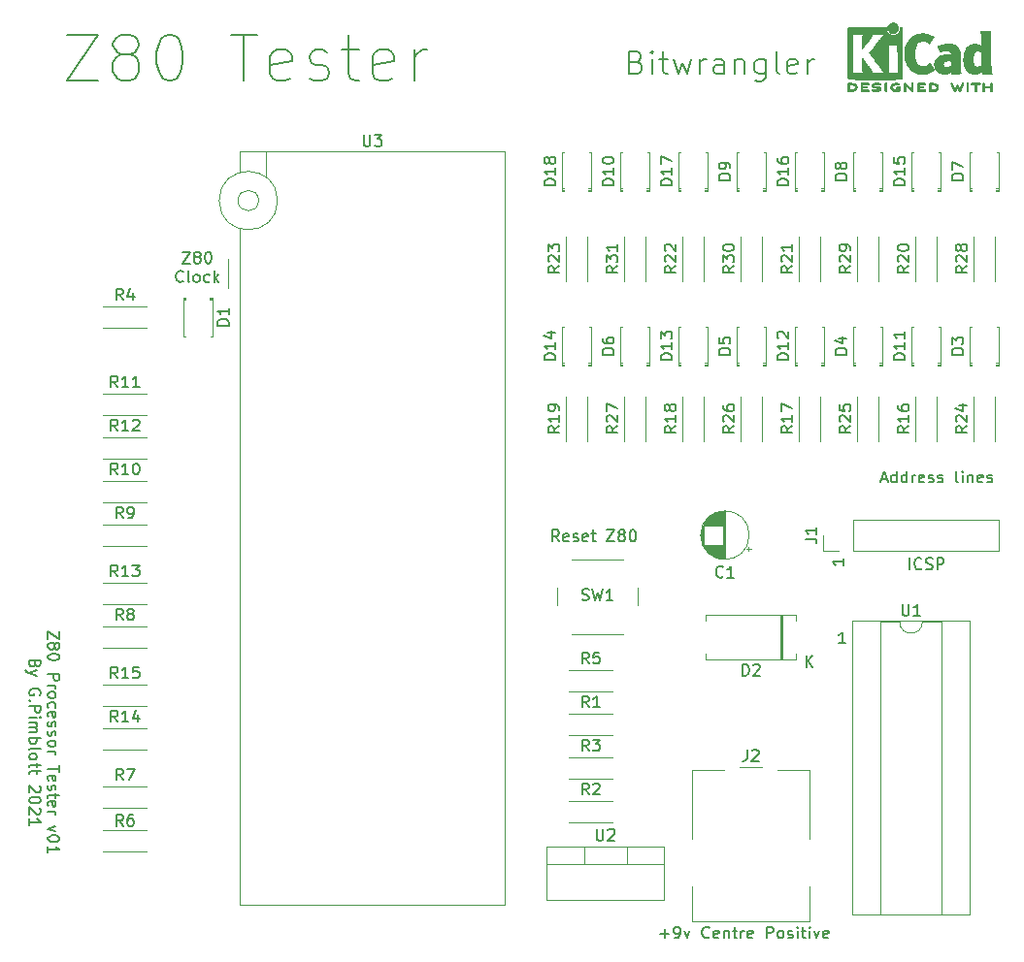
<source format=gbr>
%TF.GenerationSoftware,KiCad,Pcbnew,(5.1.6)-1*%
%TF.CreationDate,2021-01-18T21:57:41+00:00*%
%TF.ProjectId,z80 Processor,7a383020-5072-46f6-9365-73736f722e6b,v01*%
%TF.SameCoordinates,Original*%
%TF.FileFunction,Legend,Top*%
%TF.FilePolarity,Positive*%
%FSLAX46Y46*%
G04 Gerber Fmt 4.6, Leading zero omitted, Abs format (unit mm)*
G04 Created by KiCad (PCBNEW (5.1.6)-1) date 2021-01-18 21:57:41*
%MOMM*%
%LPD*%
G01*
G04 APERTURE LIST*
%ADD10C,0.150000*%
%ADD11C,0.010000*%
%ADD12C,0.120000*%
G04 APERTURE END LIST*
D10*
X104380952Y-57459523D02*
X107047619Y-57459523D01*
X104380952Y-61459523D01*
X107047619Y-61459523D01*
X109142857Y-59173809D02*
X108761904Y-58983333D01*
X108571428Y-58792857D01*
X108380952Y-58411904D01*
X108380952Y-58221428D01*
X108571428Y-57840476D01*
X108761904Y-57650000D01*
X109142857Y-57459523D01*
X109904761Y-57459523D01*
X110285714Y-57650000D01*
X110476190Y-57840476D01*
X110666666Y-58221428D01*
X110666666Y-58411904D01*
X110476190Y-58792857D01*
X110285714Y-58983333D01*
X109904761Y-59173809D01*
X109142857Y-59173809D01*
X108761904Y-59364285D01*
X108571428Y-59554761D01*
X108380952Y-59935714D01*
X108380952Y-60697619D01*
X108571428Y-61078571D01*
X108761904Y-61269047D01*
X109142857Y-61459523D01*
X109904761Y-61459523D01*
X110285714Y-61269047D01*
X110476190Y-61078571D01*
X110666666Y-60697619D01*
X110666666Y-59935714D01*
X110476190Y-59554761D01*
X110285714Y-59364285D01*
X109904761Y-59173809D01*
X113142857Y-57459523D02*
X113523809Y-57459523D01*
X113904761Y-57650000D01*
X114095238Y-57840476D01*
X114285714Y-58221428D01*
X114476190Y-58983333D01*
X114476190Y-59935714D01*
X114285714Y-60697619D01*
X114095238Y-61078571D01*
X113904761Y-61269047D01*
X113523809Y-61459523D01*
X113142857Y-61459523D01*
X112761904Y-61269047D01*
X112571428Y-61078571D01*
X112380952Y-60697619D01*
X112190476Y-59935714D01*
X112190476Y-58983333D01*
X112380952Y-58221428D01*
X112571428Y-57840476D01*
X112761904Y-57650000D01*
X113142857Y-57459523D01*
X118666666Y-57459523D02*
X120952380Y-57459523D01*
X119809523Y-61459523D02*
X119809523Y-57459523D01*
X123809523Y-61269047D02*
X123428571Y-61459523D01*
X122666666Y-61459523D01*
X122285714Y-61269047D01*
X122095238Y-60888095D01*
X122095238Y-59364285D01*
X122285714Y-58983333D01*
X122666666Y-58792857D01*
X123428571Y-58792857D01*
X123809523Y-58983333D01*
X124000000Y-59364285D01*
X124000000Y-59745238D01*
X122095238Y-60126190D01*
X125523809Y-61269047D02*
X125904761Y-61459523D01*
X126666666Y-61459523D01*
X127047619Y-61269047D01*
X127238095Y-60888095D01*
X127238095Y-60697619D01*
X127047619Y-60316666D01*
X126666666Y-60126190D01*
X126095238Y-60126190D01*
X125714285Y-59935714D01*
X125523809Y-59554761D01*
X125523809Y-59364285D01*
X125714285Y-58983333D01*
X126095238Y-58792857D01*
X126666666Y-58792857D01*
X127047619Y-58983333D01*
X128380952Y-58792857D02*
X129904761Y-58792857D01*
X128952380Y-57459523D02*
X128952380Y-60888095D01*
X129142857Y-61269047D01*
X129523809Y-61459523D01*
X129904761Y-61459523D01*
X132761904Y-61269047D02*
X132380952Y-61459523D01*
X131619047Y-61459523D01*
X131238095Y-61269047D01*
X131047619Y-60888095D01*
X131047619Y-59364285D01*
X131238095Y-58983333D01*
X131619047Y-58792857D01*
X132380952Y-58792857D01*
X132761904Y-58983333D01*
X132952380Y-59364285D01*
X132952380Y-59745238D01*
X131047619Y-60126190D01*
X134666666Y-61459523D02*
X134666666Y-58792857D01*
X134666666Y-59554761D02*
X134857142Y-59173809D01*
X135047619Y-58983333D01*
X135428571Y-58792857D01*
X135809523Y-58792857D01*
X154064285Y-59857142D02*
X154350000Y-59952380D01*
X154445238Y-60047619D01*
X154540476Y-60238095D01*
X154540476Y-60523809D01*
X154445238Y-60714285D01*
X154350000Y-60809523D01*
X154159523Y-60904761D01*
X153397619Y-60904761D01*
X153397619Y-58904761D01*
X154064285Y-58904761D01*
X154254761Y-59000000D01*
X154350000Y-59095238D01*
X154445238Y-59285714D01*
X154445238Y-59476190D01*
X154350000Y-59666666D01*
X154254761Y-59761904D01*
X154064285Y-59857142D01*
X153397619Y-59857142D01*
X155397619Y-60904761D02*
X155397619Y-59571428D01*
X155397619Y-58904761D02*
X155302380Y-59000000D01*
X155397619Y-59095238D01*
X155492857Y-59000000D01*
X155397619Y-58904761D01*
X155397619Y-59095238D01*
X156064285Y-59571428D02*
X156826190Y-59571428D01*
X156350000Y-58904761D02*
X156350000Y-60619047D01*
X156445238Y-60809523D01*
X156635714Y-60904761D01*
X156826190Y-60904761D01*
X157302380Y-59571428D02*
X157683333Y-60904761D01*
X158064285Y-59952380D01*
X158445238Y-60904761D01*
X158826190Y-59571428D01*
X159588095Y-60904761D02*
X159588095Y-59571428D01*
X159588095Y-59952380D02*
X159683333Y-59761904D01*
X159778571Y-59666666D01*
X159969047Y-59571428D01*
X160159523Y-59571428D01*
X161683333Y-60904761D02*
X161683333Y-59857142D01*
X161588095Y-59666666D01*
X161397619Y-59571428D01*
X161016666Y-59571428D01*
X160826190Y-59666666D01*
X161683333Y-60809523D02*
X161492857Y-60904761D01*
X161016666Y-60904761D01*
X160826190Y-60809523D01*
X160730952Y-60619047D01*
X160730952Y-60428571D01*
X160826190Y-60238095D01*
X161016666Y-60142857D01*
X161492857Y-60142857D01*
X161683333Y-60047619D01*
X162635714Y-59571428D02*
X162635714Y-60904761D01*
X162635714Y-59761904D02*
X162730952Y-59666666D01*
X162921428Y-59571428D01*
X163207142Y-59571428D01*
X163397619Y-59666666D01*
X163492857Y-59857142D01*
X163492857Y-60904761D01*
X165302380Y-59571428D02*
X165302380Y-61190476D01*
X165207142Y-61380952D01*
X165111904Y-61476190D01*
X164921428Y-61571428D01*
X164635714Y-61571428D01*
X164445238Y-61476190D01*
X165302380Y-60809523D02*
X165111904Y-60904761D01*
X164730952Y-60904761D01*
X164540476Y-60809523D01*
X164445238Y-60714285D01*
X164350000Y-60523809D01*
X164350000Y-59952380D01*
X164445238Y-59761904D01*
X164540476Y-59666666D01*
X164730952Y-59571428D01*
X165111904Y-59571428D01*
X165302380Y-59666666D01*
X166540476Y-60904761D02*
X166350000Y-60809523D01*
X166254761Y-60619047D01*
X166254761Y-58904761D01*
X168064285Y-60809523D02*
X167873809Y-60904761D01*
X167492857Y-60904761D01*
X167302380Y-60809523D01*
X167207142Y-60619047D01*
X167207142Y-59857142D01*
X167302380Y-59666666D01*
X167492857Y-59571428D01*
X167873809Y-59571428D01*
X168064285Y-59666666D01*
X168159523Y-59857142D01*
X168159523Y-60047619D01*
X167207142Y-60238095D01*
X169016666Y-60904761D02*
X169016666Y-59571428D01*
X169016666Y-59952380D02*
X169111904Y-59761904D01*
X169207142Y-59666666D01*
X169397619Y-59571428D01*
X169588095Y-59571428D01*
X103722619Y-109559523D02*
X103722619Y-110226190D01*
X102722619Y-109559523D01*
X102722619Y-110226190D01*
X103294047Y-110749999D02*
X103341666Y-110654761D01*
X103389285Y-110607142D01*
X103484523Y-110559523D01*
X103532142Y-110559523D01*
X103627380Y-110607142D01*
X103675000Y-110654761D01*
X103722619Y-110749999D01*
X103722619Y-110940476D01*
X103675000Y-111035714D01*
X103627380Y-111083333D01*
X103532142Y-111130952D01*
X103484523Y-111130952D01*
X103389285Y-111083333D01*
X103341666Y-111035714D01*
X103294047Y-110940476D01*
X103294047Y-110749999D01*
X103246428Y-110654761D01*
X103198809Y-110607142D01*
X103103571Y-110559523D01*
X102913095Y-110559523D01*
X102817857Y-110607142D01*
X102770238Y-110654761D01*
X102722619Y-110749999D01*
X102722619Y-110940476D01*
X102770238Y-111035714D01*
X102817857Y-111083333D01*
X102913095Y-111130952D01*
X103103571Y-111130952D01*
X103198809Y-111083333D01*
X103246428Y-111035714D01*
X103294047Y-110940476D01*
X103722619Y-111749999D02*
X103722619Y-111845238D01*
X103675000Y-111940476D01*
X103627380Y-111988095D01*
X103532142Y-112035714D01*
X103341666Y-112083333D01*
X103103571Y-112083333D01*
X102913095Y-112035714D01*
X102817857Y-111988095D01*
X102770238Y-111940476D01*
X102722619Y-111845238D01*
X102722619Y-111749999D01*
X102770238Y-111654761D01*
X102817857Y-111607142D01*
X102913095Y-111559523D01*
X103103571Y-111511904D01*
X103341666Y-111511904D01*
X103532142Y-111559523D01*
X103627380Y-111607142D01*
X103675000Y-111654761D01*
X103722619Y-111749999D01*
X102722619Y-113273809D02*
X103722619Y-113273809D01*
X103722619Y-113654761D01*
X103675000Y-113749999D01*
X103627380Y-113797619D01*
X103532142Y-113845238D01*
X103389285Y-113845238D01*
X103294047Y-113797619D01*
X103246428Y-113749999D01*
X103198809Y-113654761D01*
X103198809Y-113273809D01*
X102722619Y-114273809D02*
X103389285Y-114273809D01*
X103198809Y-114273809D02*
X103294047Y-114321428D01*
X103341666Y-114369047D01*
X103389285Y-114464285D01*
X103389285Y-114559523D01*
X102722619Y-115035714D02*
X102770238Y-114940476D01*
X102817857Y-114892857D01*
X102913095Y-114845238D01*
X103198809Y-114845238D01*
X103294047Y-114892857D01*
X103341666Y-114940476D01*
X103389285Y-115035714D01*
X103389285Y-115178571D01*
X103341666Y-115273809D01*
X103294047Y-115321428D01*
X103198809Y-115369047D01*
X102913095Y-115369047D01*
X102817857Y-115321428D01*
X102770238Y-115273809D01*
X102722619Y-115178571D01*
X102722619Y-115035714D01*
X102770238Y-116226190D02*
X102722619Y-116130952D01*
X102722619Y-115940476D01*
X102770238Y-115845238D01*
X102817857Y-115797619D01*
X102913095Y-115749999D01*
X103198809Y-115749999D01*
X103294047Y-115797619D01*
X103341666Y-115845238D01*
X103389285Y-115940476D01*
X103389285Y-116130952D01*
X103341666Y-116226190D01*
X102770238Y-117035714D02*
X102722619Y-116940476D01*
X102722619Y-116749999D01*
X102770238Y-116654761D01*
X102865476Y-116607142D01*
X103246428Y-116607142D01*
X103341666Y-116654761D01*
X103389285Y-116749999D01*
X103389285Y-116940476D01*
X103341666Y-117035714D01*
X103246428Y-117083333D01*
X103151190Y-117083333D01*
X103055952Y-116607142D01*
X102770238Y-117464285D02*
X102722619Y-117559523D01*
X102722619Y-117749999D01*
X102770238Y-117845238D01*
X102865476Y-117892857D01*
X102913095Y-117892857D01*
X103008333Y-117845238D01*
X103055952Y-117749999D01*
X103055952Y-117607142D01*
X103103571Y-117511904D01*
X103198809Y-117464285D01*
X103246428Y-117464285D01*
X103341666Y-117511904D01*
X103389285Y-117607142D01*
X103389285Y-117749999D01*
X103341666Y-117845238D01*
X102770238Y-118273809D02*
X102722619Y-118369047D01*
X102722619Y-118559523D01*
X102770238Y-118654761D01*
X102865476Y-118702380D01*
X102913095Y-118702380D01*
X103008333Y-118654761D01*
X103055952Y-118559523D01*
X103055952Y-118416666D01*
X103103571Y-118321428D01*
X103198809Y-118273809D01*
X103246428Y-118273809D01*
X103341666Y-118321428D01*
X103389285Y-118416666D01*
X103389285Y-118559523D01*
X103341666Y-118654761D01*
X102722619Y-119273809D02*
X102770238Y-119178571D01*
X102817857Y-119130952D01*
X102913095Y-119083333D01*
X103198809Y-119083333D01*
X103294047Y-119130952D01*
X103341666Y-119178571D01*
X103389285Y-119273809D01*
X103389285Y-119416666D01*
X103341666Y-119511904D01*
X103294047Y-119559523D01*
X103198809Y-119607142D01*
X102913095Y-119607142D01*
X102817857Y-119559523D01*
X102770238Y-119511904D01*
X102722619Y-119416666D01*
X102722619Y-119273809D01*
X102722619Y-120035714D02*
X103389285Y-120035714D01*
X103198809Y-120035714D02*
X103294047Y-120083333D01*
X103341666Y-120130952D01*
X103389285Y-120226190D01*
X103389285Y-120321428D01*
X103722619Y-121273809D02*
X103722619Y-121845238D01*
X102722619Y-121559523D02*
X103722619Y-121559523D01*
X102770238Y-122559523D02*
X102722619Y-122464285D01*
X102722619Y-122273809D01*
X102770238Y-122178571D01*
X102865476Y-122130952D01*
X103246428Y-122130952D01*
X103341666Y-122178571D01*
X103389285Y-122273809D01*
X103389285Y-122464285D01*
X103341666Y-122559523D01*
X103246428Y-122607142D01*
X103151190Y-122607142D01*
X103055952Y-122130952D01*
X102770238Y-122988095D02*
X102722619Y-123083333D01*
X102722619Y-123273809D01*
X102770238Y-123369047D01*
X102865476Y-123416666D01*
X102913095Y-123416666D01*
X103008333Y-123369047D01*
X103055952Y-123273809D01*
X103055952Y-123130952D01*
X103103571Y-123035714D01*
X103198809Y-122988095D01*
X103246428Y-122988095D01*
X103341666Y-123035714D01*
X103389285Y-123130952D01*
X103389285Y-123273809D01*
X103341666Y-123369047D01*
X103389285Y-123702380D02*
X103389285Y-124083333D01*
X103722619Y-123845238D02*
X102865476Y-123845238D01*
X102770238Y-123892857D01*
X102722619Y-123988095D01*
X102722619Y-124083333D01*
X102770238Y-124797619D02*
X102722619Y-124702380D01*
X102722619Y-124511904D01*
X102770238Y-124416666D01*
X102865476Y-124369047D01*
X103246428Y-124369047D01*
X103341666Y-124416666D01*
X103389285Y-124511904D01*
X103389285Y-124702380D01*
X103341666Y-124797619D01*
X103246428Y-124845238D01*
X103151190Y-124845238D01*
X103055952Y-124369047D01*
X102722619Y-125273809D02*
X103389285Y-125273809D01*
X103198809Y-125273809D02*
X103294047Y-125321428D01*
X103341666Y-125369047D01*
X103389285Y-125464285D01*
X103389285Y-125559523D01*
X103389285Y-126559523D02*
X102722619Y-126797619D01*
X103389285Y-127035714D01*
X103722619Y-127607142D02*
X103722619Y-127702380D01*
X103675000Y-127797619D01*
X103627380Y-127845238D01*
X103532142Y-127892857D01*
X103341666Y-127940476D01*
X103103571Y-127940476D01*
X102913095Y-127892857D01*
X102817857Y-127845238D01*
X102770238Y-127797619D01*
X102722619Y-127702380D01*
X102722619Y-127607142D01*
X102770238Y-127511904D01*
X102817857Y-127464285D01*
X102913095Y-127416666D01*
X103103571Y-127369047D01*
X103341666Y-127369047D01*
X103532142Y-127416666D01*
X103627380Y-127464285D01*
X103675000Y-127511904D01*
X103722619Y-127607142D01*
X102722619Y-128892857D02*
X102722619Y-128321428D01*
X102722619Y-128607142D02*
X103722619Y-128607142D01*
X103579761Y-128511904D01*
X103484523Y-128416666D01*
X103436904Y-128321428D01*
X101596428Y-112392857D02*
X101548809Y-112535714D01*
X101501190Y-112583333D01*
X101405952Y-112630952D01*
X101263095Y-112630952D01*
X101167857Y-112583333D01*
X101120238Y-112535714D01*
X101072619Y-112440476D01*
X101072619Y-112059523D01*
X102072619Y-112059523D01*
X102072619Y-112392857D01*
X102025000Y-112488095D01*
X101977380Y-112535714D01*
X101882142Y-112583333D01*
X101786904Y-112583333D01*
X101691666Y-112535714D01*
X101644047Y-112488095D01*
X101596428Y-112392857D01*
X101596428Y-112059523D01*
X101739285Y-112964285D02*
X101072619Y-113202380D01*
X101739285Y-113440476D02*
X101072619Y-113202380D01*
X100834523Y-113107142D01*
X100786904Y-113059523D01*
X100739285Y-112964285D01*
X102025000Y-115107142D02*
X102072619Y-115011904D01*
X102072619Y-114869047D01*
X102025000Y-114726190D01*
X101929761Y-114630952D01*
X101834523Y-114583333D01*
X101644047Y-114535714D01*
X101501190Y-114535714D01*
X101310714Y-114583333D01*
X101215476Y-114630952D01*
X101120238Y-114726190D01*
X101072619Y-114869047D01*
X101072619Y-114964285D01*
X101120238Y-115107142D01*
X101167857Y-115154761D01*
X101501190Y-115154761D01*
X101501190Y-114964285D01*
X101167857Y-115583333D02*
X101120238Y-115630952D01*
X101072619Y-115583333D01*
X101120238Y-115535714D01*
X101167857Y-115583333D01*
X101072619Y-115583333D01*
X101072619Y-116059523D02*
X102072619Y-116059523D01*
X102072619Y-116440476D01*
X102025000Y-116535714D01*
X101977380Y-116583333D01*
X101882142Y-116630952D01*
X101739285Y-116630952D01*
X101644047Y-116583333D01*
X101596428Y-116535714D01*
X101548809Y-116440476D01*
X101548809Y-116059523D01*
X101072619Y-117059523D02*
X101739285Y-117059523D01*
X102072619Y-117059523D02*
X102025000Y-117011904D01*
X101977380Y-117059523D01*
X102025000Y-117107142D01*
X102072619Y-117059523D01*
X101977380Y-117059523D01*
X101072619Y-117535714D02*
X101739285Y-117535714D01*
X101644047Y-117535714D02*
X101691666Y-117583333D01*
X101739285Y-117678571D01*
X101739285Y-117821428D01*
X101691666Y-117916666D01*
X101596428Y-117964285D01*
X101072619Y-117964285D01*
X101596428Y-117964285D02*
X101691666Y-118011904D01*
X101739285Y-118107142D01*
X101739285Y-118250000D01*
X101691666Y-118345238D01*
X101596428Y-118392857D01*
X101072619Y-118392857D01*
X101072619Y-118869047D02*
X102072619Y-118869047D01*
X101691666Y-118869047D02*
X101739285Y-118964285D01*
X101739285Y-119154761D01*
X101691666Y-119250000D01*
X101644047Y-119297619D01*
X101548809Y-119345238D01*
X101263095Y-119345238D01*
X101167857Y-119297619D01*
X101120238Y-119250000D01*
X101072619Y-119154761D01*
X101072619Y-118964285D01*
X101120238Y-118869047D01*
X101072619Y-119916666D02*
X101120238Y-119821428D01*
X101215476Y-119773809D01*
X102072619Y-119773809D01*
X101072619Y-120440476D02*
X101120238Y-120345238D01*
X101167857Y-120297619D01*
X101263095Y-120250000D01*
X101548809Y-120250000D01*
X101644047Y-120297619D01*
X101691666Y-120345238D01*
X101739285Y-120440476D01*
X101739285Y-120583333D01*
X101691666Y-120678571D01*
X101644047Y-120726190D01*
X101548809Y-120773809D01*
X101263095Y-120773809D01*
X101167857Y-120726190D01*
X101120238Y-120678571D01*
X101072619Y-120583333D01*
X101072619Y-120440476D01*
X101739285Y-121059523D02*
X101739285Y-121440476D01*
X102072619Y-121202380D02*
X101215476Y-121202380D01*
X101120238Y-121250000D01*
X101072619Y-121345238D01*
X101072619Y-121440476D01*
X101739285Y-121630952D02*
X101739285Y-122011904D01*
X102072619Y-121773809D02*
X101215476Y-121773809D01*
X101120238Y-121821428D01*
X101072619Y-121916666D01*
X101072619Y-122011904D01*
X101977380Y-123059523D02*
X102025000Y-123107142D01*
X102072619Y-123202380D01*
X102072619Y-123440476D01*
X102025000Y-123535714D01*
X101977380Y-123583333D01*
X101882142Y-123630952D01*
X101786904Y-123630952D01*
X101644047Y-123583333D01*
X101072619Y-123011904D01*
X101072619Y-123630952D01*
X102072619Y-124249999D02*
X102072619Y-124345238D01*
X102025000Y-124440476D01*
X101977380Y-124488095D01*
X101882142Y-124535714D01*
X101691666Y-124583333D01*
X101453571Y-124583333D01*
X101263095Y-124535714D01*
X101167857Y-124488095D01*
X101120238Y-124440476D01*
X101072619Y-124345238D01*
X101072619Y-124249999D01*
X101120238Y-124154761D01*
X101167857Y-124107142D01*
X101263095Y-124059523D01*
X101453571Y-124011904D01*
X101691666Y-124011904D01*
X101882142Y-124059523D01*
X101977380Y-124107142D01*
X102025000Y-124154761D01*
X102072619Y-124249999D01*
X101977380Y-124964285D02*
X102025000Y-125011904D01*
X102072619Y-125107142D01*
X102072619Y-125345238D01*
X102025000Y-125440476D01*
X101977380Y-125488095D01*
X101882142Y-125535714D01*
X101786904Y-125535714D01*
X101644047Y-125488095D01*
X101072619Y-124916666D01*
X101072619Y-125535714D01*
X101072619Y-126488095D02*
X101072619Y-125916666D01*
X101072619Y-126202380D02*
X102072619Y-126202380D01*
X101929761Y-126107142D01*
X101834523Y-126011904D01*
X101786904Y-125916666D01*
X172285714Y-110602380D02*
X171714285Y-110602380D01*
X172000000Y-110602380D02*
X172000000Y-109602380D01*
X171904761Y-109745238D01*
X171809523Y-109840476D01*
X171714285Y-109888095D01*
X172152380Y-103214285D02*
X172152380Y-103785714D01*
X172152380Y-103500000D02*
X171152380Y-103500000D01*
X171295238Y-103595238D01*
X171390476Y-103690476D01*
X171438095Y-103785714D01*
X177873809Y-104152380D02*
X177873809Y-103152380D01*
X178921428Y-104057142D02*
X178873809Y-104104761D01*
X178730952Y-104152380D01*
X178635714Y-104152380D01*
X178492857Y-104104761D01*
X178397619Y-104009523D01*
X178350000Y-103914285D01*
X178302380Y-103723809D01*
X178302380Y-103580952D01*
X178350000Y-103390476D01*
X178397619Y-103295238D01*
X178492857Y-103200000D01*
X178635714Y-103152380D01*
X178730952Y-103152380D01*
X178873809Y-103200000D01*
X178921428Y-103247619D01*
X179302380Y-104104761D02*
X179445238Y-104152380D01*
X179683333Y-104152380D01*
X179778571Y-104104761D01*
X179826190Y-104057142D01*
X179873809Y-103961904D01*
X179873809Y-103866666D01*
X179826190Y-103771428D01*
X179778571Y-103723809D01*
X179683333Y-103676190D01*
X179492857Y-103628571D01*
X179397619Y-103580952D01*
X179350000Y-103533333D01*
X179302380Y-103438095D01*
X179302380Y-103342857D01*
X179350000Y-103247619D01*
X179397619Y-103200000D01*
X179492857Y-103152380D01*
X179730952Y-103152380D01*
X179873809Y-103200000D01*
X180302380Y-104152380D02*
X180302380Y-103152380D01*
X180683333Y-103152380D01*
X180778571Y-103200000D01*
X180826190Y-103247619D01*
X180873809Y-103342857D01*
X180873809Y-103485714D01*
X180826190Y-103580952D01*
X180778571Y-103628571D01*
X180683333Y-103676190D01*
X180302380Y-103676190D01*
X175392857Y-96266666D02*
X175869047Y-96266666D01*
X175297619Y-96552380D02*
X175630952Y-95552380D01*
X175964285Y-96552380D01*
X176726190Y-96552380D02*
X176726190Y-95552380D01*
X176726190Y-96504761D02*
X176630952Y-96552380D01*
X176440476Y-96552380D01*
X176345238Y-96504761D01*
X176297619Y-96457142D01*
X176250000Y-96361904D01*
X176250000Y-96076190D01*
X176297619Y-95980952D01*
X176345238Y-95933333D01*
X176440476Y-95885714D01*
X176630952Y-95885714D01*
X176726190Y-95933333D01*
X177630952Y-96552380D02*
X177630952Y-95552380D01*
X177630952Y-96504761D02*
X177535714Y-96552380D01*
X177345238Y-96552380D01*
X177250000Y-96504761D01*
X177202380Y-96457142D01*
X177154761Y-96361904D01*
X177154761Y-96076190D01*
X177202380Y-95980952D01*
X177250000Y-95933333D01*
X177345238Y-95885714D01*
X177535714Y-95885714D01*
X177630952Y-95933333D01*
X178107142Y-96552380D02*
X178107142Y-95885714D01*
X178107142Y-96076190D02*
X178154761Y-95980952D01*
X178202380Y-95933333D01*
X178297619Y-95885714D01*
X178392857Y-95885714D01*
X179107142Y-96504761D02*
X179011904Y-96552380D01*
X178821428Y-96552380D01*
X178726190Y-96504761D01*
X178678571Y-96409523D01*
X178678571Y-96028571D01*
X178726190Y-95933333D01*
X178821428Y-95885714D01*
X179011904Y-95885714D01*
X179107142Y-95933333D01*
X179154761Y-96028571D01*
X179154761Y-96123809D01*
X178678571Y-96219047D01*
X179535714Y-96504761D02*
X179630952Y-96552380D01*
X179821428Y-96552380D01*
X179916666Y-96504761D01*
X179964285Y-96409523D01*
X179964285Y-96361904D01*
X179916666Y-96266666D01*
X179821428Y-96219047D01*
X179678571Y-96219047D01*
X179583333Y-96171428D01*
X179535714Y-96076190D01*
X179535714Y-96028571D01*
X179583333Y-95933333D01*
X179678571Y-95885714D01*
X179821428Y-95885714D01*
X179916666Y-95933333D01*
X180345238Y-96504761D02*
X180440476Y-96552380D01*
X180630952Y-96552380D01*
X180726190Y-96504761D01*
X180773809Y-96409523D01*
X180773809Y-96361904D01*
X180726190Y-96266666D01*
X180630952Y-96219047D01*
X180488095Y-96219047D01*
X180392857Y-96171428D01*
X180345238Y-96076190D01*
X180345238Y-96028571D01*
X180392857Y-95933333D01*
X180488095Y-95885714D01*
X180630952Y-95885714D01*
X180726190Y-95933333D01*
X182107142Y-96552380D02*
X182011904Y-96504761D01*
X181964285Y-96409523D01*
X181964285Y-95552380D01*
X182488095Y-96552380D02*
X182488095Y-95885714D01*
X182488095Y-95552380D02*
X182440476Y-95600000D01*
X182488095Y-95647619D01*
X182535714Y-95600000D01*
X182488095Y-95552380D01*
X182488095Y-95647619D01*
X182964285Y-95885714D02*
X182964285Y-96552380D01*
X182964285Y-95980952D02*
X183011904Y-95933333D01*
X183107142Y-95885714D01*
X183250000Y-95885714D01*
X183345238Y-95933333D01*
X183392857Y-96028571D01*
X183392857Y-96552380D01*
X184250000Y-96504761D02*
X184154761Y-96552380D01*
X183964285Y-96552380D01*
X183869047Y-96504761D01*
X183821428Y-96409523D01*
X183821428Y-96028571D01*
X183869047Y-95933333D01*
X183964285Y-95885714D01*
X184154761Y-95885714D01*
X184250000Y-95933333D01*
X184297619Y-96028571D01*
X184297619Y-96123809D01*
X183821428Y-96219047D01*
X184678571Y-96504761D02*
X184773809Y-96552380D01*
X184964285Y-96552380D01*
X185059523Y-96504761D01*
X185107142Y-96409523D01*
X185107142Y-96361904D01*
X185059523Y-96266666D01*
X184964285Y-96219047D01*
X184821428Y-96219047D01*
X184726190Y-96171428D01*
X184678571Y-96076190D01*
X184678571Y-96028571D01*
X184726190Y-95933333D01*
X184821428Y-95885714D01*
X184964285Y-95885714D01*
X185059523Y-95933333D01*
X114464285Y-76427380D02*
X115130952Y-76427380D01*
X114464285Y-77427380D01*
X115130952Y-77427380D01*
X115654761Y-76855952D02*
X115559523Y-76808333D01*
X115511904Y-76760714D01*
X115464285Y-76665476D01*
X115464285Y-76617857D01*
X115511904Y-76522619D01*
X115559523Y-76475000D01*
X115654761Y-76427380D01*
X115845238Y-76427380D01*
X115940476Y-76475000D01*
X115988095Y-76522619D01*
X116035714Y-76617857D01*
X116035714Y-76665476D01*
X115988095Y-76760714D01*
X115940476Y-76808333D01*
X115845238Y-76855952D01*
X115654761Y-76855952D01*
X115559523Y-76903571D01*
X115511904Y-76951190D01*
X115464285Y-77046428D01*
X115464285Y-77236904D01*
X115511904Y-77332142D01*
X115559523Y-77379761D01*
X115654761Y-77427380D01*
X115845238Y-77427380D01*
X115940476Y-77379761D01*
X115988095Y-77332142D01*
X116035714Y-77236904D01*
X116035714Y-77046428D01*
X115988095Y-76951190D01*
X115940476Y-76903571D01*
X115845238Y-76855952D01*
X116654761Y-76427380D02*
X116750000Y-76427380D01*
X116845238Y-76475000D01*
X116892857Y-76522619D01*
X116940476Y-76617857D01*
X116988095Y-76808333D01*
X116988095Y-77046428D01*
X116940476Y-77236904D01*
X116892857Y-77332142D01*
X116845238Y-77379761D01*
X116750000Y-77427380D01*
X116654761Y-77427380D01*
X116559523Y-77379761D01*
X116511904Y-77332142D01*
X116464285Y-77236904D01*
X116416666Y-77046428D01*
X116416666Y-76808333D01*
X116464285Y-76617857D01*
X116511904Y-76522619D01*
X116559523Y-76475000D01*
X116654761Y-76427380D01*
X114511904Y-78982142D02*
X114464285Y-79029761D01*
X114321428Y-79077380D01*
X114226190Y-79077380D01*
X114083333Y-79029761D01*
X113988095Y-78934523D01*
X113940476Y-78839285D01*
X113892857Y-78648809D01*
X113892857Y-78505952D01*
X113940476Y-78315476D01*
X113988095Y-78220238D01*
X114083333Y-78125000D01*
X114226190Y-78077380D01*
X114321428Y-78077380D01*
X114464285Y-78125000D01*
X114511904Y-78172619D01*
X115083333Y-79077380D02*
X114988095Y-79029761D01*
X114940476Y-78934523D01*
X114940476Y-78077380D01*
X115607142Y-79077380D02*
X115511904Y-79029761D01*
X115464285Y-78982142D01*
X115416666Y-78886904D01*
X115416666Y-78601190D01*
X115464285Y-78505952D01*
X115511904Y-78458333D01*
X115607142Y-78410714D01*
X115750000Y-78410714D01*
X115845238Y-78458333D01*
X115892857Y-78505952D01*
X115940476Y-78601190D01*
X115940476Y-78886904D01*
X115892857Y-78982142D01*
X115845238Y-79029761D01*
X115750000Y-79077380D01*
X115607142Y-79077380D01*
X116797619Y-79029761D02*
X116702380Y-79077380D01*
X116511904Y-79077380D01*
X116416666Y-79029761D01*
X116369047Y-78982142D01*
X116321428Y-78886904D01*
X116321428Y-78601190D01*
X116369047Y-78505952D01*
X116416666Y-78458333D01*
X116511904Y-78410714D01*
X116702380Y-78410714D01*
X116797619Y-78458333D01*
X117226190Y-79077380D02*
X117226190Y-78077380D01*
X117321428Y-78696428D02*
X117607142Y-79077380D01*
X117607142Y-78410714D02*
X117226190Y-78791666D01*
X147302380Y-101702380D02*
X146969047Y-101226190D01*
X146730952Y-101702380D02*
X146730952Y-100702380D01*
X147111904Y-100702380D01*
X147207142Y-100750000D01*
X147254761Y-100797619D01*
X147302380Y-100892857D01*
X147302380Y-101035714D01*
X147254761Y-101130952D01*
X147207142Y-101178571D01*
X147111904Y-101226190D01*
X146730952Y-101226190D01*
X148111904Y-101654761D02*
X148016666Y-101702380D01*
X147826190Y-101702380D01*
X147730952Y-101654761D01*
X147683333Y-101559523D01*
X147683333Y-101178571D01*
X147730952Y-101083333D01*
X147826190Y-101035714D01*
X148016666Y-101035714D01*
X148111904Y-101083333D01*
X148159523Y-101178571D01*
X148159523Y-101273809D01*
X147683333Y-101369047D01*
X148540476Y-101654761D02*
X148635714Y-101702380D01*
X148826190Y-101702380D01*
X148921428Y-101654761D01*
X148969047Y-101559523D01*
X148969047Y-101511904D01*
X148921428Y-101416666D01*
X148826190Y-101369047D01*
X148683333Y-101369047D01*
X148588095Y-101321428D01*
X148540476Y-101226190D01*
X148540476Y-101178571D01*
X148588095Y-101083333D01*
X148683333Y-101035714D01*
X148826190Y-101035714D01*
X148921428Y-101083333D01*
X149778571Y-101654761D02*
X149683333Y-101702380D01*
X149492857Y-101702380D01*
X149397619Y-101654761D01*
X149350000Y-101559523D01*
X149350000Y-101178571D01*
X149397619Y-101083333D01*
X149492857Y-101035714D01*
X149683333Y-101035714D01*
X149778571Y-101083333D01*
X149826190Y-101178571D01*
X149826190Y-101273809D01*
X149350000Y-101369047D01*
X150111904Y-101035714D02*
X150492857Y-101035714D01*
X150254761Y-100702380D02*
X150254761Y-101559523D01*
X150302380Y-101654761D01*
X150397619Y-101702380D01*
X150492857Y-101702380D01*
X151492857Y-100702380D02*
X152159523Y-100702380D01*
X151492857Y-101702380D01*
X152159523Y-101702380D01*
X152683333Y-101130952D02*
X152588095Y-101083333D01*
X152540476Y-101035714D01*
X152492857Y-100940476D01*
X152492857Y-100892857D01*
X152540476Y-100797619D01*
X152588095Y-100750000D01*
X152683333Y-100702380D01*
X152873809Y-100702380D01*
X152969047Y-100750000D01*
X153016666Y-100797619D01*
X153064285Y-100892857D01*
X153064285Y-100940476D01*
X153016666Y-101035714D01*
X152969047Y-101083333D01*
X152873809Y-101130952D01*
X152683333Y-101130952D01*
X152588095Y-101178571D01*
X152540476Y-101226190D01*
X152492857Y-101321428D01*
X152492857Y-101511904D01*
X152540476Y-101607142D01*
X152588095Y-101654761D01*
X152683333Y-101702380D01*
X152873809Y-101702380D01*
X152969047Y-101654761D01*
X153016666Y-101607142D01*
X153064285Y-101511904D01*
X153064285Y-101321428D01*
X153016666Y-101226190D01*
X152969047Y-101178571D01*
X152873809Y-101130952D01*
X153683333Y-100702380D02*
X153778571Y-100702380D01*
X153873809Y-100750000D01*
X153921428Y-100797619D01*
X153969047Y-100892857D01*
X154016666Y-101083333D01*
X154016666Y-101321428D01*
X153969047Y-101511904D01*
X153921428Y-101607142D01*
X153873809Y-101654761D01*
X153778571Y-101702380D01*
X153683333Y-101702380D01*
X153588095Y-101654761D01*
X153540476Y-101607142D01*
X153492857Y-101511904D01*
X153445238Y-101321428D01*
X153445238Y-101083333D01*
X153492857Y-100892857D01*
X153540476Y-100797619D01*
X153588095Y-100750000D01*
X153683333Y-100702380D01*
X156116666Y-135971428D02*
X156878571Y-135971428D01*
X156497619Y-136352380D02*
X156497619Y-135590476D01*
X157402380Y-136352380D02*
X157592857Y-136352380D01*
X157688095Y-136304761D01*
X157735714Y-136257142D01*
X157830952Y-136114285D01*
X157878571Y-135923809D01*
X157878571Y-135542857D01*
X157830952Y-135447619D01*
X157783333Y-135400000D01*
X157688095Y-135352380D01*
X157497619Y-135352380D01*
X157402380Y-135400000D01*
X157354761Y-135447619D01*
X157307142Y-135542857D01*
X157307142Y-135780952D01*
X157354761Y-135876190D01*
X157402380Y-135923809D01*
X157497619Y-135971428D01*
X157688095Y-135971428D01*
X157783333Y-135923809D01*
X157830952Y-135876190D01*
X157878571Y-135780952D01*
X158211904Y-135685714D02*
X158450000Y-136352380D01*
X158688095Y-135685714D01*
X160402380Y-136257142D02*
X160354761Y-136304761D01*
X160211904Y-136352380D01*
X160116666Y-136352380D01*
X159973809Y-136304761D01*
X159878571Y-136209523D01*
X159830952Y-136114285D01*
X159783333Y-135923809D01*
X159783333Y-135780952D01*
X159830952Y-135590476D01*
X159878571Y-135495238D01*
X159973809Y-135400000D01*
X160116666Y-135352380D01*
X160211904Y-135352380D01*
X160354761Y-135400000D01*
X160402380Y-135447619D01*
X161211904Y-136304761D02*
X161116666Y-136352380D01*
X160926190Y-136352380D01*
X160830952Y-136304761D01*
X160783333Y-136209523D01*
X160783333Y-135828571D01*
X160830952Y-135733333D01*
X160926190Y-135685714D01*
X161116666Y-135685714D01*
X161211904Y-135733333D01*
X161259523Y-135828571D01*
X161259523Y-135923809D01*
X160783333Y-136019047D01*
X161688095Y-135685714D02*
X161688095Y-136352380D01*
X161688095Y-135780952D02*
X161735714Y-135733333D01*
X161830952Y-135685714D01*
X161973809Y-135685714D01*
X162069047Y-135733333D01*
X162116666Y-135828571D01*
X162116666Y-136352380D01*
X162450000Y-135685714D02*
X162830952Y-135685714D01*
X162592857Y-135352380D02*
X162592857Y-136209523D01*
X162640476Y-136304761D01*
X162735714Y-136352380D01*
X162830952Y-136352380D01*
X163164285Y-136352380D02*
X163164285Y-135685714D01*
X163164285Y-135876190D02*
X163211904Y-135780952D01*
X163259523Y-135733333D01*
X163354761Y-135685714D01*
X163450000Y-135685714D01*
X164164285Y-136304761D02*
X164069047Y-136352380D01*
X163878571Y-136352380D01*
X163783333Y-136304761D01*
X163735714Y-136209523D01*
X163735714Y-135828571D01*
X163783333Y-135733333D01*
X163878571Y-135685714D01*
X164069047Y-135685714D01*
X164164285Y-135733333D01*
X164211904Y-135828571D01*
X164211904Y-135923809D01*
X163735714Y-136019047D01*
X165402380Y-136352380D02*
X165402380Y-135352380D01*
X165783333Y-135352380D01*
X165878571Y-135400000D01*
X165926190Y-135447619D01*
X165973809Y-135542857D01*
X165973809Y-135685714D01*
X165926190Y-135780952D01*
X165878571Y-135828571D01*
X165783333Y-135876190D01*
X165402380Y-135876190D01*
X166545238Y-136352380D02*
X166450000Y-136304761D01*
X166402380Y-136257142D01*
X166354761Y-136161904D01*
X166354761Y-135876190D01*
X166402380Y-135780952D01*
X166450000Y-135733333D01*
X166545238Y-135685714D01*
X166688095Y-135685714D01*
X166783333Y-135733333D01*
X166830952Y-135780952D01*
X166878571Y-135876190D01*
X166878571Y-136161904D01*
X166830952Y-136257142D01*
X166783333Y-136304761D01*
X166688095Y-136352380D01*
X166545238Y-136352380D01*
X167259523Y-136304761D02*
X167354761Y-136352380D01*
X167545238Y-136352380D01*
X167640476Y-136304761D01*
X167688095Y-136209523D01*
X167688095Y-136161904D01*
X167640476Y-136066666D01*
X167545238Y-136019047D01*
X167402380Y-136019047D01*
X167307142Y-135971428D01*
X167259523Y-135876190D01*
X167259523Y-135828571D01*
X167307142Y-135733333D01*
X167402380Y-135685714D01*
X167545238Y-135685714D01*
X167640476Y-135733333D01*
X168116666Y-136352380D02*
X168116666Y-135685714D01*
X168116666Y-135352380D02*
X168069047Y-135400000D01*
X168116666Y-135447619D01*
X168164285Y-135400000D01*
X168116666Y-135352380D01*
X168116666Y-135447619D01*
X168450000Y-135685714D02*
X168830952Y-135685714D01*
X168592857Y-135352380D02*
X168592857Y-136209523D01*
X168640476Y-136304761D01*
X168735714Y-136352380D01*
X168830952Y-136352380D01*
X169164285Y-136352380D02*
X169164285Y-135685714D01*
X169164285Y-135352380D02*
X169116666Y-135400000D01*
X169164285Y-135447619D01*
X169211904Y-135400000D01*
X169164285Y-135352380D01*
X169164285Y-135447619D01*
X169545238Y-135685714D02*
X169783333Y-136352380D01*
X170021428Y-135685714D01*
X170783333Y-136304761D02*
X170688095Y-136352380D01*
X170497619Y-136352380D01*
X170402380Y-136304761D01*
X170354761Y-136209523D01*
X170354761Y-135828571D01*
X170402380Y-135733333D01*
X170497619Y-135685714D01*
X170688095Y-135685714D01*
X170783333Y-135733333D01*
X170830952Y-135828571D01*
X170830952Y-135923809D01*
X170354761Y-136019047D01*
D11*
%TO.C,REF\u002A\u002A*%
G36*
X184978823Y-61674533D02*
G01*
X185010202Y-61696776D01*
X185037911Y-61724485D01*
X185037911Y-62033920D01*
X185037838Y-62125799D01*
X185037495Y-62197840D01*
X185036692Y-62252780D01*
X185035241Y-62293360D01*
X185032952Y-62322317D01*
X185029636Y-62342391D01*
X185025105Y-62356321D01*
X185019169Y-62366845D01*
X185014514Y-62373100D01*
X184983783Y-62397673D01*
X184948496Y-62400341D01*
X184916245Y-62385271D01*
X184905588Y-62376374D01*
X184898464Y-62364557D01*
X184894167Y-62345526D01*
X184891991Y-62314992D01*
X184891228Y-62268662D01*
X184891155Y-62232871D01*
X184891155Y-62098045D01*
X184394444Y-62098045D01*
X184394444Y-62220700D01*
X184393931Y-62276787D01*
X184391876Y-62315333D01*
X184387508Y-62341361D01*
X184380056Y-62359897D01*
X184371047Y-62373100D01*
X184340144Y-62397604D01*
X184305196Y-62400506D01*
X184271738Y-62383089D01*
X184262604Y-62373959D01*
X184256152Y-62361855D01*
X184251897Y-62343001D01*
X184249352Y-62313620D01*
X184248029Y-62269937D01*
X184247443Y-62208175D01*
X184247375Y-62194000D01*
X184246891Y-62077631D01*
X184246641Y-61981727D01*
X184246723Y-61904177D01*
X184247231Y-61842869D01*
X184248262Y-61795690D01*
X184249913Y-61760530D01*
X184252279Y-61735276D01*
X184255457Y-61717817D01*
X184259544Y-61706041D01*
X184264634Y-61697835D01*
X184270266Y-61691645D01*
X184302128Y-61671844D01*
X184335357Y-61674533D01*
X184366735Y-61696776D01*
X184379433Y-61711126D01*
X184387526Y-61726978D01*
X184392042Y-61749554D01*
X184394006Y-61784078D01*
X184394444Y-61835776D01*
X184394444Y-61951289D01*
X184891155Y-61951289D01*
X184891155Y-61832756D01*
X184891662Y-61778148D01*
X184893698Y-61741275D01*
X184898035Y-61717307D01*
X184905447Y-61701415D01*
X184913733Y-61691645D01*
X184945594Y-61671844D01*
X184978823Y-61674533D01*
G37*
X184978823Y-61674533D02*
X185010202Y-61696776D01*
X185037911Y-61724485D01*
X185037911Y-62033920D01*
X185037838Y-62125799D01*
X185037495Y-62197840D01*
X185036692Y-62252780D01*
X185035241Y-62293360D01*
X185032952Y-62322317D01*
X185029636Y-62342391D01*
X185025105Y-62356321D01*
X185019169Y-62366845D01*
X185014514Y-62373100D01*
X184983783Y-62397673D01*
X184948496Y-62400341D01*
X184916245Y-62385271D01*
X184905588Y-62376374D01*
X184898464Y-62364557D01*
X184894167Y-62345526D01*
X184891991Y-62314992D01*
X184891228Y-62268662D01*
X184891155Y-62232871D01*
X184891155Y-62098045D01*
X184394444Y-62098045D01*
X184394444Y-62220700D01*
X184393931Y-62276787D01*
X184391876Y-62315333D01*
X184387508Y-62341361D01*
X184380056Y-62359897D01*
X184371047Y-62373100D01*
X184340144Y-62397604D01*
X184305196Y-62400506D01*
X184271738Y-62383089D01*
X184262604Y-62373959D01*
X184256152Y-62361855D01*
X184251897Y-62343001D01*
X184249352Y-62313620D01*
X184248029Y-62269937D01*
X184247443Y-62208175D01*
X184247375Y-62194000D01*
X184246891Y-62077631D01*
X184246641Y-61981727D01*
X184246723Y-61904177D01*
X184247231Y-61842869D01*
X184248262Y-61795690D01*
X184249913Y-61760530D01*
X184252279Y-61735276D01*
X184255457Y-61717817D01*
X184259544Y-61706041D01*
X184264634Y-61697835D01*
X184270266Y-61691645D01*
X184302128Y-61671844D01*
X184335357Y-61674533D01*
X184366735Y-61696776D01*
X184379433Y-61711126D01*
X184387526Y-61726978D01*
X184392042Y-61749554D01*
X184394006Y-61784078D01*
X184394444Y-61835776D01*
X184394444Y-61951289D01*
X184891155Y-61951289D01*
X184891155Y-61832756D01*
X184891662Y-61778148D01*
X184893698Y-61741275D01*
X184898035Y-61717307D01*
X184905447Y-61701415D01*
X184913733Y-61691645D01*
X184945594Y-61671844D01*
X184978823Y-61674533D01*
G36*
X183713065Y-61669163D02*
G01*
X183791772Y-61669542D01*
X183852863Y-61670333D01*
X183898817Y-61671670D01*
X183932114Y-61673683D01*
X183955236Y-61676506D01*
X183970662Y-61680269D01*
X183980871Y-61685105D01*
X183985813Y-61688822D01*
X184011457Y-61721358D01*
X184014559Y-61755138D01*
X183998711Y-61785826D01*
X183988348Y-61798089D01*
X183977196Y-61806450D01*
X183961035Y-61811657D01*
X183935642Y-61814457D01*
X183896798Y-61815596D01*
X183840280Y-61815821D01*
X183829180Y-61815822D01*
X183683244Y-61815822D01*
X183683244Y-62086756D01*
X183683148Y-62172154D01*
X183682711Y-62237864D01*
X183681712Y-62286774D01*
X183679928Y-62321773D01*
X183677137Y-62345749D01*
X183673117Y-62361593D01*
X183667645Y-62372191D01*
X183660666Y-62380267D01*
X183627734Y-62400112D01*
X183593354Y-62398548D01*
X183562176Y-62375906D01*
X183559886Y-62373100D01*
X183552429Y-62362492D01*
X183546747Y-62350081D01*
X183542601Y-62332850D01*
X183539750Y-62307784D01*
X183537954Y-62271867D01*
X183536972Y-62222083D01*
X183536564Y-62155417D01*
X183536489Y-62079589D01*
X183536489Y-61815822D01*
X183397127Y-61815822D01*
X183337322Y-61815418D01*
X183295918Y-61813840D01*
X183268748Y-61810547D01*
X183251646Y-61804992D01*
X183240443Y-61796631D01*
X183239083Y-61795178D01*
X183222725Y-61761939D01*
X183224172Y-61724362D01*
X183242978Y-61691645D01*
X183250250Y-61685298D01*
X183259627Y-61680266D01*
X183273609Y-61676396D01*
X183294696Y-61673537D01*
X183325389Y-61671535D01*
X183368189Y-61670239D01*
X183425595Y-61669498D01*
X183500110Y-61669158D01*
X183594233Y-61669068D01*
X183614260Y-61669067D01*
X183713065Y-61669163D01*
G37*
X183713065Y-61669163D02*
X183791772Y-61669542D01*
X183852863Y-61670333D01*
X183898817Y-61671670D01*
X183932114Y-61673683D01*
X183955236Y-61676506D01*
X183970662Y-61680269D01*
X183980871Y-61685105D01*
X183985813Y-61688822D01*
X184011457Y-61721358D01*
X184014559Y-61755138D01*
X183998711Y-61785826D01*
X183988348Y-61798089D01*
X183977196Y-61806450D01*
X183961035Y-61811657D01*
X183935642Y-61814457D01*
X183896798Y-61815596D01*
X183840280Y-61815821D01*
X183829180Y-61815822D01*
X183683244Y-61815822D01*
X183683244Y-62086756D01*
X183683148Y-62172154D01*
X183682711Y-62237864D01*
X183681712Y-62286774D01*
X183679928Y-62321773D01*
X183677137Y-62345749D01*
X183673117Y-62361593D01*
X183667645Y-62372191D01*
X183660666Y-62380267D01*
X183627734Y-62400112D01*
X183593354Y-62398548D01*
X183562176Y-62375906D01*
X183559886Y-62373100D01*
X183552429Y-62362492D01*
X183546747Y-62350081D01*
X183542601Y-62332850D01*
X183539750Y-62307784D01*
X183537954Y-62271867D01*
X183536972Y-62222083D01*
X183536564Y-62155417D01*
X183536489Y-62079589D01*
X183536489Y-61815822D01*
X183397127Y-61815822D01*
X183337322Y-61815418D01*
X183295918Y-61813840D01*
X183268748Y-61810547D01*
X183251646Y-61804992D01*
X183240443Y-61796631D01*
X183239083Y-61795178D01*
X183222725Y-61761939D01*
X183224172Y-61724362D01*
X183242978Y-61691645D01*
X183250250Y-61685298D01*
X183259627Y-61680266D01*
X183273609Y-61676396D01*
X183294696Y-61673537D01*
X183325389Y-61671535D01*
X183368189Y-61670239D01*
X183425595Y-61669498D01*
X183500110Y-61669158D01*
X183594233Y-61669068D01*
X183614260Y-61669067D01*
X183713065Y-61669163D01*
G36*
X182938614Y-61675877D02*
G01*
X182962327Y-61690647D01*
X182988978Y-61712227D01*
X182988978Y-62033773D01*
X182988893Y-62127830D01*
X182988529Y-62201932D01*
X182987724Y-62258704D01*
X182986313Y-62300768D01*
X182984133Y-62330748D01*
X182981021Y-62351267D01*
X182976814Y-62364949D01*
X182971348Y-62374416D01*
X182967472Y-62379082D01*
X182936034Y-62399575D01*
X182900233Y-62398739D01*
X182868873Y-62381264D01*
X182842222Y-62359684D01*
X182842222Y-61712227D01*
X182868873Y-61690647D01*
X182894594Y-61674949D01*
X182915600Y-61669067D01*
X182938614Y-61675877D01*
G37*
X182938614Y-61675877D02*
X182962327Y-61690647D01*
X182988978Y-61712227D01*
X182988978Y-62033773D01*
X182988893Y-62127830D01*
X182988529Y-62201932D01*
X182987724Y-62258704D01*
X182986313Y-62300768D01*
X182984133Y-62330748D01*
X182981021Y-62351267D01*
X182976814Y-62364949D01*
X182971348Y-62374416D01*
X182967472Y-62379082D01*
X182936034Y-62399575D01*
X182900233Y-62398739D01*
X182868873Y-62381264D01*
X182842222Y-62359684D01*
X182842222Y-61712227D01*
X182868873Y-61690647D01*
X182894594Y-61674949D01*
X182915600Y-61669067D01*
X182938614Y-61675877D01*
G36*
X182494665Y-61671034D02*
G01*
X182514255Y-61678035D01*
X182515010Y-61678377D01*
X182541613Y-61698678D01*
X182556270Y-61719561D01*
X182559138Y-61729352D01*
X182558996Y-61742361D01*
X182554961Y-61760895D01*
X182546146Y-61787257D01*
X182531669Y-61823752D01*
X182510645Y-61872687D01*
X182482188Y-61936365D01*
X182445415Y-62017093D01*
X182425175Y-62061216D01*
X182388625Y-62139985D01*
X182354315Y-62212423D01*
X182323552Y-62275880D01*
X182297648Y-62327708D01*
X182277910Y-62365259D01*
X182265650Y-62385884D01*
X182263224Y-62388733D01*
X182232183Y-62401302D01*
X182197121Y-62399619D01*
X182169000Y-62384332D01*
X182167854Y-62383089D01*
X182156668Y-62366154D01*
X182137904Y-62333170D01*
X182113875Y-62288380D01*
X182086897Y-62236032D01*
X182077201Y-62216742D01*
X182004014Y-62070150D01*
X181924240Y-62229393D01*
X181895767Y-62284415D01*
X181869350Y-62332132D01*
X181847148Y-62368893D01*
X181831319Y-62391044D01*
X181825954Y-62395741D01*
X181784257Y-62402102D01*
X181749849Y-62388733D01*
X181739728Y-62374446D01*
X181722214Y-62342692D01*
X181698735Y-62296597D01*
X181670720Y-62239285D01*
X181639599Y-62173880D01*
X181606799Y-62103507D01*
X181573750Y-62031291D01*
X181541881Y-61960355D01*
X181512619Y-61893825D01*
X181487395Y-61834826D01*
X181467636Y-61786481D01*
X181454772Y-61751915D01*
X181450231Y-61734253D01*
X181450277Y-61733613D01*
X181461326Y-61711388D01*
X181483410Y-61688753D01*
X181484710Y-61687768D01*
X181511853Y-61672425D01*
X181536958Y-61672574D01*
X181546368Y-61675466D01*
X181557834Y-61681718D01*
X181570010Y-61694014D01*
X181584357Y-61714908D01*
X181602336Y-61746949D01*
X181625407Y-61792688D01*
X181655030Y-61854677D01*
X181681745Y-61911898D01*
X181712480Y-61978226D01*
X181740021Y-62037874D01*
X181762938Y-62087725D01*
X181779798Y-62124664D01*
X181789173Y-62145573D01*
X181790540Y-62148845D01*
X181796689Y-62143497D01*
X181810822Y-62121109D01*
X181831057Y-62084946D01*
X181855515Y-62038277D01*
X181865248Y-62019022D01*
X181898217Y-61954004D01*
X181923643Y-61906654D01*
X181943612Y-61874219D01*
X181960210Y-61853946D01*
X181975524Y-61843082D01*
X181991640Y-61838875D01*
X182002143Y-61838400D01*
X182020670Y-61840042D01*
X182036904Y-61846831D01*
X182053035Y-61861566D01*
X182071251Y-61887044D01*
X182093739Y-61926061D01*
X182122689Y-61981414D01*
X182138662Y-62012903D01*
X182164570Y-62063087D01*
X182187167Y-62104704D01*
X182204458Y-62134242D01*
X182214450Y-62148189D01*
X182215809Y-62148770D01*
X182222261Y-62137793D01*
X182236708Y-62109290D01*
X182257703Y-62066244D01*
X182283797Y-62011638D01*
X182313546Y-61948454D01*
X182328180Y-61917071D01*
X182366250Y-61836078D01*
X182396905Y-61773756D01*
X182421737Y-61728071D01*
X182442337Y-61696989D01*
X182460298Y-61678478D01*
X182477210Y-61670504D01*
X182494665Y-61671034D01*
G37*
X182494665Y-61671034D02*
X182514255Y-61678035D01*
X182515010Y-61678377D01*
X182541613Y-61698678D01*
X182556270Y-61719561D01*
X182559138Y-61729352D01*
X182558996Y-61742361D01*
X182554961Y-61760895D01*
X182546146Y-61787257D01*
X182531669Y-61823752D01*
X182510645Y-61872687D01*
X182482188Y-61936365D01*
X182445415Y-62017093D01*
X182425175Y-62061216D01*
X182388625Y-62139985D01*
X182354315Y-62212423D01*
X182323552Y-62275880D01*
X182297648Y-62327708D01*
X182277910Y-62365259D01*
X182265650Y-62385884D01*
X182263224Y-62388733D01*
X182232183Y-62401302D01*
X182197121Y-62399619D01*
X182169000Y-62384332D01*
X182167854Y-62383089D01*
X182156668Y-62366154D01*
X182137904Y-62333170D01*
X182113875Y-62288380D01*
X182086897Y-62236032D01*
X182077201Y-62216742D01*
X182004014Y-62070150D01*
X181924240Y-62229393D01*
X181895767Y-62284415D01*
X181869350Y-62332132D01*
X181847148Y-62368893D01*
X181831319Y-62391044D01*
X181825954Y-62395741D01*
X181784257Y-62402102D01*
X181749849Y-62388733D01*
X181739728Y-62374446D01*
X181722214Y-62342692D01*
X181698735Y-62296597D01*
X181670720Y-62239285D01*
X181639599Y-62173880D01*
X181606799Y-62103507D01*
X181573750Y-62031291D01*
X181541881Y-61960355D01*
X181512619Y-61893825D01*
X181487395Y-61834826D01*
X181467636Y-61786481D01*
X181454772Y-61751915D01*
X181450231Y-61734253D01*
X181450277Y-61733613D01*
X181461326Y-61711388D01*
X181483410Y-61688753D01*
X181484710Y-61687768D01*
X181511853Y-61672425D01*
X181536958Y-61672574D01*
X181546368Y-61675466D01*
X181557834Y-61681718D01*
X181570010Y-61694014D01*
X181584357Y-61714908D01*
X181602336Y-61746949D01*
X181625407Y-61792688D01*
X181655030Y-61854677D01*
X181681745Y-61911898D01*
X181712480Y-61978226D01*
X181740021Y-62037874D01*
X181762938Y-62087725D01*
X181779798Y-62124664D01*
X181789173Y-62145573D01*
X181790540Y-62148845D01*
X181796689Y-62143497D01*
X181810822Y-62121109D01*
X181831057Y-62084946D01*
X181855515Y-62038277D01*
X181865248Y-62019022D01*
X181898217Y-61954004D01*
X181923643Y-61906654D01*
X181943612Y-61874219D01*
X181960210Y-61853946D01*
X181975524Y-61843082D01*
X181991640Y-61838875D01*
X182002143Y-61838400D01*
X182020670Y-61840042D01*
X182036904Y-61846831D01*
X182053035Y-61861566D01*
X182071251Y-61887044D01*
X182093739Y-61926061D01*
X182122689Y-61981414D01*
X182138662Y-62012903D01*
X182164570Y-62063087D01*
X182187167Y-62104704D01*
X182204458Y-62134242D01*
X182214450Y-62148189D01*
X182215809Y-62148770D01*
X182222261Y-62137793D01*
X182236708Y-62109290D01*
X182257703Y-62066244D01*
X182283797Y-62011638D01*
X182313546Y-61948454D01*
X182328180Y-61917071D01*
X182366250Y-61836078D01*
X182396905Y-61773756D01*
X182421737Y-61728071D01*
X182442337Y-61696989D01*
X182460298Y-61678478D01*
X182477210Y-61670504D01*
X182494665Y-61671034D01*
G36*
X179768309Y-61669275D02*
G01*
X179897288Y-61673636D01*
X180006991Y-61686861D01*
X180099226Y-61709741D01*
X180175802Y-61743070D01*
X180238527Y-61787638D01*
X180289212Y-61844236D01*
X180329663Y-61913658D01*
X180330459Y-61915351D01*
X180354601Y-61977483D01*
X180363203Y-62032509D01*
X180356231Y-62087887D01*
X180333654Y-62151073D01*
X180329372Y-62160689D01*
X180300172Y-62216966D01*
X180267356Y-62260451D01*
X180225002Y-62297417D01*
X180167190Y-62334135D01*
X180163831Y-62336052D01*
X180113504Y-62360227D01*
X180056621Y-62378282D01*
X179989527Y-62390839D01*
X179908565Y-62398522D01*
X179810082Y-62401953D01*
X179775286Y-62402251D01*
X179609594Y-62402845D01*
X179586197Y-62373100D01*
X179579257Y-62363319D01*
X179573842Y-62351897D01*
X179569765Y-62336095D01*
X179566837Y-62313175D01*
X179564867Y-62280396D01*
X179564225Y-62256089D01*
X179720844Y-62256089D01*
X179814726Y-62256089D01*
X179869664Y-62254483D01*
X179926060Y-62250255D01*
X179972345Y-62244292D01*
X179975139Y-62243790D01*
X180057348Y-62221736D01*
X180121114Y-62188600D01*
X180168452Y-62142847D01*
X180201382Y-62082939D01*
X180207108Y-62067061D01*
X180212721Y-62042333D01*
X180210291Y-62017902D01*
X180198467Y-61985400D01*
X180191340Y-61969434D01*
X180168000Y-61927006D01*
X180139880Y-61897240D01*
X180108940Y-61876511D01*
X180046966Y-61849537D01*
X179967651Y-61829998D01*
X179875253Y-61818746D01*
X179808333Y-61816270D01*
X179720844Y-61815822D01*
X179720844Y-62256089D01*
X179564225Y-62256089D01*
X179563668Y-62235021D01*
X179563050Y-62174311D01*
X179562825Y-62095526D01*
X179562800Y-62033920D01*
X179562800Y-61724485D01*
X179590509Y-61696776D01*
X179602806Y-61685544D01*
X179616103Y-61677853D01*
X179634672Y-61673040D01*
X179662786Y-61670446D01*
X179704717Y-61669410D01*
X179764737Y-61669270D01*
X179768309Y-61669275D01*
G37*
X179768309Y-61669275D02*
X179897288Y-61673636D01*
X180006991Y-61686861D01*
X180099226Y-61709741D01*
X180175802Y-61743070D01*
X180238527Y-61787638D01*
X180289212Y-61844236D01*
X180329663Y-61913658D01*
X180330459Y-61915351D01*
X180354601Y-61977483D01*
X180363203Y-62032509D01*
X180356231Y-62087887D01*
X180333654Y-62151073D01*
X180329372Y-62160689D01*
X180300172Y-62216966D01*
X180267356Y-62260451D01*
X180225002Y-62297417D01*
X180167190Y-62334135D01*
X180163831Y-62336052D01*
X180113504Y-62360227D01*
X180056621Y-62378282D01*
X179989527Y-62390839D01*
X179908565Y-62398522D01*
X179810082Y-62401953D01*
X179775286Y-62402251D01*
X179609594Y-62402845D01*
X179586197Y-62373100D01*
X179579257Y-62363319D01*
X179573842Y-62351897D01*
X179569765Y-62336095D01*
X179566837Y-62313175D01*
X179564867Y-62280396D01*
X179564225Y-62256089D01*
X179720844Y-62256089D01*
X179814726Y-62256089D01*
X179869664Y-62254483D01*
X179926060Y-62250255D01*
X179972345Y-62244292D01*
X179975139Y-62243790D01*
X180057348Y-62221736D01*
X180121114Y-62188600D01*
X180168452Y-62142847D01*
X180201382Y-62082939D01*
X180207108Y-62067061D01*
X180212721Y-62042333D01*
X180210291Y-62017902D01*
X180198467Y-61985400D01*
X180191340Y-61969434D01*
X180168000Y-61927006D01*
X180139880Y-61897240D01*
X180108940Y-61876511D01*
X180046966Y-61849537D01*
X179967651Y-61829998D01*
X179875253Y-61818746D01*
X179808333Y-61816270D01*
X179720844Y-61815822D01*
X179720844Y-62256089D01*
X179564225Y-62256089D01*
X179563668Y-62235021D01*
X179563050Y-62174311D01*
X179562825Y-62095526D01*
X179562800Y-62033920D01*
X179562800Y-61724485D01*
X179590509Y-61696776D01*
X179602806Y-61685544D01*
X179616103Y-61677853D01*
X179634672Y-61673040D01*
X179662786Y-61670446D01*
X179704717Y-61669410D01*
X179764737Y-61669270D01*
X179768309Y-61669275D01*
G36*
X178980343Y-61669260D02*
G01*
X179056701Y-61670174D01*
X179115217Y-61672311D01*
X179158255Y-61676175D01*
X179188183Y-61682267D01*
X179207368Y-61691090D01*
X179218176Y-61703146D01*
X179222973Y-61718939D01*
X179224127Y-61738970D01*
X179224133Y-61741335D01*
X179223131Y-61763992D01*
X179218396Y-61781503D01*
X179207333Y-61794574D01*
X179187348Y-61803913D01*
X179155846Y-61810227D01*
X179110232Y-61814222D01*
X179047913Y-61816606D01*
X178966293Y-61818086D01*
X178941277Y-61818414D01*
X178699200Y-61821467D01*
X178695814Y-61886378D01*
X178692429Y-61951289D01*
X178860576Y-61951289D01*
X178926266Y-61951531D01*
X178973172Y-61952556D01*
X179005083Y-61954811D01*
X179025791Y-61958742D01*
X179039084Y-61964798D01*
X179048755Y-61973424D01*
X179048817Y-61973493D01*
X179066356Y-62007112D01*
X179065722Y-62043448D01*
X179047314Y-62074423D01*
X179043671Y-62077607D01*
X179030741Y-62085812D01*
X179013024Y-62091521D01*
X178986570Y-62095162D01*
X178947432Y-62097167D01*
X178891662Y-62097964D01*
X178855994Y-62098045D01*
X178693555Y-62098045D01*
X178693555Y-62256089D01*
X178940161Y-62256089D01*
X179021580Y-62256231D01*
X179083410Y-62256814D01*
X179128637Y-62258068D01*
X179160248Y-62260227D01*
X179181231Y-62263523D01*
X179194573Y-62268189D01*
X179203261Y-62274457D01*
X179205450Y-62276733D01*
X179221614Y-62308280D01*
X179222797Y-62344168D01*
X179209536Y-62375285D01*
X179199043Y-62385271D01*
X179188129Y-62390769D01*
X179171217Y-62395022D01*
X179145633Y-62398180D01*
X179108701Y-62400392D01*
X179057746Y-62401806D01*
X178990094Y-62402572D01*
X178903069Y-62402838D01*
X178883394Y-62402845D01*
X178794911Y-62402787D01*
X178726227Y-62402467D01*
X178674564Y-62401667D01*
X178637145Y-62400167D01*
X178611190Y-62397749D01*
X178593922Y-62394194D01*
X178582562Y-62389282D01*
X178574332Y-62382795D01*
X178569817Y-62378138D01*
X178563021Y-62369889D01*
X178557712Y-62359669D01*
X178553706Y-62344800D01*
X178550821Y-62322602D01*
X178548874Y-62290393D01*
X178547681Y-62245496D01*
X178547061Y-62185228D01*
X178546829Y-62106911D01*
X178546800Y-62040994D01*
X178546871Y-61948628D01*
X178547208Y-61876117D01*
X178547998Y-61820737D01*
X178549426Y-61779765D01*
X178551679Y-61750478D01*
X178554943Y-61730153D01*
X178559404Y-61716066D01*
X178565248Y-61705495D01*
X178570197Y-61698811D01*
X178593594Y-61669067D01*
X178883774Y-61669067D01*
X178980343Y-61669260D01*
G37*
X178980343Y-61669260D02*
X179056701Y-61670174D01*
X179115217Y-61672311D01*
X179158255Y-61676175D01*
X179188183Y-61682267D01*
X179207368Y-61691090D01*
X179218176Y-61703146D01*
X179222973Y-61718939D01*
X179224127Y-61738970D01*
X179224133Y-61741335D01*
X179223131Y-61763992D01*
X179218396Y-61781503D01*
X179207333Y-61794574D01*
X179187348Y-61803913D01*
X179155846Y-61810227D01*
X179110232Y-61814222D01*
X179047913Y-61816606D01*
X178966293Y-61818086D01*
X178941277Y-61818414D01*
X178699200Y-61821467D01*
X178695814Y-61886378D01*
X178692429Y-61951289D01*
X178860576Y-61951289D01*
X178926266Y-61951531D01*
X178973172Y-61952556D01*
X179005083Y-61954811D01*
X179025791Y-61958742D01*
X179039084Y-61964798D01*
X179048755Y-61973424D01*
X179048817Y-61973493D01*
X179066356Y-62007112D01*
X179065722Y-62043448D01*
X179047314Y-62074423D01*
X179043671Y-62077607D01*
X179030741Y-62085812D01*
X179013024Y-62091521D01*
X178986570Y-62095162D01*
X178947432Y-62097167D01*
X178891662Y-62097964D01*
X178855994Y-62098045D01*
X178693555Y-62098045D01*
X178693555Y-62256089D01*
X178940161Y-62256089D01*
X179021580Y-62256231D01*
X179083410Y-62256814D01*
X179128637Y-62258068D01*
X179160248Y-62260227D01*
X179181231Y-62263523D01*
X179194573Y-62268189D01*
X179203261Y-62274457D01*
X179205450Y-62276733D01*
X179221614Y-62308280D01*
X179222797Y-62344168D01*
X179209536Y-62375285D01*
X179199043Y-62385271D01*
X179188129Y-62390769D01*
X179171217Y-62395022D01*
X179145633Y-62398180D01*
X179108701Y-62400392D01*
X179057746Y-62401806D01*
X178990094Y-62402572D01*
X178903069Y-62402838D01*
X178883394Y-62402845D01*
X178794911Y-62402787D01*
X178726227Y-62402467D01*
X178674564Y-62401667D01*
X178637145Y-62400167D01*
X178611190Y-62397749D01*
X178593922Y-62394194D01*
X178582562Y-62389282D01*
X178574332Y-62382795D01*
X178569817Y-62378138D01*
X178563021Y-62369889D01*
X178557712Y-62359669D01*
X178553706Y-62344800D01*
X178550821Y-62322602D01*
X178548874Y-62290393D01*
X178547681Y-62245496D01*
X178547061Y-62185228D01*
X178546829Y-62106911D01*
X178546800Y-62040994D01*
X178546871Y-61948628D01*
X178547208Y-61876117D01*
X178547998Y-61820737D01*
X178549426Y-61779765D01*
X178551679Y-61750478D01*
X178554943Y-61730153D01*
X178559404Y-61716066D01*
X178565248Y-61705495D01*
X178570197Y-61698811D01*
X178593594Y-61669067D01*
X178883774Y-61669067D01*
X178980343Y-61669260D01*
G36*
X177449886Y-61673448D02*
G01*
X177473452Y-61687273D01*
X177504265Y-61709881D01*
X177543922Y-61742338D01*
X177594020Y-61785708D01*
X177656157Y-61841058D01*
X177731928Y-61909451D01*
X177818666Y-61988084D01*
X177999289Y-62151878D01*
X178004933Y-61932029D01*
X178006971Y-61856351D01*
X178008937Y-61799994D01*
X178011266Y-61759706D01*
X178014394Y-61732235D01*
X178018755Y-61714329D01*
X178024784Y-61702737D01*
X178032916Y-61694208D01*
X178037228Y-61690623D01*
X178071759Y-61671670D01*
X178104617Y-61674441D01*
X178130682Y-61690633D01*
X178157333Y-61712199D01*
X178160648Y-62027151D01*
X178161565Y-62119779D01*
X178162032Y-62192544D01*
X178161887Y-62248161D01*
X178160968Y-62289342D01*
X178159113Y-62318803D01*
X178156161Y-62339255D01*
X178151950Y-62353413D01*
X178146318Y-62363991D01*
X178140073Y-62372474D01*
X178126561Y-62388207D01*
X178113117Y-62398636D01*
X178097876Y-62402639D01*
X178078974Y-62399094D01*
X178054545Y-62386879D01*
X178022727Y-62364871D01*
X177981652Y-62331949D01*
X177929458Y-62286991D01*
X177864278Y-62228875D01*
X177790444Y-62162099D01*
X177525155Y-61921458D01*
X177519511Y-62140589D01*
X177517469Y-62216128D01*
X177515498Y-62272354D01*
X177513161Y-62312524D01*
X177510019Y-62339896D01*
X177505636Y-62357728D01*
X177499576Y-62369279D01*
X177491400Y-62377807D01*
X177487216Y-62381282D01*
X177450235Y-62400372D01*
X177415292Y-62397493D01*
X177384864Y-62373100D01*
X177377903Y-62363286D01*
X177372477Y-62351826D01*
X177368397Y-62335968D01*
X177365471Y-62312963D01*
X177363508Y-62280062D01*
X177362317Y-62234516D01*
X177361708Y-62173573D01*
X177361489Y-62094486D01*
X177361466Y-62035956D01*
X177361540Y-61944407D01*
X177361887Y-61872687D01*
X177362699Y-61818045D01*
X177364167Y-61777732D01*
X177366481Y-61748998D01*
X177369833Y-61729093D01*
X177374412Y-61715268D01*
X177380411Y-61704772D01*
X177384864Y-61698811D01*
X177396150Y-61684691D01*
X177406699Y-61674029D01*
X177418107Y-61667892D01*
X177431970Y-61667343D01*
X177449886Y-61673448D01*
G37*
X177449886Y-61673448D02*
X177473452Y-61687273D01*
X177504265Y-61709881D01*
X177543922Y-61742338D01*
X177594020Y-61785708D01*
X177656157Y-61841058D01*
X177731928Y-61909451D01*
X177818666Y-61988084D01*
X177999289Y-62151878D01*
X178004933Y-61932029D01*
X178006971Y-61856351D01*
X178008937Y-61799994D01*
X178011266Y-61759706D01*
X178014394Y-61732235D01*
X178018755Y-61714329D01*
X178024784Y-61702737D01*
X178032916Y-61694208D01*
X178037228Y-61690623D01*
X178071759Y-61671670D01*
X178104617Y-61674441D01*
X178130682Y-61690633D01*
X178157333Y-61712199D01*
X178160648Y-62027151D01*
X178161565Y-62119779D01*
X178162032Y-62192544D01*
X178161887Y-62248161D01*
X178160968Y-62289342D01*
X178159113Y-62318803D01*
X178156161Y-62339255D01*
X178151950Y-62353413D01*
X178146318Y-62363991D01*
X178140073Y-62372474D01*
X178126561Y-62388207D01*
X178113117Y-62398636D01*
X178097876Y-62402639D01*
X178078974Y-62399094D01*
X178054545Y-62386879D01*
X178022727Y-62364871D01*
X177981652Y-62331949D01*
X177929458Y-62286991D01*
X177864278Y-62228875D01*
X177790444Y-62162099D01*
X177525155Y-61921458D01*
X177519511Y-62140589D01*
X177517469Y-62216128D01*
X177515498Y-62272354D01*
X177513161Y-62312524D01*
X177510019Y-62339896D01*
X177505636Y-62357728D01*
X177499576Y-62369279D01*
X177491400Y-62377807D01*
X177487216Y-62381282D01*
X177450235Y-62400372D01*
X177415292Y-62397493D01*
X177384864Y-62373100D01*
X177377903Y-62363286D01*
X177372477Y-62351826D01*
X177368397Y-62335968D01*
X177365471Y-62312963D01*
X177363508Y-62280062D01*
X177362317Y-62234516D01*
X177361708Y-62173573D01*
X177361489Y-62094486D01*
X177361466Y-62035956D01*
X177361540Y-61944407D01*
X177361887Y-61872687D01*
X177362699Y-61818045D01*
X177364167Y-61777732D01*
X177366481Y-61748998D01*
X177369833Y-61729093D01*
X177374412Y-61715268D01*
X177380411Y-61704772D01*
X177384864Y-61698811D01*
X177396150Y-61684691D01*
X177406699Y-61674029D01*
X177418107Y-61667892D01*
X177431970Y-61667343D01*
X177449886Y-61673448D01*
G36*
X176799919Y-61674599D02*
G01*
X176868435Y-61686095D01*
X176921057Y-61703967D01*
X176955292Y-61727499D01*
X176964621Y-61740924D01*
X176974107Y-61772148D01*
X176967723Y-61800395D01*
X176947570Y-61827182D01*
X176916255Y-61839713D01*
X176870817Y-61838696D01*
X176835674Y-61831906D01*
X176757581Y-61818971D01*
X176677774Y-61817742D01*
X176588445Y-61828241D01*
X176563771Y-61832690D01*
X176480709Y-61856108D01*
X176415727Y-61890945D01*
X176369539Y-61936604D01*
X176342855Y-61992494D01*
X176337337Y-62021388D01*
X176340949Y-62080012D01*
X176364271Y-62131879D01*
X176405176Y-62175978D01*
X176461541Y-62211299D01*
X176531240Y-62236829D01*
X176612148Y-62251559D01*
X176702140Y-62254478D01*
X176799090Y-62244575D01*
X176804564Y-62243641D01*
X176843125Y-62236459D01*
X176864506Y-62229521D01*
X176873773Y-62219227D01*
X176875994Y-62201976D01*
X176876044Y-62192841D01*
X176876044Y-62154489D01*
X176807569Y-62154489D01*
X176747100Y-62150347D01*
X176705835Y-62137147D01*
X176681825Y-62113730D01*
X176673123Y-62078936D01*
X176673017Y-62074394D01*
X176678108Y-62044654D01*
X176695567Y-62023419D01*
X176728061Y-62009366D01*
X176778257Y-62001173D01*
X176826877Y-61998161D01*
X176897544Y-61996433D01*
X176948802Y-61999070D01*
X176983761Y-62008800D01*
X177005530Y-62028353D01*
X177017220Y-62060456D01*
X177021940Y-62107838D01*
X177022800Y-62170071D01*
X177021391Y-62239535D01*
X177017152Y-62286786D01*
X177010064Y-62312012D01*
X177008689Y-62313988D01*
X176969772Y-62345508D01*
X176912714Y-62370470D01*
X176841131Y-62388340D01*
X176758642Y-62398586D01*
X176668861Y-62400673D01*
X176575408Y-62394068D01*
X176520444Y-62385956D01*
X176434234Y-62361554D01*
X176354108Y-62321662D01*
X176287023Y-62269887D01*
X176276827Y-62259539D01*
X176243698Y-62216035D01*
X176213806Y-62162118D01*
X176190643Y-62105592D01*
X176177702Y-62054259D01*
X176176142Y-62034544D01*
X176182782Y-61993419D01*
X176200432Y-61942252D01*
X176225703Y-61888394D01*
X176255211Y-61839195D01*
X176281281Y-61806334D01*
X176342235Y-61757452D01*
X176421031Y-61718545D01*
X176514843Y-61690494D01*
X176620850Y-61674179D01*
X176718000Y-61670192D01*
X176799919Y-61674599D01*
G37*
X176799919Y-61674599D02*
X176868435Y-61686095D01*
X176921057Y-61703967D01*
X176955292Y-61727499D01*
X176964621Y-61740924D01*
X176974107Y-61772148D01*
X176967723Y-61800395D01*
X176947570Y-61827182D01*
X176916255Y-61839713D01*
X176870817Y-61838696D01*
X176835674Y-61831906D01*
X176757581Y-61818971D01*
X176677774Y-61817742D01*
X176588445Y-61828241D01*
X176563771Y-61832690D01*
X176480709Y-61856108D01*
X176415727Y-61890945D01*
X176369539Y-61936604D01*
X176342855Y-61992494D01*
X176337337Y-62021388D01*
X176340949Y-62080012D01*
X176364271Y-62131879D01*
X176405176Y-62175978D01*
X176461541Y-62211299D01*
X176531240Y-62236829D01*
X176612148Y-62251559D01*
X176702140Y-62254478D01*
X176799090Y-62244575D01*
X176804564Y-62243641D01*
X176843125Y-62236459D01*
X176864506Y-62229521D01*
X176873773Y-62219227D01*
X176875994Y-62201976D01*
X176876044Y-62192841D01*
X176876044Y-62154489D01*
X176807569Y-62154489D01*
X176747100Y-62150347D01*
X176705835Y-62137147D01*
X176681825Y-62113730D01*
X176673123Y-62078936D01*
X176673017Y-62074394D01*
X176678108Y-62044654D01*
X176695567Y-62023419D01*
X176728061Y-62009366D01*
X176778257Y-62001173D01*
X176826877Y-61998161D01*
X176897544Y-61996433D01*
X176948802Y-61999070D01*
X176983761Y-62008800D01*
X177005530Y-62028353D01*
X177017220Y-62060456D01*
X177021940Y-62107838D01*
X177022800Y-62170071D01*
X177021391Y-62239535D01*
X177017152Y-62286786D01*
X177010064Y-62312012D01*
X177008689Y-62313988D01*
X176969772Y-62345508D01*
X176912714Y-62370470D01*
X176841131Y-62388340D01*
X176758642Y-62398586D01*
X176668861Y-62400673D01*
X176575408Y-62394068D01*
X176520444Y-62385956D01*
X176434234Y-62361554D01*
X176354108Y-62321662D01*
X176287023Y-62269887D01*
X176276827Y-62259539D01*
X176243698Y-62216035D01*
X176213806Y-62162118D01*
X176190643Y-62105592D01*
X176177702Y-62054259D01*
X176176142Y-62034544D01*
X176182782Y-61993419D01*
X176200432Y-61942252D01*
X176225703Y-61888394D01*
X176255211Y-61839195D01*
X176281281Y-61806334D01*
X176342235Y-61757452D01*
X176421031Y-61718545D01*
X176514843Y-61690494D01*
X176620850Y-61674179D01*
X176718000Y-61670192D01*
X176799919Y-61674599D01*
G36*
X175826178Y-61691645D02*
G01*
X175832758Y-61699218D01*
X175837921Y-61708987D01*
X175841836Y-61723571D01*
X175844676Y-61745585D01*
X175846613Y-61777648D01*
X175847817Y-61822375D01*
X175848461Y-61882385D01*
X175848716Y-61960294D01*
X175848755Y-62035956D01*
X175848686Y-62129802D01*
X175848362Y-62203689D01*
X175847614Y-62260232D01*
X175846268Y-62302049D01*
X175844154Y-62331757D01*
X175841100Y-62351973D01*
X175836934Y-62365314D01*
X175831484Y-62374398D01*
X175826178Y-62380267D01*
X175793174Y-62399947D01*
X175758009Y-62398181D01*
X175726545Y-62376717D01*
X175719316Y-62368337D01*
X175713666Y-62358614D01*
X175709401Y-62344861D01*
X175706327Y-62324389D01*
X175704248Y-62294512D01*
X175702970Y-62252541D01*
X175702299Y-62195789D01*
X175702041Y-62121567D01*
X175702000Y-62037537D01*
X175702000Y-61724485D01*
X175729709Y-61696776D01*
X175763863Y-61673463D01*
X175796994Y-61672623D01*
X175826178Y-61691645D01*
G37*
X175826178Y-61691645D02*
X175832758Y-61699218D01*
X175837921Y-61708987D01*
X175841836Y-61723571D01*
X175844676Y-61745585D01*
X175846613Y-61777648D01*
X175847817Y-61822375D01*
X175848461Y-61882385D01*
X175848716Y-61960294D01*
X175848755Y-62035956D01*
X175848686Y-62129802D01*
X175848362Y-62203689D01*
X175847614Y-62260232D01*
X175846268Y-62302049D01*
X175844154Y-62331757D01*
X175841100Y-62351973D01*
X175836934Y-62365314D01*
X175831484Y-62374398D01*
X175826178Y-62380267D01*
X175793174Y-62399947D01*
X175758009Y-62398181D01*
X175726545Y-62376717D01*
X175719316Y-62368337D01*
X175713666Y-62358614D01*
X175709401Y-62344861D01*
X175706327Y-62324389D01*
X175704248Y-62294512D01*
X175702970Y-62252541D01*
X175702299Y-62195789D01*
X175702041Y-62121567D01*
X175702000Y-62037537D01*
X175702000Y-61724485D01*
X175729709Y-61696776D01*
X175763863Y-61673463D01*
X175796994Y-61672623D01*
X175826178Y-61691645D01*
G36*
X175058297Y-61670351D02*
G01*
X175133112Y-61675581D01*
X175202694Y-61683750D01*
X175262998Y-61694550D01*
X175309980Y-61707673D01*
X175339594Y-61722813D01*
X175344140Y-61727269D01*
X175359946Y-61761850D01*
X175355153Y-61797351D01*
X175330636Y-61827725D01*
X175329466Y-61828596D01*
X175315046Y-61837954D01*
X175299992Y-61842876D01*
X175278995Y-61843473D01*
X175246743Y-61839861D01*
X175197927Y-61832154D01*
X175194000Y-61831505D01*
X175121261Y-61822569D01*
X175042783Y-61818161D01*
X174964073Y-61818119D01*
X174890639Y-61822279D01*
X174827989Y-61830479D01*
X174781630Y-61842557D01*
X174778584Y-61843771D01*
X174744952Y-61862615D01*
X174733136Y-61881685D01*
X174742386Y-61900439D01*
X174771953Y-61918337D01*
X174821089Y-61934837D01*
X174889043Y-61949396D01*
X174934355Y-61956406D01*
X175028544Y-61969889D01*
X175103456Y-61982214D01*
X175162283Y-61994449D01*
X175208215Y-62007661D01*
X175244445Y-62022917D01*
X175274162Y-62041285D01*
X175300558Y-62063831D01*
X175321770Y-62085971D01*
X175346935Y-62116819D01*
X175359319Y-62143345D01*
X175363192Y-62176026D01*
X175363333Y-62187995D01*
X175360424Y-62227712D01*
X175348798Y-62257259D01*
X175328677Y-62283486D01*
X175287784Y-62323576D01*
X175242183Y-62354149D01*
X175188487Y-62376203D01*
X175123308Y-62390735D01*
X175043256Y-62398741D01*
X174944943Y-62401218D01*
X174928711Y-62401177D01*
X174863151Y-62399818D01*
X174798134Y-62396730D01*
X174740748Y-62392356D01*
X174698078Y-62387140D01*
X174694628Y-62386541D01*
X174652204Y-62376491D01*
X174616220Y-62363796D01*
X174595850Y-62352190D01*
X174576893Y-62321572D01*
X174575573Y-62285918D01*
X174591915Y-62254144D01*
X174595571Y-62250551D01*
X174610685Y-62239876D01*
X174629585Y-62235276D01*
X174658838Y-62236059D01*
X174694349Y-62240127D01*
X174734030Y-62243762D01*
X174789655Y-62246828D01*
X174854594Y-62249053D01*
X174922215Y-62250164D01*
X174940000Y-62250237D01*
X175007872Y-62249964D01*
X175057546Y-62248646D01*
X175093390Y-62245827D01*
X175119776Y-62241050D01*
X175141074Y-62233857D01*
X175153874Y-62227867D01*
X175182000Y-62211233D01*
X175199932Y-62196168D01*
X175202553Y-62191897D01*
X175197024Y-62174263D01*
X175170740Y-62157192D01*
X175125522Y-62141458D01*
X175063192Y-62127838D01*
X175044829Y-62124804D01*
X174948910Y-62109738D01*
X174872359Y-62097146D01*
X174812220Y-62086111D01*
X174765540Y-62075720D01*
X174729363Y-62065056D01*
X174700735Y-62053205D01*
X174676702Y-62039251D01*
X174654308Y-62022281D01*
X174630598Y-62001378D01*
X174622620Y-61994049D01*
X174594647Y-61966699D01*
X174579840Y-61945029D01*
X174574048Y-61920232D01*
X174573111Y-61888983D01*
X174583425Y-61827705D01*
X174614248Y-61775640D01*
X174665405Y-61732958D01*
X174736717Y-61699825D01*
X174787600Y-61684964D01*
X174842900Y-61675366D01*
X174909147Y-61669936D01*
X174982294Y-61668367D01*
X175058297Y-61670351D01*
G37*
X175058297Y-61670351D02*
X175133112Y-61675581D01*
X175202694Y-61683750D01*
X175262998Y-61694550D01*
X175309980Y-61707673D01*
X175339594Y-61722813D01*
X175344140Y-61727269D01*
X175359946Y-61761850D01*
X175355153Y-61797351D01*
X175330636Y-61827725D01*
X175329466Y-61828596D01*
X175315046Y-61837954D01*
X175299992Y-61842876D01*
X175278995Y-61843473D01*
X175246743Y-61839861D01*
X175197927Y-61832154D01*
X175194000Y-61831505D01*
X175121261Y-61822569D01*
X175042783Y-61818161D01*
X174964073Y-61818119D01*
X174890639Y-61822279D01*
X174827989Y-61830479D01*
X174781630Y-61842557D01*
X174778584Y-61843771D01*
X174744952Y-61862615D01*
X174733136Y-61881685D01*
X174742386Y-61900439D01*
X174771953Y-61918337D01*
X174821089Y-61934837D01*
X174889043Y-61949396D01*
X174934355Y-61956406D01*
X175028544Y-61969889D01*
X175103456Y-61982214D01*
X175162283Y-61994449D01*
X175208215Y-62007661D01*
X175244445Y-62022917D01*
X175274162Y-62041285D01*
X175300558Y-62063831D01*
X175321770Y-62085971D01*
X175346935Y-62116819D01*
X175359319Y-62143345D01*
X175363192Y-62176026D01*
X175363333Y-62187995D01*
X175360424Y-62227712D01*
X175348798Y-62257259D01*
X175328677Y-62283486D01*
X175287784Y-62323576D01*
X175242183Y-62354149D01*
X175188487Y-62376203D01*
X175123308Y-62390735D01*
X175043256Y-62398741D01*
X174944943Y-62401218D01*
X174928711Y-62401177D01*
X174863151Y-62399818D01*
X174798134Y-62396730D01*
X174740748Y-62392356D01*
X174698078Y-62387140D01*
X174694628Y-62386541D01*
X174652204Y-62376491D01*
X174616220Y-62363796D01*
X174595850Y-62352190D01*
X174576893Y-62321572D01*
X174575573Y-62285918D01*
X174591915Y-62254144D01*
X174595571Y-62250551D01*
X174610685Y-62239876D01*
X174629585Y-62235276D01*
X174658838Y-62236059D01*
X174694349Y-62240127D01*
X174734030Y-62243762D01*
X174789655Y-62246828D01*
X174854594Y-62249053D01*
X174922215Y-62250164D01*
X174940000Y-62250237D01*
X175007872Y-62249964D01*
X175057546Y-62248646D01*
X175093390Y-62245827D01*
X175119776Y-62241050D01*
X175141074Y-62233857D01*
X175153874Y-62227867D01*
X175182000Y-62211233D01*
X175199932Y-62196168D01*
X175202553Y-62191897D01*
X175197024Y-62174263D01*
X175170740Y-62157192D01*
X175125522Y-62141458D01*
X175063192Y-62127838D01*
X175044829Y-62124804D01*
X174948910Y-62109738D01*
X174872359Y-62097146D01*
X174812220Y-62086111D01*
X174765540Y-62075720D01*
X174729363Y-62065056D01*
X174700735Y-62053205D01*
X174676702Y-62039251D01*
X174654308Y-62022281D01*
X174630598Y-62001378D01*
X174622620Y-61994049D01*
X174594647Y-61966699D01*
X174579840Y-61945029D01*
X174574048Y-61920232D01*
X174573111Y-61888983D01*
X174583425Y-61827705D01*
X174614248Y-61775640D01*
X174665405Y-61732958D01*
X174736717Y-61699825D01*
X174787600Y-61684964D01*
X174842900Y-61675366D01*
X174909147Y-61669936D01*
X174982294Y-61668367D01*
X175058297Y-61670351D01*
G36*
X174037206Y-61669146D02*
G01*
X174106614Y-61669518D01*
X174159003Y-61670385D01*
X174197153Y-61671946D01*
X174223841Y-61674403D01*
X174241847Y-61677957D01*
X174253951Y-61682810D01*
X174262931Y-61689161D01*
X174266182Y-61692084D01*
X174285957Y-61723142D01*
X174289518Y-61758828D01*
X174276509Y-61790510D01*
X174270494Y-61796913D01*
X174260765Y-61803121D01*
X174245099Y-61807910D01*
X174220592Y-61811514D01*
X174184339Y-61814164D01*
X174133435Y-61816095D01*
X174064974Y-61817539D01*
X174002383Y-61818418D01*
X173754666Y-61821467D01*
X173751281Y-61886378D01*
X173747895Y-61951289D01*
X173916042Y-61951289D01*
X173989041Y-61951919D01*
X174042483Y-61954553D01*
X174079372Y-61960309D01*
X174102712Y-61970304D01*
X174115506Y-61985656D01*
X174120758Y-62007482D01*
X174121555Y-62027738D01*
X174119077Y-62052592D01*
X174109723Y-62070906D01*
X174090617Y-62083637D01*
X174058882Y-62091741D01*
X174011641Y-62096176D01*
X173946017Y-62097899D01*
X173910199Y-62098045D01*
X173749022Y-62098045D01*
X173749022Y-62256089D01*
X173997378Y-62256089D01*
X174078787Y-62256202D01*
X174140658Y-62256712D01*
X174186032Y-62257870D01*
X174217946Y-62259930D01*
X174239441Y-62263146D01*
X174253557Y-62267772D01*
X174263332Y-62274059D01*
X174268311Y-62278667D01*
X174285390Y-62305560D01*
X174290889Y-62329467D01*
X174283037Y-62358667D01*
X174268311Y-62380267D01*
X174260454Y-62387066D01*
X174250312Y-62392346D01*
X174235156Y-62396298D01*
X174212259Y-62399113D01*
X174178891Y-62400982D01*
X174132325Y-62402098D01*
X174069833Y-62402651D01*
X173988686Y-62402833D01*
X173946578Y-62402845D01*
X173856402Y-62402765D01*
X173786076Y-62402398D01*
X173732871Y-62401552D01*
X173694060Y-62400036D01*
X173666913Y-62397659D01*
X173648702Y-62394229D01*
X173636700Y-62389554D01*
X173628178Y-62383444D01*
X173624844Y-62380267D01*
X173618245Y-62372670D01*
X173613073Y-62362870D01*
X173609154Y-62348239D01*
X173606316Y-62326152D01*
X173604385Y-62293982D01*
X173603188Y-62249103D01*
X173602552Y-62188889D01*
X173602303Y-62110713D01*
X173602266Y-62037923D01*
X173602300Y-61944707D01*
X173602535Y-61871431D01*
X173603170Y-61815458D01*
X173604406Y-61774151D01*
X173606444Y-61744872D01*
X173609483Y-61724984D01*
X173613723Y-61711850D01*
X173619365Y-61702832D01*
X173626609Y-61695293D01*
X173628394Y-61693612D01*
X173637055Y-61686172D01*
X173647118Y-61680409D01*
X173661375Y-61676112D01*
X173682617Y-61673064D01*
X173713636Y-61671051D01*
X173757223Y-61669860D01*
X173816169Y-61669275D01*
X173893266Y-61669083D01*
X173947999Y-61669067D01*
X174037206Y-61669146D01*
G37*
X174037206Y-61669146D02*
X174106614Y-61669518D01*
X174159003Y-61670385D01*
X174197153Y-61671946D01*
X174223841Y-61674403D01*
X174241847Y-61677957D01*
X174253951Y-61682810D01*
X174262931Y-61689161D01*
X174266182Y-61692084D01*
X174285957Y-61723142D01*
X174289518Y-61758828D01*
X174276509Y-61790510D01*
X174270494Y-61796913D01*
X174260765Y-61803121D01*
X174245099Y-61807910D01*
X174220592Y-61811514D01*
X174184339Y-61814164D01*
X174133435Y-61816095D01*
X174064974Y-61817539D01*
X174002383Y-61818418D01*
X173754666Y-61821467D01*
X173751281Y-61886378D01*
X173747895Y-61951289D01*
X173916042Y-61951289D01*
X173989041Y-61951919D01*
X174042483Y-61954553D01*
X174079372Y-61960309D01*
X174102712Y-61970304D01*
X174115506Y-61985656D01*
X174120758Y-62007482D01*
X174121555Y-62027738D01*
X174119077Y-62052592D01*
X174109723Y-62070906D01*
X174090617Y-62083637D01*
X174058882Y-62091741D01*
X174011641Y-62096176D01*
X173946017Y-62097899D01*
X173910199Y-62098045D01*
X173749022Y-62098045D01*
X173749022Y-62256089D01*
X173997378Y-62256089D01*
X174078787Y-62256202D01*
X174140658Y-62256712D01*
X174186032Y-62257870D01*
X174217946Y-62259930D01*
X174239441Y-62263146D01*
X174253557Y-62267772D01*
X174263332Y-62274059D01*
X174268311Y-62278667D01*
X174285390Y-62305560D01*
X174290889Y-62329467D01*
X174283037Y-62358667D01*
X174268311Y-62380267D01*
X174260454Y-62387066D01*
X174250312Y-62392346D01*
X174235156Y-62396298D01*
X174212259Y-62399113D01*
X174178891Y-62400982D01*
X174132325Y-62402098D01*
X174069833Y-62402651D01*
X173988686Y-62402833D01*
X173946578Y-62402845D01*
X173856402Y-62402765D01*
X173786076Y-62402398D01*
X173732871Y-62401552D01*
X173694060Y-62400036D01*
X173666913Y-62397659D01*
X173648702Y-62394229D01*
X173636700Y-62389554D01*
X173628178Y-62383444D01*
X173624844Y-62380267D01*
X173618245Y-62372670D01*
X173613073Y-62362870D01*
X173609154Y-62348239D01*
X173606316Y-62326152D01*
X173604385Y-62293982D01*
X173603188Y-62249103D01*
X173602552Y-62188889D01*
X173602303Y-62110713D01*
X173602266Y-62037923D01*
X173602300Y-61944707D01*
X173602535Y-61871431D01*
X173603170Y-61815458D01*
X173604406Y-61774151D01*
X173606444Y-61744872D01*
X173609483Y-61724984D01*
X173613723Y-61711850D01*
X173619365Y-61702832D01*
X173626609Y-61695293D01*
X173628394Y-61693612D01*
X173637055Y-61686172D01*
X173647118Y-61680409D01*
X173661375Y-61676112D01*
X173682617Y-61673064D01*
X173713636Y-61671051D01*
X173757223Y-61669860D01*
X173816169Y-61669275D01*
X173893266Y-61669083D01*
X173947999Y-61669067D01*
X174037206Y-61669146D01*
G36*
X172628629Y-61669066D02*
G01*
X172668111Y-61669467D01*
X172783800Y-61672259D01*
X172880689Y-61680550D01*
X172962081Y-61695232D01*
X173031277Y-61717193D01*
X173091580Y-61747322D01*
X173146292Y-61786510D01*
X173165833Y-61803532D01*
X173198250Y-61843363D01*
X173227480Y-61897413D01*
X173250009Y-61957323D01*
X173262321Y-62014739D01*
X173263600Y-62035956D01*
X173255583Y-62094769D01*
X173234101Y-62159013D01*
X173203001Y-62219821D01*
X173166134Y-62268330D01*
X173160146Y-62274182D01*
X173109421Y-62315321D01*
X173053875Y-62347435D01*
X172990304Y-62371365D01*
X172915506Y-62387953D01*
X172826278Y-62398041D01*
X172719418Y-62402469D01*
X172670472Y-62402845D01*
X172608238Y-62402545D01*
X172564472Y-62401292D01*
X172535069Y-62398554D01*
X172515921Y-62393801D01*
X172502923Y-62386501D01*
X172495955Y-62380267D01*
X172489374Y-62372694D01*
X172484212Y-62362924D01*
X172480297Y-62348340D01*
X172477457Y-62326326D01*
X172475520Y-62294264D01*
X172474316Y-62249536D01*
X172473672Y-62189526D01*
X172473417Y-62111617D01*
X172473378Y-62035956D01*
X172473130Y-61935041D01*
X172473183Y-61854427D01*
X172474143Y-61815822D01*
X172620133Y-61815822D01*
X172620133Y-62256089D01*
X172713266Y-62256004D01*
X172769307Y-62254396D01*
X172828001Y-62250256D01*
X172876972Y-62244464D01*
X172878462Y-62244226D01*
X172957608Y-62225090D01*
X173018998Y-62195287D01*
X173065695Y-62152878D01*
X173095365Y-62106961D01*
X173113647Y-62056026D01*
X173112229Y-62008200D01*
X173091012Y-61956933D01*
X173049511Y-61903899D01*
X172992002Y-61864600D01*
X172917250Y-61838331D01*
X172867292Y-61829035D01*
X172810584Y-61822507D01*
X172750481Y-61817782D01*
X172699361Y-61815817D01*
X172696333Y-61815808D01*
X172620133Y-61815822D01*
X172474143Y-61815822D01*
X172474740Y-61791851D01*
X172479002Y-61745055D01*
X172487170Y-61711778D01*
X172500444Y-61689759D01*
X172520026Y-61676739D01*
X172547117Y-61670457D01*
X172582918Y-61668653D01*
X172628629Y-61669066D01*
G37*
X172628629Y-61669066D02*
X172668111Y-61669467D01*
X172783800Y-61672259D01*
X172880689Y-61680550D01*
X172962081Y-61695232D01*
X173031277Y-61717193D01*
X173091580Y-61747322D01*
X173146292Y-61786510D01*
X173165833Y-61803532D01*
X173198250Y-61843363D01*
X173227480Y-61897413D01*
X173250009Y-61957323D01*
X173262321Y-62014739D01*
X173263600Y-62035956D01*
X173255583Y-62094769D01*
X173234101Y-62159013D01*
X173203001Y-62219821D01*
X173166134Y-62268330D01*
X173160146Y-62274182D01*
X173109421Y-62315321D01*
X173053875Y-62347435D01*
X172990304Y-62371365D01*
X172915506Y-62387953D01*
X172826278Y-62398041D01*
X172719418Y-62402469D01*
X172670472Y-62402845D01*
X172608238Y-62402545D01*
X172564472Y-62401292D01*
X172535069Y-62398554D01*
X172515921Y-62393801D01*
X172502923Y-62386501D01*
X172495955Y-62380267D01*
X172489374Y-62372694D01*
X172484212Y-62362924D01*
X172480297Y-62348340D01*
X172477457Y-62326326D01*
X172475520Y-62294264D01*
X172474316Y-62249536D01*
X172473672Y-62189526D01*
X172473417Y-62111617D01*
X172473378Y-62035956D01*
X172473130Y-61935041D01*
X172473183Y-61854427D01*
X172474143Y-61815822D01*
X172620133Y-61815822D01*
X172620133Y-62256089D01*
X172713266Y-62256004D01*
X172769307Y-62254396D01*
X172828001Y-62250256D01*
X172876972Y-62244464D01*
X172878462Y-62244226D01*
X172957608Y-62225090D01*
X173018998Y-62195287D01*
X173065695Y-62152878D01*
X173095365Y-62106961D01*
X173113647Y-62056026D01*
X173112229Y-62008200D01*
X173091012Y-61956933D01*
X173049511Y-61903899D01*
X172992002Y-61864600D01*
X172917250Y-61838331D01*
X172867292Y-61829035D01*
X172810584Y-61822507D01*
X172750481Y-61817782D01*
X172699361Y-61815817D01*
X172696333Y-61815808D01*
X172620133Y-61815822D01*
X172474143Y-61815822D01*
X172474740Y-61791851D01*
X172479002Y-61745055D01*
X172487170Y-61711778D01*
X172500444Y-61689759D01*
X172520026Y-61676739D01*
X172547117Y-61670457D01*
X172582918Y-61668653D01*
X172628629Y-61669066D01*
G36*
X176476957Y-56426571D02*
G01*
X176573232Y-56450809D01*
X176659816Y-56493641D01*
X176734627Y-56553419D01*
X176795582Y-56628494D01*
X176840601Y-56717220D01*
X176866864Y-56813530D01*
X176872714Y-56910795D01*
X176857860Y-57004654D01*
X176824160Y-57092511D01*
X176773472Y-57171770D01*
X176707655Y-57239836D01*
X176628566Y-57294112D01*
X176538066Y-57332002D01*
X176486800Y-57344426D01*
X176442302Y-57351947D01*
X176408001Y-57354919D01*
X176375040Y-57353094D01*
X176334566Y-57346225D01*
X176301469Y-57339250D01*
X176208053Y-57307741D01*
X176124381Y-57256617D01*
X176052335Y-57187429D01*
X175993800Y-57101728D01*
X175979852Y-57074489D01*
X175963414Y-57038122D01*
X175953106Y-57007582D01*
X175947540Y-56975450D01*
X175945331Y-56934307D01*
X175945052Y-56888222D01*
X175949139Y-56803865D01*
X175962554Y-56734586D01*
X175987744Y-56673961D01*
X176027154Y-56615567D01*
X176065702Y-56571302D01*
X176137594Y-56505484D01*
X176212687Y-56460053D01*
X176295438Y-56432850D01*
X176373072Y-56422576D01*
X176476957Y-56426571D01*
G37*
X176476957Y-56426571D02*
X176573232Y-56450809D01*
X176659816Y-56493641D01*
X176734627Y-56553419D01*
X176795582Y-56628494D01*
X176840601Y-56717220D01*
X176866864Y-56813530D01*
X176872714Y-56910795D01*
X176857860Y-57004654D01*
X176824160Y-57092511D01*
X176773472Y-57171770D01*
X176707655Y-57239836D01*
X176628566Y-57294112D01*
X176538066Y-57332002D01*
X176486800Y-57344426D01*
X176442302Y-57351947D01*
X176408001Y-57354919D01*
X176375040Y-57353094D01*
X176334566Y-57346225D01*
X176301469Y-57339250D01*
X176208053Y-57307741D01*
X176124381Y-57256617D01*
X176052335Y-57187429D01*
X175993800Y-57101728D01*
X175979852Y-57074489D01*
X175963414Y-57038122D01*
X175953106Y-57007582D01*
X175947540Y-56975450D01*
X175945331Y-56934307D01*
X175945052Y-56888222D01*
X175949139Y-56803865D01*
X175962554Y-56734586D01*
X175987744Y-56673961D01*
X176027154Y-56615567D01*
X176065702Y-56571302D01*
X176137594Y-56505484D01*
X176212687Y-56460053D01*
X176295438Y-56432850D01*
X176373072Y-56422576D01*
X176476957Y-56426571D01*
G36*
X184936507Y-58872245D02*
G01*
X184936526Y-59106662D01*
X184936552Y-59319603D01*
X184936625Y-59512168D01*
X184936782Y-59685459D01*
X184937064Y-59840576D01*
X184937509Y-59978620D01*
X184938156Y-60100692D01*
X184939045Y-60207894D01*
X184940213Y-60301326D01*
X184941701Y-60382090D01*
X184943546Y-60451286D01*
X184945789Y-60510015D01*
X184948469Y-60559379D01*
X184951623Y-60600478D01*
X184955292Y-60634413D01*
X184959513Y-60662286D01*
X184964327Y-60685198D01*
X184969773Y-60704249D01*
X184975888Y-60720540D01*
X184982712Y-60735173D01*
X184990285Y-60749249D01*
X184998645Y-60763868D01*
X185003839Y-60772974D01*
X185038104Y-60833689D01*
X184179955Y-60833689D01*
X184179955Y-60737733D01*
X184179224Y-60694370D01*
X184177272Y-60661205D01*
X184174463Y-60643424D01*
X184173221Y-60641778D01*
X184161799Y-60648662D01*
X184139084Y-60666505D01*
X184116385Y-60685879D01*
X184061800Y-60726614D01*
X183992321Y-60767617D01*
X183915270Y-60805123D01*
X183837965Y-60835364D01*
X183807113Y-60845012D01*
X183738616Y-60859578D01*
X183655764Y-60869539D01*
X183566371Y-60874583D01*
X183478248Y-60874396D01*
X183399207Y-60868666D01*
X183361511Y-60862858D01*
X183223414Y-60824797D01*
X183096113Y-60767073D01*
X182980292Y-60690211D01*
X182876637Y-60594739D01*
X182785833Y-60481179D01*
X182719031Y-60370381D01*
X182664164Y-60253625D01*
X182622163Y-60134276D01*
X182592167Y-60008283D01*
X182573311Y-59871594D01*
X182564732Y-59720158D01*
X182564006Y-59642711D01*
X182566100Y-59585934D01*
X183395217Y-59585934D01*
X183395424Y-59679002D01*
X183398337Y-59766692D01*
X183404000Y-59843772D01*
X183412455Y-59905009D01*
X183415038Y-59917350D01*
X183446840Y-60024633D01*
X183488498Y-60111658D01*
X183540363Y-60178642D01*
X183602781Y-60225805D01*
X183676100Y-60253365D01*
X183760669Y-60261541D01*
X183856835Y-60250551D01*
X183920311Y-60234829D01*
X183969454Y-60216639D01*
X184023583Y-60190791D01*
X184064244Y-60167089D01*
X184134800Y-60120721D01*
X184134800Y-58970530D01*
X184067392Y-58926962D01*
X183988867Y-58886040D01*
X183904681Y-58859389D01*
X183819557Y-58847465D01*
X183738216Y-58850722D01*
X183665380Y-58869615D01*
X183633426Y-58885184D01*
X183575501Y-58928181D01*
X183526544Y-58984953D01*
X183485390Y-59057575D01*
X183450874Y-59148121D01*
X183421833Y-59258666D01*
X183420552Y-59264533D01*
X183410381Y-59326788D01*
X183402739Y-59404594D01*
X183397670Y-59492720D01*
X183395217Y-59585934D01*
X182566100Y-59585934D01*
X182571857Y-59429895D01*
X182593802Y-59234059D01*
X182629786Y-59055332D01*
X182679759Y-58893845D01*
X182743668Y-58749726D01*
X182821462Y-58623106D01*
X182913089Y-58514115D01*
X183018497Y-58422883D01*
X183063662Y-58391932D01*
X183164611Y-58335785D01*
X183267901Y-58296174D01*
X183377989Y-58272014D01*
X183499330Y-58262219D01*
X183591836Y-58263265D01*
X183721490Y-58274231D01*
X183834084Y-58296046D01*
X183932875Y-58329714D01*
X184021121Y-58376236D01*
X184069986Y-58410448D01*
X184099353Y-58432362D01*
X184121043Y-58447333D01*
X184129253Y-58451733D01*
X184130868Y-58440904D01*
X184132159Y-58410251D01*
X184133138Y-58362526D01*
X184133817Y-58300479D01*
X184134210Y-58226862D01*
X184134330Y-58144427D01*
X184134188Y-58055925D01*
X184133797Y-57964107D01*
X184133171Y-57871724D01*
X184132320Y-57781528D01*
X184131260Y-57696271D01*
X184130001Y-57618703D01*
X184128556Y-57551576D01*
X184126938Y-57497641D01*
X184125161Y-57459650D01*
X184124669Y-57452667D01*
X184117092Y-57382251D01*
X184105531Y-57327102D01*
X184087792Y-57279981D01*
X184061682Y-57233647D01*
X184055415Y-57224067D01*
X184030983Y-57187378D01*
X184936311Y-57187378D01*
X184936507Y-58872245D01*
G37*
X184936507Y-58872245D02*
X184936526Y-59106662D01*
X184936552Y-59319603D01*
X184936625Y-59512168D01*
X184936782Y-59685459D01*
X184937064Y-59840576D01*
X184937509Y-59978620D01*
X184938156Y-60100692D01*
X184939045Y-60207894D01*
X184940213Y-60301326D01*
X184941701Y-60382090D01*
X184943546Y-60451286D01*
X184945789Y-60510015D01*
X184948469Y-60559379D01*
X184951623Y-60600478D01*
X184955292Y-60634413D01*
X184959513Y-60662286D01*
X184964327Y-60685198D01*
X184969773Y-60704249D01*
X184975888Y-60720540D01*
X184982712Y-60735173D01*
X184990285Y-60749249D01*
X184998645Y-60763868D01*
X185003839Y-60772974D01*
X185038104Y-60833689D01*
X184179955Y-60833689D01*
X184179955Y-60737733D01*
X184179224Y-60694370D01*
X184177272Y-60661205D01*
X184174463Y-60643424D01*
X184173221Y-60641778D01*
X184161799Y-60648662D01*
X184139084Y-60666505D01*
X184116385Y-60685879D01*
X184061800Y-60726614D01*
X183992321Y-60767617D01*
X183915270Y-60805123D01*
X183837965Y-60835364D01*
X183807113Y-60845012D01*
X183738616Y-60859578D01*
X183655764Y-60869539D01*
X183566371Y-60874583D01*
X183478248Y-60874396D01*
X183399207Y-60868666D01*
X183361511Y-60862858D01*
X183223414Y-60824797D01*
X183096113Y-60767073D01*
X182980292Y-60690211D01*
X182876637Y-60594739D01*
X182785833Y-60481179D01*
X182719031Y-60370381D01*
X182664164Y-60253625D01*
X182622163Y-60134276D01*
X182592167Y-60008283D01*
X182573311Y-59871594D01*
X182564732Y-59720158D01*
X182564006Y-59642711D01*
X182566100Y-59585934D01*
X183395217Y-59585934D01*
X183395424Y-59679002D01*
X183398337Y-59766692D01*
X183404000Y-59843772D01*
X183412455Y-59905009D01*
X183415038Y-59917350D01*
X183446840Y-60024633D01*
X183488498Y-60111658D01*
X183540363Y-60178642D01*
X183602781Y-60225805D01*
X183676100Y-60253365D01*
X183760669Y-60261541D01*
X183856835Y-60250551D01*
X183920311Y-60234829D01*
X183969454Y-60216639D01*
X184023583Y-60190791D01*
X184064244Y-60167089D01*
X184134800Y-60120721D01*
X184134800Y-58970530D01*
X184067392Y-58926962D01*
X183988867Y-58886040D01*
X183904681Y-58859389D01*
X183819557Y-58847465D01*
X183738216Y-58850722D01*
X183665380Y-58869615D01*
X183633426Y-58885184D01*
X183575501Y-58928181D01*
X183526544Y-58984953D01*
X183485390Y-59057575D01*
X183450874Y-59148121D01*
X183421833Y-59258666D01*
X183420552Y-59264533D01*
X183410381Y-59326788D01*
X183402739Y-59404594D01*
X183397670Y-59492720D01*
X183395217Y-59585934D01*
X182566100Y-59585934D01*
X182571857Y-59429895D01*
X182593802Y-59234059D01*
X182629786Y-59055332D01*
X182679759Y-58893845D01*
X182743668Y-58749726D01*
X182821462Y-58623106D01*
X182913089Y-58514115D01*
X183018497Y-58422883D01*
X183063662Y-58391932D01*
X183164611Y-58335785D01*
X183267901Y-58296174D01*
X183377989Y-58272014D01*
X183499330Y-58262219D01*
X183591836Y-58263265D01*
X183721490Y-58274231D01*
X183834084Y-58296046D01*
X183932875Y-58329714D01*
X184021121Y-58376236D01*
X184069986Y-58410448D01*
X184099353Y-58432362D01*
X184121043Y-58447333D01*
X184129253Y-58451733D01*
X184130868Y-58440904D01*
X184132159Y-58410251D01*
X184133138Y-58362526D01*
X184133817Y-58300479D01*
X184134210Y-58226862D01*
X184134330Y-58144427D01*
X184134188Y-58055925D01*
X184133797Y-57964107D01*
X184133171Y-57871724D01*
X184132320Y-57781528D01*
X184131260Y-57696271D01*
X184130001Y-57618703D01*
X184128556Y-57551576D01*
X184126938Y-57497641D01*
X184125161Y-57459650D01*
X184124669Y-57452667D01*
X184117092Y-57382251D01*
X184105531Y-57327102D01*
X184087792Y-57279981D01*
X184061682Y-57233647D01*
X184055415Y-57224067D01*
X184030983Y-57187378D01*
X184936311Y-57187378D01*
X184936507Y-58872245D01*
G36*
X181423574Y-58266552D02*
G01*
X181575492Y-58286567D01*
X181710756Y-58320202D01*
X181830239Y-58367725D01*
X181934815Y-58429405D01*
X182012424Y-58492965D01*
X182081265Y-58567099D01*
X182135006Y-58646871D01*
X182177910Y-58739091D01*
X182193384Y-58782161D01*
X182206244Y-58821142D01*
X182217446Y-58857289D01*
X182227120Y-58892434D01*
X182235396Y-58928410D01*
X182242403Y-58967050D01*
X182248272Y-59010185D01*
X182253131Y-59059649D01*
X182257110Y-59117273D01*
X182260340Y-59184891D01*
X182262949Y-59264334D01*
X182265067Y-59357436D01*
X182266824Y-59466027D01*
X182268349Y-59591942D01*
X182269772Y-59737012D01*
X182271025Y-59879778D01*
X182272351Y-60035968D01*
X182273556Y-60171239D01*
X182274766Y-60287246D01*
X182276106Y-60385645D01*
X182277700Y-60468093D01*
X182279675Y-60536246D01*
X182282156Y-60591760D01*
X182285269Y-60636292D01*
X182289138Y-60671498D01*
X182293889Y-60699034D01*
X182299648Y-60720556D01*
X182306539Y-60737722D01*
X182314689Y-60752186D01*
X182324223Y-60765606D01*
X182335266Y-60779638D01*
X182339566Y-60785071D01*
X182355386Y-60807910D01*
X182362422Y-60823463D01*
X182362444Y-60823922D01*
X182351567Y-60826121D01*
X182320582Y-60828147D01*
X182271957Y-60829942D01*
X182208163Y-60831451D01*
X182131669Y-60832616D01*
X182044944Y-60833380D01*
X181950457Y-60833686D01*
X181939550Y-60833689D01*
X181516657Y-60833689D01*
X181513395Y-60737622D01*
X181510133Y-60641556D01*
X181448044Y-60692543D01*
X181350714Y-60760057D01*
X181240813Y-60814749D01*
X181154349Y-60844978D01*
X181085278Y-60859666D01*
X181001925Y-60869659D01*
X180912159Y-60874646D01*
X180823845Y-60874313D01*
X180744851Y-60868351D01*
X180708622Y-60862638D01*
X180568603Y-60824776D01*
X180442178Y-60769932D01*
X180330260Y-60698924D01*
X180233762Y-60612568D01*
X180153600Y-60511679D01*
X180090687Y-60397076D01*
X180046312Y-60270984D01*
X180033978Y-60214401D01*
X180026368Y-60152202D01*
X180022739Y-60077363D01*
X180022245Y-60043467D01*
X180022310Y-60040282D01*
X180782248Y-60040282D01*
X180791541Y-60115333D01*
X180819728Y-60179160D01*
X180868197Y-60234798D01*
X180873254Y-60239211D01*
X180921548Y-60274037D01*
X180973257Y-60296620D01*
X181033989Y-60308540D01*
X181109352Y-60311383D01*
X181127459Y-60310978D01*
X181181278Y-60308325D01*
X181221308Y-60302909D01*
X181256324Y-60292745D01*
X181295103Y-60275850D01*
X181305745Y-60270672D01*
X181366396Y-60234844D01*
X181413215Y-60192212D01*
X181425952Y-60176973D01*
X181470622Y-60120462D01*
X181470622Y-59924586D01*
X181470086Y-59845939D01*
X181468396Y-59787988D01*
X181465428Y-59748875D01*
X181461057Y-59726741D01*
X181456972Y-59720274D01*
X181441047Y-59717111D01*
X181407264Y-59714488D01*
X181360340Y-59712655D01*
X181304993Y-59711857D01*
X181296106Y-59711842D01*
X181175330Y-59717096D01*
X181072660Y-59733263D01*
X180986106Y-59760961D01*
X180913681Y-59800808D01*
X180858751Y-59847758D01*
X180814204Y-59905645D01*
X180789480Y-59968693D01*
X180782248Y-60040282D01*
X180022310Y-60040282D01*
X180024178Y-59949712D01*
X180032522Y-59870812D01*
X180048768Y-59799590D01*
X180074405Y-59728864D01*
X180098401Y-59676493D01*
X180157020Y-59581196D01*
X180235117Y-59493170D01*
X180330315Y-59414017D01*
X180440238Y-59345340D01*
X180562510Y-59288741D01*
X180694755Y-59245821D01*
X180759422Y-59230882D01*
X180895604Y-59208777D01*
X181044049Y-59194194D01*
X181195505Y-59187813D01*
X181322064Y-59189445D01*
X181483950Y-59196224D01*
X181476530Y-59137245D01*
X181457238Y-59038092D01*
X181426104Y-58957372D01*
X181382269Y-58894466D01*
X181324871Y-58848756D01*
X181253048Y-58819622D01*
X181165941Y-58806447D01*
X181062686Y-58808611D01*
X181024711Y-58812612D01*
X180883520Y-58837780D01*
X180746707Y-58878814D01*
X180652178Y-58916815D01*
X180607018Y-58936190D01*
X180568585Y-58951760D01*
X180542234Y-58961405D01*
X180534546Y-58963452D01*
X180524802Y-58954374D01*
X180508083Y-58925405D01*
X180484232Y-58876217D01*
X180453093Y-58806484D01*
X180414507Y-58715879D01*
X180407910Y-58700089D01*
X180377853Y-58627772D01*
X180350874Y-58562425D01*
X180328136Y-58506906D01*
X180310806Y-58464072D01*
X180300048Y-58436781D01*
X180296941Y-58427942D01*
X180306940Y-58423187D01*
X180333217Y-58417910D01*
X180361489Y-58414231D01*
X180391646Y-58409474D01*
X180439433Y-58400028D01*
X180500612Y-58386820D01*
X180570946Y-58370776D01*
X180646194Y-58352820D01*
X180674755Y-58345797D01*
X180779816Y-58320209D01*
X180867480Y-58300147D01*
X180942068Y-58284969D01*
X181007903Y-58274035D01*
X181069307Y-58266704D01*
X181130602Y-58262335D01*
X181196110Y-58260287D01*
X181254128Y-58259889D01*
X181423574Y-58266552D01*
G37*
X181423574Y-58266552D02*
X181575492Y-58286567D01*
X181710756Y-58320202D01*
X181830239Y-58367725D01*
X181934815Y-58429405D01*
X182012424Y-58492965D01*
X182081265Y-58567099D01*
X182135006Y-58646871D01*
X182177910Y-58739091D01*
X182193384Y-58782161D01*
X182206244Y-58821142D01*
X182217446Y-58857289D01*
X182227120Y-58892434D01*
X182235396Y-58928410D01*
X182242403Y-58967050D01*
X182248272Y-59010185D01*
X182253131Y-59059649D01*
X182257110Y-59117273D01*
X182260340Y-59184891D01*
X182262949Y-59264334D01*
X182265067Y-59357436D01*
X182266824Y-59466027D01*
X182268349Y-59591942D01*
X182269772Y-59737012D01*
X182271025Y-59879778D01*
X182272351Y-60035968D01*
X182273556Y-60171239D01*
X182274766Y-60287246D01*
X182276106Y-60385645D01*
X182277700Y-60468093D01*
X182279675Y-60536246D01*
X182282156Y-60591760D01*
X182285269Y-60636292D01*
X182289138Y-60671498D01*
X182293889Y-60699034D01*
X182299648Y-60720556D01*
X182306539Y-60737722D01*
X182314689Y-60752186D01*
X182324223Y-60765606D01*
X182335266Y-60779638D01*
X182339566Y-60785071D01*
X182355386Y-60807910D01*
X182362422Y-60823463D01*
X182362444Y-60823922D01*
X182351567Y-60826121D01*
X182320582Y-60828147D01*
X182271957Y-60829942D01*
X182208163Y-60831451D01*
X182131669Y-60832616D01*
X182044944Y-60833380D01*
X181950457Y-60833686D01*
X181939550Y-60833689D01*
X181516657Y-60833689D01*
X181513395Y-60737622D01*
X181510133Y-60641556D01*
X181448044Y-60692543D01*
X181350714Y-60760057D01*
X181240813Y-60814749D01*
X181154349Y-60844978D01*
X181085278Y-60859666D01*
X181001925Y-60869659D01*
X180912159Y-60874646D01*
X180823845Y-60874313D01*
X180744851Y-60868351D01*
X180708622Y-60862638D01*
X180568603Y-60824776D01*
X180442178Y-60769932D01*
X180330260Y-60698924D01*
X180233762Y-60612568D01*
X180153600Y-60511679D01*
X180090687Y-60397076D01*
X180046312Y-60270984D01*
X180033978Y-60214401D01*
X180026368Y-60152202D01*
X180022739Y-60077363D01*
X180022245Y-60043467D01*
X180022310Y-60040282D01*
X180782248Y-60040282D01*
X180791541Y-60115333D01*
X180819728Y-60179160D01*
X180868197Y-60234798D01*
X180873254Y-60239211D01*
X180921548Y-60274037D01*
X180973257Y-60296620D01*
X181033989Y-60308540D01*
X181109352Y-60311383D01*
X181127459Y-60310978D01*
X181181278Y-60308325D01*
X181221308Y-60302909D01*
X181256324Y-60292745D01*
X181295103Y-60275850D01*
X181305745Y-60270672D01*
X181366396Y-60234844D01*
X181413215Y-60192212D01*
X181425952Y-60176973D01*
X181470622Y-60120462D01*
X181470622Y-59924586D01*
X181470086Y-59845939D01*
X181468396Y-59787988D01*
X181465428Y-59748875D01*
X181461057Y-59726741D01*
X181456972Y-59720274D01*
X181441047Y-59717111D01*
X181407264Y-59714488D01*
X181360340Y-59712655D01*
X181304993Y-59711857D01*
X181296106Y-59711842D01*
X181175330Y-59717096D01*
X181072660Y-59733263D01*
X180986106Y-59760961D01*
X180913681Y-59800808D01*
X180858751Y-59847758D01*
X180814204Y-59905645D01*
X180789480Y-59968693D01*
X180782248Y-60040282D01*
X180022310Y-60040282D01*
X180024178Y-59949712D01*
X180032522Y-59870812D01*
X180048768Y-59799590D01*
X180074405Y-59728864D01*
X180098401Y-59676493D01*
X180157020Y-59581196D01*
X180235117Y-59493170D01*
X180330315Y-59414017D01*
X180440238Y-59345340D01*
X180562510Y-59288741D01*
X180694755Y-59245821D01*
X180759422Y-59230882D01*
X180895604Y-59208777D01*
X181044049Y-59194194D01*
X181195505Y-59187813D01*
X181322064Y-59189445D01*
X181483950Y-59196224D01*
X181476530Y-59137245D01*
X181457238Y-59038092D01*
X181426104Y-58957372D01*
X181382269Y-58894466D01*
X181324871Y-58848756D01*
X181253048Y-58819622D01*
X181165941Y-58806447D01*
X181062686Y-58808611D01*
X181024711Y-58812612D01*
X180883520Y-58837780D01*
X180746707Y-58878814D01*
X180652178Y-58916815D01*
X180607018Y-58936190D01*
X180568585Y-58951760D01*
X180542234Y-58961405D01*
X180534546Y-58963452D01*
X180524802Y-58954374D01*
X180508083Y-58925405D01*
X180484232Y-58876217D01*
X180453093Y-58806484D01*
X180414507Y-58715879D01*
X180407910Y-58700089D01*
X180377853Y-58627772D01*
X180350874Y-58562425D01*
X180328136Y-58506906D01*
X180310806Y-58464072D01*
X180300048Y-58436781D01*
X180296941Y-58427942D01*
X180306940Y-58423187D01*
X180333217Y-58417910D01*
X180361489Y-58414231D01*
X180391646Y-58409474D01*
X180439433Y-58400028D01*
X180500612Y-58386820D01*
X180570946Y-58370776D01*
X180646194Y-58352820D01*
X180674755Y-58345797D01*
X180779816Y-58320209D01*
X180867480Y-58300147D01*
X180942068Y-58284969D01*
X181007903Y-58274035D01*
X181069307Y-58266704D01*
X181130602Y-58262335D01*
X181196110Y-58260287D01*
X181254128Y-58259889D01*
X181423574Y-58266552D01*
G36*
X179078429Y-57349071D02*
G01*
X179238570Y-57370245D01*
X179402510Y-57410385D01*
X179572313Y-57469889D01*
X179750043Y-57549154D01*
X179761310Y-57554699D01*
X179819005Y-57582725D01*
X179870552Y-57606802D01*
X179912191Y-57625249D01*
X179940162Y-57636386D01*
X179949733Y-57638933D01*
X179968950Y-57643941D01*
X179973561Y-57648147D01*
X179968458Y-57658580D01*
X179952418Y-57684868D01*
X179927288Y-57724257D01*
X179894914Y-57773991D01*
X179857143Y-57831315D01*
X179815822Y-57893476D01*
X179772798Y-57957718D01*
X179729917Y-58021285D01*
X179689026Y-58081425D01*
X179651971Y-58135380D01*
X179620600Y-58180397D01*
X179596759Y-58213721D01*
X179582294Y-58232597D01*
X179580309Y-58234787D01*
X179570191Y-58230138D01*
X179547850Y-58212962D01*
X179517280Y-58186440D01*
X179501536Y-58171964D01*
X179405047Y-58096682D01*
X179298336Y-58041241D01*
X179182832Y-58006141D01*
X179059962Y-57991880D01*
X178990561Y-57993051D01*
X178869423Y-58010212D01*
X178760205Y-58046094D01*
X178662582Y-58100959D01*
X178576228Y-58175070D01*
X178500815Y-58268688D01*
X178436018Y-58382076D01*
X178398601Y-58468667D01*
X178354748Y-58604366D01*
X178322428Y-58751850D01*
X178301557Y-58907314D01*
X178292051Y-59066956D01*
X178293827Y-59226973D01*
X178306803Y-59383561D01*
X178330894Y-59532918D01*
X178366018Y-59671240D01*
X178412092Y-59794724D01*
X178428373Y-59828978D01*
X178496620Y-59943064D01*
X178577079Y-60039557D01*
X178668570Y-60117670D01*
X178769911Y-60176617D01*
X178879920Y-60215612D01*
X178997415Y-60233868D01*
X179038883Y-60235211D01*
X179160441Y-60224290D01*
X179280878Y-60191474D01*
X179398666Y-60137439D01*
X179512277Y-60062865D01*
X179603685Y-59984539D01*
X179650215Y-59940008D01*
X179831483Y-60237271D01*
X179876580Y-60311433D01*
X179917819Y-60379646D01*
X179953735Y-60439459D01*
X179982866Y-60488420D01*
X180003750Y-60524079D01*
X180014924Y-60543984D01*
X180016375Y-60547079D01*
X180008146Y-60556718D01*
X179982567Y-60573999D01*
X179942873Y-60597283D01*
X179892297Y-60624934D01*
X179834074Y-60655315D01*
X179771437Y-60686790D01*
X179707621Y-60717722D01*
X179645860Y-60746473D01*
X179589388Y-60771408D01*
X179541438Y-60790889D01*
X179517986Y-60799318D01*
X179384221Y-60837133D01*
X179246327Y-60862136D01*
X179098622Y-60875140D01*
X178971833Y-60877468D01*
X178903878Y-60876373D01*
X178838277Y-60874275D01*
X178780847Y-60871434D01*
X178737403Y-60868106D01*
X178723298Y-60866422D01*
X178584284Y-60837587D01*
X178442757Y-60792468D01*
X178305275Y-60733750D01*
X178178394Y-60664120D01*
X178100889Y-60611441D01*
X177973481Y-60503239D01*
X177855178Y-60376671D01*
X177748172Y-60234866D01*
X177654652Y-60080951D01*
X177576810Y-59918053D01*
X177532956Y-59800756D01*
X177482708Y-59617128D01*
X177449209Y-59422581D01*
X177432449Y-59221325D01*
X177432416Y-59017568D01*
X177449101Y-58815521D01*
X177482493Y-58619392D01*
X177532580Y-58433391D01*
X177536397Y-58421803D01*
X177599281Y-58259750D01*
X177676028Y-58111832D01*
X177769242Y-57973865D01*
X177881527Y-57841661D01*
X177925392Y-57796399D01*
X178061534Y-57672457D01*
X178201491Y-57569915D01*
X178347411Y-57487656D01*
X178501442Y-57424564D01*
X178665732Y-57379523D01*
X178761289Y-57362033D01*
X178920023Y-57346466D01*
X179078429Y-57349071D01*
G37*
X179078429Y-57349071D02*
X179238570Y-57370245D01*
X179402510Y-57410385D01*
X179572313Y-57469889D01*
X179750043Y-57549154D01*
X179761310Y-57554699D01*
X179819005Y-57582725D01*
X179870552Y-57606802D01*
X179912191Y-57625249D01*
X179940162Y-57636386D01*
X179949733Y-57638933D01*
X179968950Y-57643941D01*
X179973561Y-57648147D01*
X179968458Y-57658580D01*
X179952418Y-57684868D01*
X179927288Y-57724257D01*
X179894914Y-57773991D01*
X179857143Y-57831315D01*
X179815822Y-57893476D01*
X179772798Y-57957718D01*
X179729917Y-58021285D01*
X179689026Y-58081425D01*
X179651971Y-58135380D01*
X179620600Y-58180397D01*
X179596759Y-58213721D01*
X179582294Y-58232597D01*
X179580309Y-58234787D01*
X179570191Y-58230138D01*
X179547850Y-58212962D01*
X179517280Y-58186440D01*
X179501536Y-58171964D01*
X179405047Y-58096682D01*
X179298336Y-58041241D01*
X179182832Y-58006141D01*
X179059962Y-57991880D01*
X178990561Y-57993051D01*
X178869423Y-58010212D01*
X178760205Y-58046094D01*
X178662582Y-58100959D01*
X178576228Y-58175070D01*
X178500815Y-58268688D01*
X178436018Y-58382076D01*
X178398601Y-58468667D01*
X178354748Y-58604366D01*
X178322428Y-58751850D01*
X178301557Y-58907314D01*
X178292051Y-59066956D01*
X178293827Y-59226973D01*
X178306803Y-59383561D01*
X178330894Y-59532918D01*
X178366018Y-59671240D01*
X178412092Y-59794724D01*
X178428373Y-59828978D01*
X178496620Y-59943064D01*
X178577079Y-60039557D01*
X178668570Y-60117670D01*
X178769911Y-60176617D01*
X178879920Y-60215612D01*
X178997415Y-60233868D01*
X179038883Y-60235211D01*
X179160441Y-60224290D01*
X179280878Y-60191474D01*
X179398666Y-60137439D01*
X179512277Y-60062865D01*
X179603685Y-59984539D01*
X179650215Y-59940008D01*
X179831483Y-60237271D01*
X179876580Y-60311433D01*
X179917819Y-60379646D01*
X179953735Y-60439459D01*
X179982866Y-60488420D01*
X180003750Y-60524079D01*
X180014924Y-60543984D01*
X180016375Y-60547079D01*
X180008146Y-60556718D01*
X179982567Y-60573999D01*
X179942873Y-60597283D01*
X179892297Y-60624934D01*
X179834074Y-60655315D01*
X179771437Y-60686790D01*
X179707621Y-60717722D01*
X179645860Y-60746473D01*
X179589388Y-60771408D01*
X179541438Y-60790889D01*
X179517986Y-60799318D01*
X179384221Y-60837133D01*
X179246327Y-60862136D01*
X179098622Y-60875140D01*
X178971833Y-60877468D01*
X178903878Y-60876373D01*
X178838277Y-60874275D01*
X178780847Y-60871434D01*
X178737403Y-60868106D01*
X178723298Y-60866422D01*
X178584284Y-60837587D01*
X178442757Y-60792468D01*
X178305275Y-60733750D01*
X178178394Y-60664120D01*
X178100889Y-60611441D01*
X177973481Y-60503239D01*
X177855178Y-60376671D01*
X177748172Y-60234866D01*
X177654652Y-60080951D01*
X177576810Y-59918053D01*
X177532956Y-59800756D01*
X177482708Y-59617128D01*
X177449209Y-59422581D01*
X177432449Y-59221325D01*
X177432416Y-59017568D01*
X177449101Y-58815521D01*
X177482493Y-58619392D01*
X177532580Y-58433391D01*
X177536397Y-58421803D01*
X177599281Y-58259750D01*
X177676028Y-58111832D01*
X177769242Y-57973865D01*
X177881527Y-57841661D01*
X177925392Y-57796399D01*
X178061534Y-57672457D01*
X178201491Y-57569915D01*
X178347411Y-57487656D01*
X178501442Y-57424564D01*
X178665732Y-57379523D01*
X178761289Y-57362033D01*
X178920023Y-57346466D01*
X179078429Y-57349071D01*
G36*
X175803600Y-56889054D02*
G01*
X175814465Y-57002993D01*
X175846082Y-57110616D01*
X175896985Y-57209615D01*
X175965707Y-57297684D01*
X176050781Y-57372516D01*
X176147768Y-57430384D01*
X176254036Y-57470005D01*
X176361050Y-57488573D01*
X176466700Y-57487434D01*
X176568875Y-57467930D01*
X176665466Y-57431406D01*
X176754362Y-57379205D01*
X176833454Y-57312673D01*
X176900631Y-57233152D01*
X176953783Y-57141987D01*
X176990801Y-57040523D01*
X177009573Y-56930102D01*
X177011511Y-56880206D01*
X177011511Y-56792267D01*
X177063440Y-56792267D01*
X177099747Y-56795111D01*
X177126645Y-56806911D01*
X177153751Y-56830649D01*
X177192133Y-56869031D01*
X177192133Y-59060602D01*
X177192124Y-59322739D01*
X177192092Y-59563241D01*
X177192028Y-59783048D01*
X177191924Y-59983101D01*
X177191773Y-60164344D01*
X177191566Y-60327716D01*
X177191294Y-60474160D01*
X177190950Y-60604617D01*
X177190526Y-60720029D01*
X177190013Y-60821338D01*
X177189403Y-60909484D01*
X177188688Y-60985410D01*
X177187860Y-61050057D01*
X177186911Y-61104367D01*
X177185833Y-61149280D01*
X177184617Y-61185740D01*
X177183255Y-61214687D01*
X177181739Y-61237063D01*
X177180062Y-61253809D01*
X177178214Y-61265868D01*
X177176187Y-61274180D01*
X177173975Y-61279687D01*
X177172892Y-61281537D01*
X177168729Y-61288549D01*
X177165195Y-61294996D01*
X177161365Y-61300900D01*
X177156318Y-61306286D01*
X177149129Y-61311178D01*
X177138877Y-61315598D01*
X177124636Y-61319572D01*
X177105486Y-61323121D01*
X177080501Y-61326270D01*
X177048760Y-61329042D01*
X177009338Y-61331461D01*
X176961314Y-61333551D01*
X176903763Y-61335335D01*
X176835763Y-61336837D01*
X176756390Y-61338080D01*
X176664721Y-61339089D01*
X176559834Y-61339885D01*
X176440804Y-61340494D01*
X176306710Y-61340939D01*
X176156627Y-61341243D01*
X175989633Y-61341430D01*
X175804804Y-61341524D01*
X175601217Y-61341548D01*
X175377950Y-61341525D01*
X175134078Y-61341480D01*
X174868679Y-61341437D01*
X174830296Y-61341432D01*
X174563318Y-61341389D01*
X174317998Y-61341318D01*
X174093417Y-61341213D01*
X173888655Y-61341066D01*
X173702794Y-61340869D01*
X173534912Y-61340616D01*
X173384092Y-61340300D01*
X173249413Y-61339913D01*
X173129956Y-61339447D01*
X173024801Y-61338897D01*
X172933029Y-61338253D01*
X172853721Y-61337511D01*
X172785957Y-61336661D01*
X172728818Y-61335697D01*
X172681383Y-61334611D01*
X172642734Y-61333397D01*
X172611951Y-61332047D01*
X172588115Y-61330555D01*
X172570306Y-61328911D01*
X172557605Y-61327111D01*
X172549092Y-61325145D01*
X172544734Y-61323477D01*
X172536272Y-61319906D01*
X172528503Y-61317270D01*
X172521398Y-61314634D01*
X172514927Y-61311062D01*
X172509061Y-61305621D01*
X172503771Y-61297375D01*
X172499026Y-61285390D01*
X172494798Y-61268731D01*
X172491057Y-61246463D01*
X172487773Y-61217652D01*
X172484917Y-61181363D01*
X172482460Y-61136661D01*
X172480371Y-61082611D01*
X172478622Y-61018279D01*
X172477183Y-60942730D01*
X172476024Y-60855030D01*
X172475117Y-60754243D01*
X172474431Y-60639434D01*
X172473937Y-60509670D01*
X172473605Y-60364015D01*
X172473407Y-60201535D01*
X172473313Y-60021295D01*
X172473292Y-59822360D01*
X172473315Y-59603796D01*
X172473354Y-59364668D01*
X172473378Y-59104040D01*
X172473378Y-59061889D01*
X172473364Y-58798992D01*
X172473339Y-58557732D01*
X172473329Y-58337165D01*
X172473358Y-58136352D01*
X172473452Y-57954349D01*
X172473638Y-57790216D01*
X172473941Y-57643011D01*
X172474386Y-57511792D01*
X172474966Y-57401867D01*
X172777803Y-57401867D01*
X172817593Y-57459711D01*
X172828764Y-57475479D01*
X172838834Y-57489441D01*
X172847862Y-57502784D01*
X172855903Y-57516693D01*
X172863014Y-57532356D01*
X172869253Y-57550958D01*
X172874675Y-57573686D01*
X172879338Y-57601727D01*
X172883299Y-57636267D01*
X172886615Y-57678492D01*
X172889341Y-57729589D01*
X172891536Y-57790744D01*
X172893255Y-57863144D01*
X172894556Y-57947975D01*
X172895495Y-58046422D01*
X172896130Y-58159674D01*
X172896516Y-58288916D01*
X172896712Y-58435334D01*
X172896773Y-58600116D01*
X172896757Y-58784447D01*
X172896720Y-58989513D01*
X172896711Y-59112133D01*
X172896735Y-59329082D01*
X172896769Y-59524642D01*
X172896757Y-59699999D01*
X172896642Y-59856341D01*
X172896370Y-59994857D01*
X172895882Y-60116734D01*
X172895124Y-60223160D01*
X172894038Y-60315322D01*
X172892569Y-60394409D01*
X172890660Y-60461608D01*
X172888256Y-60518107D01*
X172885299Y-60565093D01*
X172881734Y-60603755D01*
X172877505Y-60635280D01*
X172872554Y-60660855D01*
X172866827Y-60681670D01*
X172860267Y-60698911D01*
X172852817Y-60713765D01*
X172844421Y-60727422D01*
X172835024Y-60741069D01*
X172824568Y-60755893D01*
X172818477Y-60764783D01*
X172779704Y-60822400D01*
X173311268Y-60822400D01*
X173434517Y-60822365D01*
X173537013Y-60822215D01*
X173620580Y-60821878D01*
X173687044Y-60821286D01*
X173738229Y-60820367D01*
X173775959Y-60819051D01*
X173802060Y-60817269D01*
X173818356Y-60814951D01*
X173826672Y-60812026D01*
X173828832Y-60808424D01*
X173826661Y-60804075D01*
X173825465Y-60802645D01*
X173800315Y-60765573D01*
X173774417Y-60712772D01*
X173750808Y-60650770D01*
X173742539Y-60624357D01*
X173737922Y-60606416D01*
X173734021Y-60585355D01*
X173730752Y-60559089D01*
X173728034Y-60525532D01*
X173725785Y-60482599D01*
X173723923Y-60428204D01*
X173722364Y-60360262D01*
X173721028Y-60276688D01*
X173719831Y-60175395D01*
X173718692Y-60054300D01*
X173718315Y-60009600D01*
X173717298Y-59884449D01*
X173716540Y-59780082D01*
X173716097Y-59694707D01*
X173716030Y-59626533D01*
X173716395Y-59573765D01*
X173717252Y-59534614D01*
X173718659Y-59507285D01*
X173720675Y-59489986D01*
X173723357Y-59480926D01*
X173726764Y-59478312D01*
X173730956Y-59480351D01*
X173735429Y-59484667D01*
X173745784Y-59497602D01*
X173767842Y-59526676D01*
X173800043Y-59569759D01*
X173840826Y-59624718D01*
X173888630Y-59689423D01*
X173941895Y-59761742D01*
X173999060Y-59839544D01*
X174058563Y-59920698D01*
X174118845Y-60003072D01*
X174178345Y-60084536D01*
X174235502Y-60162957D01*
X174288755Y-60236204D01*
X174336543Y-60302147D01*
X174377307Y-60358654D01*
X174409484Y-60403593D01*
X174431515Y-60434834D01*
X174436083Y-60441466D01*
X174459004Y-60478369D01*
X174485812Y-60526359D01*
X174511211Y-60575897D01*
X174514432Y-60582577D01*
X174536110Y-60630772D01*
X174548696Y-60668334D01*
X174554426Y-60704160D01*
X174555544Y-60746200D01*
X174554910Y-60822400D01*
X175709349Y-60822400D01*
X175618185Y-60728669D01*
X175571388Y-60678775D01*
X175521101Y-60622295D01*
X175475056Y-60568026D01*
X175454631Y-60542673D01*
X175424193Y-60503128D01*
X175384138Y-60449916D01*
X175335639Y-60384667D01*
X175279865Y-60309011D01*
X175217989Y-60224577D01*
X175151181Y-60132994D01*
X175080613Y-60035892D01*
X175007455Y-59934901D01*
X174932879Y-59831650D01*
X174858056Y-59727768D01*
X174784157Y-59624885D01*
X174712354Y-59524631D01*
X174643816Y-59428636D01*
X174579716Y-59338527D01*
X174521225Y-59255936D01*
X174469514Y-59182492D01*
X174425753Y-59119824D01*
X174391115Y-59069561D01*
X174366770Y-59033334D01*
X174353889Y-59012771D01*
X174352131Y-59008668D01*
X174360090Y-58997342D01*
X174380885Y-58970162D01*
X174413153Y-58928829D01*
X174455530Y-58875044D01*
X174506653Y-58810506D01*
X174565159Y-58736918D01*
X174629686Y-58655978D01*
X174698869Y-58569388D01*
X174771347Y-58478848D01*
X174845754Y-58386060D01*
X174905483Y-58311702D01*
X175916489Y-58311702D01*
X175922398Y-58324659D01*
X175936728Y-58346908D01*
X175937775Y-58348391D01*
X175956562Y-58378544D01*
X175976209Y-58415375D01*
X175980108Y-58423511D01*
X175983644Y-58431940D01*
X175986770Y-58442059D01*
X175989514Y-58455260D01*
X175991908Y-58472938D01*
X175993981Y-58496484D01*
X175995765Y-58527293D01*
X175997288Y-58566757D01*
X175998581Y-58616269D01*
X175999674Y-58677223D01*
X176000597Y-58751011D01*
X176001381Y-58839028D01*
X176002055Y-58942665D01*
X176002650Y-59063316D01*
X176003195Y-59202374D01*
X176003721Y-59361232D01*
X176004255Y-59540089D01*
X176004794Y-59725207D01*
X176005228Y-59889145D01*
X176005491Y-60033303D01*
X176005516Y-60159079D01*
X176005235Y-60267871D01*
X176004581Y-60361077D01*
X176003486Y-60440097D01*
X176001882Y-60506328D01*
X175999703Y-60561170D01*
X175996881Y-60606021D01*
X175993349Y-60642278D01*
X175989039Y-60671341D01*
X175983883Y-60694609D01*
X175977815Y-60713479D01*
X175970767Y-60729351D01*
X175962671Y-60743622D01*
X175953460Y-60757691D01*
X175944960Y-60770158D01*
X175927824Y-60796452D01*
X175917678Y-60814037D01*
X175916489Y-60817257D01*
X175927396Y-60818334D01*
X175958589Y-60819335D01*
X176007777Y-60820235D01*
X176072667Y-60821010D01*
X176150970Y-60821637D01*
X176240393Y-60822091D01*
X176338644Y-60822349D01*
X176407555Y-60822400D01*
X176512548Y-60822180D01*
X176609390Y-60821548D01*
X176695893Y-60820549D01*
X176769868Y-60819227D01*
X176829126Y-60817626D01*
X176871480Y-60815791D01*
X176894740Y-60813765D01*
X176898622Y-60812493D01*
X176890924Y-60797591D01*
X176882926Y-60789560D01*
X176869754Y-60772434D01*
X176852515Y-60742183D01*
X176840593Y-60717622D01*
X176813955Y-60658711D01*
X176810880Y-59481845D01*
X176807805Y-58304978D01*
X176362147Y-58304978D01*
X176264330Y-58305142D01*
X176173936Y-58305611D01*
X176093370Y-58306347D01*
X176025038Y-58307316D01*
X175971344Y-58308480D01*
X175934695Y-58309803D01*
X175917496Y-58311249D01*
X175916489Y-58311702D01*
X174905483Y-58311702D01*
X174920730Y-58292722D01*
X174994910Y-58200537D01*
X175066931Y-58111204D01*
X175135431Y-58026424D01*
X175199045Y-57947898D01*
X175256412Y-57877326D01*
X175306167Y-57816409D01*
X175346948Y-57766847D01*
X175364112Y-57746178D01*
X175450404Y-57645516D01*
X175527003Y-57562259D01*
X175595817Y-57494438D01*
X175658752Y-57440089D01*
X175668133Y-57432722D01*
X175707644Y-57402117D01*
X174575884Y-57401867D01*
X174581173Y-57449844D01*
X174577870Y-57507188D01*
X174556339Y-57575463D01*
X174516365Y-57655212D01*
X174471057Y-57727495D01*
X174454839Y-57750140D01*
X174426786Y-57787696D01*
X174388570Y-57838021D01*
X174341863Y-57898973D01*
X174288339Y-57968411D01*
X174229669Y-58044194D01*
X174167525Y-58124180D01*
X174103579Y-58206228D01*
X174039505Y-58288196D01*
X173976973Y-58367943D01*
X173917657Y-58443327D01*
X173863229Y-58512207D01*
X173815361Y-58572442D01*
X173775725Y-58621889D01*
X173745994Y-58658408D01*
X173727839Y-58679858D01*
X173724780Y-58683156D01*
X173721921Y-58675149D01*
X173719707Y-58644855D01*
X173718143Y-58592556D01*
X173717233Y-58518531D01*
X173716980Y-58423063D01*
X173717387Y-58306434D01*
X173718296Y-58186445D01*
X173719618Y-58054333D01*
X173721143Y-57942594D01*
X173723119Y-57849025D01*
X173725794Y-57771419D01*
X173729418Y-57707574D01*
X173734239Y-57655283D01*
X173740506Y-57612344D01*
X173748468Y-57576551D01*
X173758373Y-57545700D01*
X173770469Y-57517586D01*
X173785007Y-57490005D01*
X173799689Y-57464966D01*
X173837686Y-57401867D01*
X172777803Y-57401867D01*
X172474966Y-57401867D01*
X172474999Y-57395617D01*
X172475805Y-57293544D01*
X172476830Y-57204633D01*
X172478100Y-57127941D01*
X172479640Y-57062527D01*
X172481476Y-57007449D01*
X172483633Y-56961765D01*
X172486137Y-56924534D01*
X172489013Y-56894813D01*
X172492287Y-56871662D01*
X172495985Y-56854139D01*
X172500131Y-56841301D01*
X172504753Y-56832208D01*
X172509874Y-56825918D01*
X172515522Y-56821488D01*
X172521721Y-56817978D01*
X172528496Y-56814445D01*
X172534492Y-56810876D01*
X172539725Y-56808300D01*
X172547901Y-56805972D01*
X172560114Y-56803878D01*
X172577459Y-56802007D01*
X172601031Y-56800347D01*
X172631923Y-56798884D01*
X172671232Y-56797608D01*
X172720050Y-56796504D01*
X172779473Y-56795561D01*
X172850596Y-56794767D01*
X172934512Y-56794109D01*
X173032317Y-56793575D01*
X173145106Y-56793153D01*
X173273971Y-56792829D01*
X173420009Y-56792592D01*
X173584314Y-56792430D01*
X173767980Y-56792330D01*
X173972103Y-56792280D01*
X174183247Y-56792267D01*
X175803600Y-56792267D01*
X175803600Y-56889054D01*
G37*
X175803600Y-56889054D02*
X175814465Y-57002993D01*
X175846082Y-57110616D01*
X175896985Y-57209615D01*
X175965707Y-57297684D01*
X176050781Y-57372516D01*
X176147768Y-57430384D01*
X176254036Y-57470005D01*
X176361050Y-57488573D01*
X176466700Y-57487434D01*
X176568875Y-57467930D01*
X176665466Y-57431406D01*
X176754362Y-57379205D01*
X176833454Y-57312673D01*
X176900631Y-57233152D01*
X176953783Y-57141987D01*
X176990801Y-57040523D01*
X177009573Y-56930102D01*
X177011511Y-56880206D01*
X177011511Y-56792267D01*
X177063440Y-56792267D01*
X177099747Y-56795111D01*
X177126645Y-56806911D01*
X177153751Y-56830649D01*
X177192133Y-56869031D01*
X177192133Y-59060602D01*
X177192124Y-59322739D01*
X177192092Y-59563241D01*
X177192028Y-59783048D01*
X177191924Y-59983101D01*
X177191773Y-60164344D01*
X177191566Y-60327716D01*
X177191294Y-60474160D01*
X177190950Y-60604617D01*
X177190526Y-60720029D01*
X177190013Y-60821338D01*
X177189403Y-60909484D01*
X177188688Y-60985410D01*
X177187860Y-61050057D01*
X177186911Y-61104367D01*
X177185833Y-61149280D01*
X177184617Y-61185740D01*
X177183255Y-61214687D01*
X177181739Y-61237063D01*
X177180062Y-61253809D01*
X177178214Y-61265868D01*
X177176187Y-61274180D01*
X177173975Y-61279687D01*
X177172892Y-61281537D01*
X177168729Y-61288549D01*
X177165195Y-61294996D01*
X177161365Y-61300900D01*
X177156318Y-61306286D01*
X177149129Y-61311178D01*
X177138877Y-61315598D01*
X177124636Y-61319572D01*
X177105486Y-61323121D01*
X177080501Y-61326270D01*
X177048760Y-61329042D01*
X177009338Y-61331461D01*
X176961314Y-61333551D01*
X176903763Y-61335335D01*
X176835763Y-61336837D01*
X176756390Y-61338080D01*
X176664721Y-61339089D01*
X176559834Y-61339885D01*
X176440804Y-61340494D01*
X176306710Y-61340939D01*
X176156627Y-61341243D01*
X175989633Y-61341430D01*
X175804804Y-61341524D01*
X175601217Y-61341548D01*
X175377950Y-61341525D01*
X175134078Y-61341480D01*
X174868679Y-61341437D01*
X174830296Y-61341432D01*
X174563318Y-61341389D01*
X174317998Y-61341318D01*
X174093417Y-61341213D01*
X173888655Y-61341066D01*
X173702794Y-61340869D01*
X173534912Y-61340616D01*
X173384092Y-61340300D01*
X173249413Y-61339913D01*
X173129956Y-61339447D01*
X173024801Y-61338897D01*
X172933029Y-61338253D01*
X172853721Y-61337511D01*
X172785957Y-61336661D01*
X172728818Y-61335697D01*
X172681383Y-61334611D01*
X172642734Y-61333397D01*
X172611951Y-61332047D01*
X172588115Y-61330555D01*
X172570306Y-61328911D01*
X172557605Y-61327111D01*
X172549092Y-61325145D01*
X172544734Y-61323477D01*
X172536272Y-61319906D01*
X172528503Y-61317270D01*
X172521398Y-61314634D01*
X172514927Y-61311062D01*
X172509061Y-61305621D01*
X172503771Y-61297375D01*
X172499026Y-61285390D01*
X172494798Y-61268731D01*
X172491057Y-61246463D01*
X172487773Y-61217652D01*
X172484917Y-61181363D01*
X172482460Y-61136661D01*
X172480371Y-61082611D01*
X172478622Y-61018279D01*
X172477183Y-60942730D01*
X172476024Y-60855030D01*
X172475117Y-60754243D01*
X172474431Y-60639434D01*
X172473937Y-60509670D01*
X172473605Y-60364015D01*
X172473407Y-60201535D01*
X172473313Y-60021295D01*
X172473292Y-59822360D01*
X172473315Y-59603796D01*
X172473354Y-59364668D01*
X172473378Y-59104040D01*
X172473378Y-59061889D01*
X172473364Y-58798992D01*
X172473339Y-58557732D01*
X172473329Y-58337165D01*
X172473358Y-58136352D01*
X172473452Y-57954349D01*
X172473638Y-57790216D01*
X172473941Y-57643011D01*
X172474386Y-57511792D01*
X172474966Y-57401867D01*
X172777803Y-57401867D01*
X172817593Y-57459711D01*
X172828764Y-57475479D01*
X172838834Y-57489441D01*
X172847862Y-57502784D01*
X172855903Y-57516693D01*
X172863014Y-57532356D01*
X172869253Y-57550958D01*
X172874675Y-57573686D01*
X172879338Y-57601727D01*
X172883299Y-57636267D01*
X172886615Y-57678492D01*
X172889341Y-57729589D01*
X172891536Y-57790744D01*
X172893255Y-57863144D01*
X172894556Y-57947975D01*
X172895495Y-58046422D01*
X172896130Y-58159674D01*
X172896516Y-58288916D01*
X172896712Y-58435334D01*
X172896773Y-58600116D01*
X172896757Y-58784447D01*
X172896720Y-58989513D01*
X172896711Y-59112133D01*
X172896735Y-59329082D01*
X172896769Y-59524642D01*
X172896757Y-59699999D01*
X172896642Y-59856341D01*
X172896370Y-59994857D01*
X172895882Y-60116734D01*
X172895124Y-60223160D01*
X172894038Y-60315322D01*
X172892569Y-60394409D01*
X172890660Y-60461608D01*
X172888256Y-60518107D01*
X172885299Y-60565093D01*
X172881734Y-60603755D01*
X172877505Y-60635280D01*
X172872554Y-60660855D01*
X172866827Y-60681670D01*
X172860267Y-60698911D01*
X172852817Y-60713765D01*
X172844421Y-60727422D01*
X172835024Y-60741069D01*
X172824568Y-60755893D01*
X172818477Y-60764783D01*
X172779704Y-60822400D01*
X173311268Y-60822400D01*
X173434517Y-60822365D01*
X173537013Y-60822215D01*
X173620580Y-60821878D01*
X173687044Y-60821286D01*
X173738229Y-60820367D01*
X173775959Y-60819051D01*
X173802060Y-60817269D01*
X173818356Y-60814951D01*
X173826672Y-60812026D01*
X173828832Y-60808424D01*
X173826661Y-60804075D01*
X173825465Y-60802645D01*
X173800315Y-60765573D01*
X173774417Y-60712772D01*
X173750808Y-60650770D01*
X173742539Y-60624357D01*
X173737922Y-60606416D01*
X173734021Y-60585355D01*
X173730752Y-60559089D01*
X173728034Y-60525532D01*
X173725785Y-60482599D01*
X173723923Y-60428204D01*
X173722364Y-60360262D01*
X173721028Y-60276688D01*
X173719831Y-60175395D01*
X173718692Y-60054300D01*
X173718315Y-60009600D01*
X173717298Y-59884449D01*
X173716540Y-59780082D01*
X173716097Y-59694707D01*
X173716030Y-59626533D01*
X173716395Y-59573765D01*
X173717252Y-59534614D01*
X173718659Y-59507285D01*
X173720675Y-59489986D01*
X173723357Y-59480926D01*
X173726764Y-59478312D01*
X173730956Y-59480351D01*
X173735429Y-59484667D01*
X173745784Y-59497602D01*
X173767842Y-59526676D01*
X173800043Y-59569759D01*
X173840826Y-59624718D01*
X173888630Y-59689423D01*
X173941895Y-59761742D01*
X173999060Y-59839544D01*
X174058563Y-59920698D01*
X174118845Y-60003072D01*
X174178345Y-60084536D01*
X174235502Y-60162957D01*
X174288755Y-60236204D01*
X174336543Y-60302147D01*
X174377307Y-60358654D01*
X174409484Y-60403593D01*
X174431515Y-60434834D01*
X174436083Y-60441466D01*
X174459004Y-60478369D01*
X174485812Y-60526359D01*
X174511211Y-60575897D01*
X174514432Y-60582577D01*
X174536110Y-60630772D01*
X174548696Y-60668334D01*
X174554426Y-60704160D01*
X174555544Y-60746200D01*
X174554910Y-60822400D01*
X175709349Y-60822400D01*
X175618185Y-60728669D01*
X175571388Y-60678775D01*
X175521101Y-60622295D01*
X175475056Y-60568026D01*
X175454631Y-60542673D01*
X175424193Y-60503128D01*
X175384138Y-60449916D01*
X175335639Y-60384667D01*
X175279865Y-60309011D01*
X175217989Y-60224577D01*
X175151181Y-60132994D01*
X175080613Y-60035892D01*
X175007455Y-59934901D01*
X174932879Y-59831650D01*
X174858056Y-59727768D01*
X174784157Y-59624885D01*
X174712354Y-59524631D01*
X174643816Y-59428636D01*
X174579716Y-59338527D01*
X174521225Y-59255936D01*
X174469514Y-59182492D01*
X174425753Y-59119824D01*
X174391115Y-59069561D01*
X174366770Y-59033334D01*
X174353889Y-59012771D01*
X174352131Y-59008668D01*
X174360090Y-58997342D01*
X174380885Y-58970162D01*
X174413153Y-58928829D01*
X174455530Y-58875044D01*
X174506653Y-58810506D01*
X174565159Y-58736918D01*
X174629686Y-58655978D01*
X174698869Y-58569388D01*
X174771347Y-58478848D01*
X174845754Y-58386060D01*
X174905483Y-58311702D01*
X175916489Y-58311702D01*
X175922398Y-58324659D01*
X175936728Y-58346908D01*
X175937775Y-58348391D01*
X175956562Y-58378544D01*
X175976209Y-58415375D01*
X175980108Y-58423511D01*
X175983644Y-58431940D01*
X175986770Y-58442059D01*
X175989514Y-58455260D01*
X175991908Y-58472938D01*
X175993981Y-58496484D01*
X175995765Y-58527293D01*
X175997288Y-58566757D01*
X175998581Y-58616269D01*
X175999674Y-58677223D01*
X176000597Y-58751011D01*
X176001381Y-58839028D01*
X176002055Y-58942665D01*
X176002650Y-59063316D01*
X176003195Y-59202374D01*
X176003721Y-59361232D01*
X176004255Y-59540089D01*
X176004794Y-59725207D01*
X176005228Y-59889145D01*
X176005491Y-60033303D01*
X176005516Y-60159079D01*
X176005235Y-60267871D01*
X176004581Y-60361077D01*
X176003486Y-60440097D01*
X176001882Y-60506328D01*
X175999703Y-60561170D01*
X175996881Y-60606021D01*
X175993349Y-60642278D01*
X175989039Y-60671341D01*
X175983883Y-60694609D01*
X175977815Y-60713479D01*
X175970767Y-60729351D01*
X175962671Y-60743622D01*
X175953460Y-60757691D01*
X175944960Y-60770158D01*
X175927824Y-60796452D01*
X175917678Y-60814037D01*
X175916489Y-60817257D01*
X175927396Y-60818334D01*
X175958589Y-60819335D01*
X176007777Y-60820235D01*
X176072667Y-60821010D01*
X176150970Y-60821637D01*
X176240393Y-60822091D01*
X176338644Y-60822349D01*
X176407555Y-60822400D01*
X176512548Y-60822180D01*
X176609390Y-60821548D01*
X176695893Y-60820549D01*
X176769868Y-60819227D01*
X176829126Y-60817626D01*
X176871480Y-60815791D01*
X176894740Y-60813765D01*
X176898622Y-60812493D01*
X176890924Y-60797591D01*
X176882926Y-60789560D01*
X176869754Y-60772434D01*
X176852515Y-60742183D01*
X176840593Y-60717622D01*
X176813955Y-60658711D01*
X176810880Y-59481845D01*
X176807805Y-58304978D01*
X176362147Y-58304978D01*
X176264330Y-58305142D01*
X176173936Y-58305611D01*
X176093370Y-58306347D01*
X176025038Y-58307316D01*
X175971344Y-58308480D01*
X175934695Y-58309803D01*
X175917496Y-58311249D01*
X175916489Y-58311702D01*
X174905483Y-58311702D01*
X174920730Y-58292722D01*
X174994910Y-58200537D01*
X175066931Y-58111204D01*
X175135431Y-58026424D01*
X175199045Y-57947898D01*
X175256412Y-57877326D01*
X175306167Y-57816409D01*
X175346948Y-57766847D01*
X175364112Y-57746178D01*
X175450404Y-57645516D01*
X175527003Y-57562259D01*
X175595817Y-57494438D01*
X175658752Y-57440089D01*
X175668133Y-57432722D01*
X175707644Y-57402117D01*
X174575884Y-57401867D01*
X174581173Y-57449844D01*
X174577870Y-57507188D01*
X174556339Y-57575463D01*
X174516365Y-57655212D01*
X174471057Y-57727495D01*
X174454839Y-57750140D01*
X174426786Y-57787696D01*
X174388570Y-57838021D01*
X174341863Y-57898973D01*
X174288339Y-57968411D01*
X174229669Y-58044194D01*
X174167525Y-58124180D01*
X174103579Y-58206228D01*
X174039505Y-58288196D01*
X173976973Y-58367943D01*
X173917657Y-58443327D01*
X173863229Y-58512207D01*
X173815361Y-58572442D01*
X173775725Y-58621889D01*
X173745994Y-58658408D01*
X173727839Y-58679858D01*
X173724780Y-58683156D01*
X173721921Y-58675149D01*
X173719707Y-58644855D01*
X173718143Y-58592556D01*
X173717233Y-58518531D01*
X173716980Y-58423063D01*
X173717387Y-58306434D01*
X173718296Y-58186445D01*
X173719618Y-58054333D01*
X173721143Y-57942594D01*
X173723119Y-57849025D01*
X173725794Y-57771419D01*
X173729418Y-57707574D01*
X173734239Y-57655283D01*
X173740506Y-57612344D01*
X173748468Y-57576551D01*
X173758373Y-57545700D01*
X173770469Y-57517586D01*
X173785007Y-57490005D01*
X173799689Y-57464966D01*
X173837686Y-57401867D01*
X172777803Y-57401867D01*
X172474966Y-57401867D01*
X172474999Y-57395617D01*
X172475805Y-57293544D01*
X172476830Y-57204633D01*
X172478100Y-57127941D01*
X172479640Y-57062527D01*
X172481476Y-57007449D01*
X172483633Y-56961765D01*
X172486137Y-56924534D01*
X172489013Y-56894813D01*
X172492287Y-56871662D01*
X172495985Y-56854139D01*
X172500131Y-56841301D01*
X172504753Y-56832208D01*
X172509874Y-56825918D01*
X172515522Y-56821488D01*
X172521721Y-56817978D01*
X172528496Y-56814445D01*
X172534492Y-56810876D01*
X172539725Y-56808300D01*
X172547901Y-56805972D01*
X172560114Y-56803878D01*
X172577459Y-56802007D01*
X172601031Y-56800347D01*
X172631923Y-56798884D01*
X172671232Y-56797608D01*
X172720050Y-56796504D01*
X172779473Y-56795561D01*
X172850596Y-56794767D01*
X172934512Y-56794109D01*
X173032317Y-56793575D01*
X173145106Y-56793153D01*
X173273971Y-56792829D01*
X173420009Y-56792592D01*
X173584314Y-56792430D01*
X173767980Y-56792330D01*
X173972103Y-56792280D01*
X174183247Y-56792267D01*
X175803600Y-56792267D01*
X175803600Y-56889054D01*
D12*
%TO.C,D9*%
X165120000Y-70880000D02*
X165300000Y-70880000D01*
X162780000Y-70880000D02*
X162960000Y-70880000D01*
X165120000Y-71000000D02*
X165300000Y-71000000D01*
X162780000Y-71000000D02*
X162960000Y-71000000D01*
X165135000Y-67700000D02*
X165300000Y-67700000D01*
X162780000Y-67700000D02*
X162945000Y-67700000D01*
X165120000Y-71120000D02*
X165300000Y-71120000D01*
X162780000Y-71120000D02*
X162960000Y-71120000D01*
X165300000Y-71120000D02*
X165300000Y-67700000D01*
X162780000Y-71120000D02*
X162780000Y-67700000D01*
%TO.C,J1*%
X170330000Y-102490000D02*
X170330000Y-101160000D01*
X171660000Y-102490000D02*
X170330000Y-102490000D01*
X172930000Y-102490000D02*
X172930000Y-99830000D01*
X172930000Y-99830000D02*
X185690000Y-99830000D01*
X172930000Y-102490000D02*
X185690000Y-102490000D01*
X185690000Y-102490000D02*
X185690000Y-99830000D01*
%TO.C,R7*%
X111350000Y-123100000D02*
X107510000Y-123100000D01*
X111350000Y-124940000D02*
X107510000Y-124940000D01*
%TO.C,U3*%
X118450000Y-79570000D02*
X118450000Y-77030000D01*
X121750000Y-67640000D02*
X121750000Y-69900000D01*
X119470000Y-67640000D02*
X119470000Y-69500000D01*
X142570000Y-67640000D02*
X119470000Y-67640000D01*
X142570000Y-133440000D02*
X142570000Y-67640000D01*
X119470000Y-133440000D02*
X142570000Y-133440000D01*
X119470000Y-74400000D02*
X119470000Y-133440000D01*
X121100000Y-71950000D02*
G75*
G03*
X121100000Y-71950000I-900000J0D01*
G01*
X122750000Y-71950000D02*
G75*
G03*
X122750000Y-71950000I-2550000J0D01*
G01*
%TO.C,D2*%
X166820000Y-111970000D02*
X166820000Y-108130000D01*
X166580000Y-111970000D02*
X166580000Y-108130000D01*
X166700000Y-111970000D02*
X166700000Y-108130000D01*
X160120000Y-108130000D02*
X160120000Y-108610000D01*
X167960000Y-108130000D02*
X160120000Y-108130000D01*
X167960000Y-108610000D02*
X167960000Y-108130000D01*
X160120000Y-111970000D02*
X160120000Y-111490000D01*
X167960000Y-111970000D02*
X160120000Y-111970000D01*
X167960000Y-111490000D02*
X167960000Y-111970000D01*
%TO.C,U2*%
X153191000Y-128370000D02*
X153191000Y-129880000D01*
X149490000Y-128370000D02*
X149490000Y-129880000D01*
X146220000Y-129880000D02*
X156460000Y-129880000D01*
X156460000Y-128370000D02*
X156460000Y-133011000D01*
X146220000Y-128370000D02*
X146220000Y-133011000D01*
X146220000Y-133011000D02*
X156460000Y-133011000D01*
X146220000Y-128370000D02*
X156460000Y-128370000D01*
%TO.C,U1*%
X183150000Y-108660000D02*
X172870000Y-108660000D01*
X183150000Y-134300000D02*
X183150000Y-108660000D01*
X172870000Y-134300000D02*
X183150000Y-134300000D01*
X172870000Y-108660000D02*
X172870000Y-134300000D01*
X180660000Y-108720000D02*
X179010000Y-108720000D01*
X180660000Y-134240000D02*
X180660000Y-108720000D01*
X175360000Y-134240000D02*
X180660000Y-134240000D01*
X175360000Y-108720000D02*
X175360000Y-134240000D01*
X177010000Y-108720000D02*
X175360000Y-108720000D01*
X179010000Y-108720000D02*
G75*
G02*
X177010000Y-108720000I-1000000J0D01*
G01*
%TO.C,SW1*%
X147130000Y-105780000D02*
X147130000Y-107280000D01*
X148380000Y-109780000D02*
X152880000Y-109780000D01*
X154130000Y-107280000D02*
X154130000Y-105780000D01*
X152880000Y-103280000D02*
X148380000Y-103280000D01*
%TO.C,R31*%
X154800000Y-78950000D02*
X154800000Y-75110000D01*
X152960000Y-78950000D02*
X152960000Y-75110000D01*
%TO.C,R30*%
X164960000Y-78950000D02*
X164960000Y-75110000D01*
X163120000Y-78950000D02*
X163120000Y-75110000D01*
%TO.C,R29*%
X175120000Y-78950000D02*
X175120000Y-75110000D01*
X173280000Y-78950000D02*
X173280000Y-75110000D01*
%TO.C,R28*%
X185280000Y-78950000D02*
X185280000Y-75110000D01*
X183440000Y-78950000D02*
X183440000Y-75110000D01*
%TO.C,R27*%
X154800000Y-92920000D02*
X154800000Y-89080000D01*
X152960000Y-92920000D02*
X152960000Y-89080000D01*
%TO.C,R26*%
X164960000Y-92920000D02*
X164960000Y-89080000D01*
X163120000Y-92920000D02*
X163120000Y-89080000D01*
%TO.C,R25*%
X175120000Y-92920000D02*
X175120000Y-89080000D01*
X173280000Y-92920000D02*
X173280000Y-89080000D01*
%TO.C,R24*%
X185280000Y-92920000D02*
X185280000Y-89080000D01*
X183440000Y-92920000D02*
X183440000Y-89080000D01*
%TO.C,R23*%
X149720000Y-78950000D02*
X149720000Y-75110000D01*
X147880000Y-78950000D02*
X147880000Y-75110000D01*
%TO.C,R22*%
X159880000Y-78950000D02*
X159880000Y-75110000D01*
X158040000Y-78950000D02*
X158040000Y-75110000D01*
%TO.C,R21*%
X170040000Y-78950000D02*
X170040000Y-75110000D01*
X168200000Y-78950000D02*
X168200000Y-75110000D01*
%TO.C,R20*%
X180200000Y-78950000D02*
X180200000Y-75110000D01*
X178360000Y-78950000D02*
X178360000Y-75110000D01*
%TO.C,R19*%
X149720000Y-92920000D02*
X149720000Y-89080000D01*
X147880000Y-92920000D02*
X147880000Y-89080000D01*
%TO.C,R18*%
X159880000Y-92920000D02*
X159880000Y-89080000D01*
X158040000Y-92920000D02*
X158040000Y-89080000D01*
%TO.C,R17*%
X170040000Y-92920000D02*
X170040000Y-89080000D01*
X168200000Y-92920000D02*
X168200000Y-89080000D01*
%TO.C,R16*%
X180200000Y-92920000D02*
X180200000Y-89080000D01*
X178360000Y-92920000D02*
X178360000Y-89080000D01*
%TO.C,R15*%
X107510000Y-116050000D02*
X111350000Y-116050000D01*
X107510000Y-114210000D02*
X111350000Y-114210000D01*
%TO.C,R14*%
X107510000Y-119860000D02*
X111350000Y-119860000D01*
X107510000Y-118020000D02*
X111350000Y-118020000D01*
%TO.C,R13*%
X107510000Y-107160000D02*
X111350000Y-107160000D01*
X107510000Y-105320000D02*
X111350000Y-105320000D01*
%TO.C,R12*%
X107510000Y-94460000D02*
X111350000Y-94460000D01*
X107510000Y-92620000D02*
X111350000Y-92620000D01*
%TO.C,R11*%
X107510000Y-90650000D02*
X111350000Y-90650000D01*
X107510000Y-88810000D02*
X111350000Y-88810000D01*
%TO.C,R10*%
X107510000Y-98270000D02*
X111350000Y-98270000D01*
X107510000Y-96430000D02*
X111350000Y-96430000D01*
%TO.C,R9*%
X107510000Y-102080000D02*
X111350000Y-102080000D01*
X107510000Y-100240000D02*
X111350000Y-100240000D01*
%TO.C,R8*%
X107510000Y-110970000D02*
X111350000Y-110970000D01*
X107510000Y-109130000D02*
X111350000Y-109130000D01*
%TO.C,R6*%
X111350000Y-126910000D02*
X107510000Y-126910000D01*
X111350000Y-128750000D02*
X107510000Y-128750000D01*
%TO.C,R5*%
X148150000Y-114780000D02*
X151990000Y-114780000D01*
X148150000Y-112940000D02*
X151990000Y-112940000D01*
%TO.C,R4*%
X107510000Y-83030000D02*
X111350000Y-83030000D01*
X107510000Y-81190000D02*
X111350000Y-81190000D01*
%TO.C,R3*%
X148150000Y-122400000D02*
X151990000Y-122400000D01*
X148150000Y-120560000D02*
X151990000Y-120560000D01*
%TO.C,R2*%
X148150000Y-126210000D02*
X151990000Y-126210000D01*
X148150000Y-124370000D02*
X151990000Y-124370000D01*
%TO.C,R1*%
X148150000Y-118590000D02*
X151990000Y-118590000D01*
X148150000Y-116750000D02*
X151990000Y-116750000D01*
%TO.C,J2*%
X163040000Y-121450000D02*
X165040000Y-121450000D01*
X158930000Y-134860000D02*
X158930000Y-131800000D01*
X169150000Y-134860000D02*
X158930000Y-134860000D01*
X169150000Y-131800000D02*
X169150000Y-134860000D01*
X169150000Y-121640000D02*
X169150000Y-127700000D01*
X166340000Y-121640000D02*
X169150000Y-121640000D01*
X158930000Y-121640000D02*
X161740000Y-121640000D01*
X158930000Y-127700000D02*
X158930000Y-121640000D01*
%TO.C,D18*%
X149880000Y-70880000D02*
X150060000Y-70880000D01*
X147540000Y-70880000D02*
X147720000Y-70880000D01*
X149880000Y-71000000D02*
X150060000Y-71000000D01*
X147540000Y-71000000D02*
X147720000Y-71000000D01*
X149895000Y-67700000D02*
X150060000Y-67700000D01*
X147540000Y-67700000D02*
X147705000Y-67700000D01*
X149880000Y-71120000D02*
X150060000Y-71120000D01*
X147540000Y-71120000D02*
X147720000Y-71120000D01*
X150060000Y-71120000D02*
X150060000Y-67700000D01*
X147540000Y-71120000D02*
X147540000Y-67700000D01*
%TO.C,D17*%
X160040000Y-70880000D02*
X160220000Y-70880000D01*
X157700000Y-70880000D02*
X157880000Y-70880000D01*
X160040000Y-71000000D02*
X160220000Y-71000000D01*
X157700000Y-71000000D02*
X157880000Y-71000000D01*
X160055000Y-67700000D02*
X160220000Y-67700000D01*
X157700000Y-67700000D02*
X157865000Y-67700000D01*
X160040000Y-71120000D02*
X160220000Y-71120000D01*
X157700000Y-71120000D02*
X157880000Y-71120000D01*
X160220000Y-71120000D02*
X160220000Y-67700000D01*
X157700000Y-71120000D02*
X157700000Y-67700000D01*
%TO.C,D16*%
X170200000Y-70880000D02*
X170380000Y-70880000D01*
X167860000Y-70880000D02*
X168040000Y-70880000D01*
X170200000Y-71000000D02*
X170380000Y-71000000D01*
X167860000Y-71000000D02*
X168040000Y-71000000D01*
X170215000Y-67700000D02*
X170380000Y-67700000D01*
X167860000Y-67700000D02*
X168025000Y-67700000D01*
X170200000Y-71120000D02*
X170380000Y-71120000D01*
X167860000Y-71120000D02*
X168040000Y-71120000D01*
X170380000Y-71120000D02*
X170380000Y-67700000D01*
X167860000Y-71120000D02*
X167860000Y-67700000D01*
%TO.C,D15*%
X180360000Y-70880000D02*
X180540000Y-70880000D01*
X178020000Y-70880000D02*
X178200000Y-70880000D01*
X180360000Y-71000000D02*
X180540000Y-71000000D01*
X178020000Y-71000000D02*
X178200000Y-71000000D01*
X180375000Y-67700000D02*
X180540000Y-67700000D01*
X178020000Y-67700000D02*
X178185000Y-67700000D01*
X180360000Y-71120000D02*
X180540000Y-71120000D01*
X178020000Y-71120000D02*
X178200000Y-71120000D01*
X180540000Y-71120000D02*
X180540000Y-67700000D01*
X178020000Y-71120000D02*
X178020000Y-67700000D01*
%TO.C,D14*%
X149880000Y-86120000D02*
X150060000Y-86120000D01*
X147540000Y-86120000D02*
X147720000Y-86120000D01*
X149880000Y-86240000D02*
X150060000Y-86240000D01*
X147540000Y-86240000D02*
X147720000Y-86240000D01*
X149895000Y-82940000D02*
X150060000Y-82940000D01*
X147540000Y-82940000D02*
X147705000Y-82940000D01*
X149880000Y-86360000D02*
X150060000Y-86360000D01*
X147540000Y-86360000D02*
X147720000Y-86360000D01*
X150060000Y-86360000D02*
X150060000Y-82940000D01*
X147540000Y-86360000D02*
X147540000Y-82940000D01*
%TO.C,D13*%
X160040000Y-86120000D02*
X160220000Y-86120000D01*
X157700000Y-86120000D02*
X157880000Y-86120000D01*
X160040000Y-86240000D02*
X160220000Y-86240000D01*
X157700000Y-86240000D02*
X157880000Y-86240000D01*
X160055000Y-82940000D02*
X160220000Y-82940000D01*
X157700000Y-82940000D02*
X157865000Y-82940000D01*
X160040000Y-86360000D02*
X160220000Y-86360000D01*
X157700000Y-86360000D02*
X157880000Y-86360000D01*
X160220000Y-86360000D02*
X160220000Y-82940000D01*
X157700000Y-86360000D02*
X157700000Y-82940000D01*
%TO.C,D12*%
X170200000Y-86120000D02*
X170380000Y-86120000D01*
X167860000Y-86120000D02*
X168040000Y-86120000D01*
X170200000Y-86240000D02*
X170380000Y-86240000D01*
X167860000Y-86240000D02*
X168040000Y-86240000D01*
X170215000Y-82940000D02*
X170380000Y-82940000D01*
X167860000Y-82940000D02*
X168025000Y-82940000D01*
X170200000Y-86360000D02*
X170380000Y-86360000D01*
X167860000Y-86360000D02*
X168040000Y-86360000D01*
X170380000Y-86360000D02*
X170380000Y-82940000D01*
X167860000Y-86360000D02*
X167860000Y-82940000D01*
%TO.C,D11*%
X180360000Y-86120000D02*
X180540000Y-86120000D01*
X178020000Y-86120000D02*
X178200000Y-86120000D01*
X180360000Y-86240000D02*
X180540000Y-86240000D01*
X178020000Y-86240000D02*
X178200000Y-86240000D01*
X180375000Y-82940000D02*
X180540000Y-82940000D01*
X178020000Y-82940000D02*
X178185000Y-82940000D01*
X180360000Y-86360000D02*
X180540000Y-86360000D01*
X178020000Y-86360000D02*
X178200000Y-86360000D01*
X180540000Y-86360000D02*
X180540000Y-82940000D01*
X178020000Y-86360000D02*
X178020000Y-82940000D01*
%TO.C,D10*%
X154960000Y-70880000D02*
X155140000Y-70880000D01*
X152620000Y-70880000D02*
X152800000Y-70880000D01*
X154960000Y-71000000D02*
X155140000Y-71000000D01*
X152620000Y-71000000D02*
X152800000Y-71000000D01*
X154975000Y-67700000D02*
X155140000Y-67700000D01*
X152620000Y-67700000D02*
X152785000Y-67700000D01*
X154960000Y-71120000D02*
X155140000Y-71120000D01*
X152620000Y-71120000D02*
X152800000Y-71120000D01*
X155140000Y-71120000D02*
X155140000Y-67700000D01*
X152620000Y-71120000D02*
X152620000Y-67700000D01*
%TO.C,D8*%
X175280000Y-70880000D02*
X175460000Y-70880000D01*
X172940000Y-70880000D02*
X173120000Y-70880000D01*
X175280000Y-71000000D02*
X175460000Y-71000000D01*
X172940000Y-71000000D02*
X173120000Y-71000000D01*
X175295000Y-67700000D02*
X175460000Y-67700000D01*
X172940000Y-67700000D02*
X173105000Y-67700000D01*
X175280000Y-71120000D02*
X175460000Y-71120000D01*
X172940000Y-71120000D02*
X173120000Y-71120000D01*
X175460000Y-71120000D02*
X175460000Y-67700000D01*
X172940000Y-71120000D02*
X172940000Y-67700000D01*
%TO.C,D7*%
X185440000Y-70880000D02*
X185620000Y-70880000D01*
X183100000Y-70880000D02*
X183280000Y-70880000D01*
X185440000Y-71000000D02*
X185620000Y-71000000D01*
X183100000Y-71000000D02*
X183280000Y-71000000D01*
X185455000Y-67700000D02*
X185620000Y-67700000D01*
X183100000Y-67700000D02*
X183265000Y-67700000D01*
X185440000Y-71120000D02*
X185620000Y-71120000D01*
X183100000Y-71120000D02*
X183280000Y-71120000D01*
X185620000Y-71120000D02*
X185620000Y-67700000D01*
X183100000Y-71120000D02*
X183100000Y-67700000D01*
%TO.C,D6*%
X154960000Y-86120000D02*
X155140000Y-86120000D01*
X152620000Y-86120000D02*
X152800000Y-86120000D01*
X154960000Y-86240000D02*
X155140000Y-86240000D01*
X152620000Y-86240000D02*
X152800000Y-86240000D01*
X154975000Y-82940000D02*
X155140000Y-82940000D01*
X152620000Y-82940000D02*
X152785000Y-82940000D01*
X154960000Y-86360000D02*
X155140000Y-86360000D01*
X152620000Y-86360000D02*
X152800000Y-86360000D01*
X155140000Y-86360000D02*
X155140000Y-82940000D01*
X152620000Y-86360000D02*
X152620000Y-82940000D01*
%TO.C,D5*%
X165120000Y-86120000D02*
X165300000Y-86120000D01*
X162780000Y-86120000D02*
X162960000Y-86120000D01*
X165120000Y-86240000D02*
X165300000Y-86240000D01*
X162780000Y-86240000D02*
X162960000Y-86240000D01*
X165135000Y-82940000D02*
X165300000Y-82940000D01*
X162780000Y-82940000D02*
X162945000Y-82940000D01*
X165120000Y-86360000D02*
X165300000Y-86360000D01*
X162780000Y-86360000D02*
X162960000Y-86360000D01*
X165300000Y-86360000D02*
X165300000Y-82940000D01*
X162780000Y-86360000D02*
X162780000Y-82940000D01*
%TO.C,D4*%
X175280000Y-86120000D02*
X175460000Y-86120000D01*
X172940000Y-86120000D02*
X173120000Y-86120000D01*
X175280000Y-86240000D02*
X175460000Y-86240000D01*
X172940000Y-86240000D02*
X173120000Y-86240000D01*
X175295000Y-82940000D02*
X175460000Y-82940000D01*
X172940000Y-82940000D02*
X173105000Y-82940000D01*
X175280000Y-86360000D02*
X175460000Y-86360000D01*
X172940000Y-86360000D02*
X173120000Y-86360000D01*
X175460000Y-86360000D02*
X175460000Y-82940000D01*
X172940000Y-86360000D02*
X172940000Y-82940000D01*
%TO.C,D3*%
X185440000Y-86120000D02*
X185620000Y-86120000D01*
X183100000Y-86120000D02*
X183280000Y-86120000D01*
X185440000Y-86240000D02*
X185620000Y-86240000D01*
X183100000Y-86240000D02*
X183280000Y-86240000D01*
X185455000Y-82940000D02*
X185620000Y-82940000D01*
X183100000Y-82940000D02*
X183265000Y-82940000D01*
X185440000Y-86360000D02*
X185620000Y-86360000D01*
X183100000Y-86360000D02*
X183280000Y-86360000D01*
X185620000Y-86360000D02*
X185620000Y-82940000D01*
X183100000Y-86360000D02*
X183100000Y-82940000D01*
%TO.C,D1*%
X114700000Y-80640000D02*
X114520000Y-80640000D01*
X117040000Y-80640000D02*
X116860000Y-80640000D01*
X114700000Y-80520000D02*
X114520000Y-80520000D01*
X117040000Y-80520000D02*
X116860000Y-80520000D01*
X114685000Y-83820000D02*
X114520000Y-83820000D01*
X117040000Y-83820000D02*
X116875000Y-83820000D01*
X114700000Y-80400000D02*
X114520000Y-80400000D01*
X117040000Y-80400000D02*
X116860000Y-80400000D01*
X114520000Y-80400000D02*
X114520000Y-83820000D01*
X117040000Y-80400000D02*
X117040000Y-83820000D01*
%TO.C,C1*%
X163839801Y-102555000D02*
X163839801Y-102155000D01*
X164039801Y-102355000D02*
X163639801Y-102355000D01*
X159689000Y-101530000D02*
X159689000Y-100790000D01*
X159729000Y-101697000D02*
X159729000Y-100623000D01*
X159769000Y-101824000D02*
X159769000Y-100496000D01*
X159809000Y-101928000D02*
X159809000Y-100392000D01*
X159849000Y-102019000D02*
X159849000Y-100301000D01*
X159889000Y-102100000D02*
X159889000Y-100220000D01*
X159929000Y-102173000D02*
X159929000Y-100147000D01*
X159969000Y-100320000D02*
X159969000Y-100080000D01*
X159969000Y-102240000D02*
X159969000Y-102000000D01*
X160009000Y-100320000D02*
X160009000Y-100018000D01*
X160009000Y-102302000D02*
X160009000Y-102000000D01*
X160049000Y-100320000D02*
X160049000Y-99960000D01*
X160049000Y-102360000D02*
X160049000Y-102000000D01*
X160089000Y-100320000D02*
X160089000Y-99906000D01*
X160089000Y-102414000D02*
X160089000Y-102000000D01*
X160129000Y-100320000D02*
X160129000Y-99856000D01*
X160129000Y-102464000D02*
X160129000Y-102000000D01*
X160169000Y-100320000D02*
X160169000Y-99809000D01*
X160169000Y-102511000D02*
X160169000Y-102000000D01*
X160209000Y-100320000D02*
X160209000Y-99764000D01*
X160209000Y-102556000D02*
X160209000Y-102000000D01*
X160249000Y-100320000D02*
X160249000Y-99722000D01*
X160249000Y-102598000D02*
X160249000Y-102000000D01*
X160289000Y-100320000D02*
X160289000Y-99682000D01*
X160289000Y-102638000D02*
X160289000Y-102000000D01*
X160329000Y-100320000D02*
X160329000Y-99644000D01*
X160329000Y-102676000D02*
X160329000Y-102000000D01*
X160369000Y-100320000D02*
X160369000Y-99608000D01*
X160369000Y-102712000D02*
X160369000Y-102000000D01*
X160409000Y-100320000D02*
X160409000Y-99573000D01*
X160409000Y-102747000D02*
X160409000Y-102000000D01*
X160449000Y-100320000D02*
X160449000Y-99541000D01*
X160449000Y-102779000D02*
X160449000Y-102000000D01*
X160489000Y-100320000D02*
X160489000Y-99510000D01*
X160489000Y-102810000D02*
X160489000Y-102000000D01*
X160529000Y-100320000D02*
X160529000Y-99480000D01*
X160529000Y-102840000D02*
X160529000Y-102000000D01*
X160569000Y-100320000D02*
X160569000Y-99452000D01*
X160569000Y-102868000D02*
X160569000Y-102000000D01*
X160609000Y-100320000D02*
X160609000Y-99425000D01*
X160609000Y-102895000D02*
X160609000Y-102000000D01*
X160649000Y-100320000D02*
X160649000Y-99400000D01*
X160649000Y-102920000D02*
X160649000Y-102000000D01*
X160689000Y-100320000D02*
X160689000Y-99375000D01*
X160689000Y-102945000D02*
X160689000Y-102000000D01*
X160729000Y-100320000D02*
X160729000Y-99352000D01*
X160729000Y-102968000D02*
X160729000Y-102000000D01*
X160769000Y-100320000D02*
X160769000Y-99330000D01*
X160769000Y-102990000D02*
X160769000Y-102000000D01*
X160809000Y-100320000D02*
X160809000Y-99309000D01*
X160809000Y-103011000D02*
X160809000Y-102000000D01*
X160849000Y-100320000D02*
X160849000Y-99290000D01*
X160849000Y-103030000D02*
X160849000Y-102000000D01*
X160889000Y-100320000D02*
X160889000Y-99271000D01*
X160889000Y-103049000D02*
X160889000Y-102000000D01*
X160929000Y-100320000D02*
X160929000Y-99253000D01*
X160929000Y-103067000D02*
X160929000Y-102000000D01*
X160969000Y-100320000D02*
X160969000Y-99236000D01*
X160969000Y-103084000D02*
X160969000Y-102000000D01*
X161009000Y-100320000D02*
X161009000Y-99220000D01*
X161009000Y-103100000D02*
X161009000Y-102000000D01*
X161049000Y-100320000D02*
X161049000Y-99206000D01*
X161049000Y-103114000D02*
X161049000Y-102000000D01*
X161090000Y-100320000D02*
X161090000Y-99192000D01*
X161090000Y-103128000D02*
X161090000Y-102000000D01*
X161130000Y-100320000D02*
X161130000Y-99178000D01*
X161130000Y-103142000D02*
X161130000Y-102000000D01*
X161170000Y-100320000D02*
X161170000Y-99166000D01*
X161170000Y-103154000D02*
X161170000Y-102000000D01*
X161210000Y-100320000D02*
X161210000Y-99155000D01*
X161210000Y-103165000D02*
X161210000Y-102000000D01*
X161250000Y-100320000D02*
X161250000Y-99144000D01*
X161250000Y-103176000D02*
X161250000Y-102000000D01*
X161290000Y-100320000D02*
X161290000Y-99135000D01*
X161290000Y-103185000D02*
X161290000Y-102000000D01*
X161330000Y-100320000D02*
X161330000Y-99126000D01*
X161330000Y-103194000D02*
X161330000Y-102000000D01*
X161370000Y-100320000D02*
X161370000Y-99118000D01*
X161370000Y-103202000D02*
X161370000Y-102000000D01*
X161410000Y-100320000D02*
X161410000Y-99110000D01*
X161410000Y-103210000D02*
X161410000Y-102000000D01*
X161450000Y-100320000D02*
X161450000Y-99104000D01*
X161450000Y-103216000D02*
X161450000Y-102000000D01*
X161490000Y-100320000D02*
X161490000Y-99098000D01*
X161490000Y-103222000D02*
X161490000Y-102000000D01*
X161530000Y-100320000D02*
X161530000Y-99093000D01*
X161530000Y-103227000D02*
X161530000Y-102000000D01*
X161570000Y-100320000D02*
X161570000Y-99089000D01*
X161570000Y-103231000D02*
X161570000Y-102000000D01*
X161610000Y-103234000D02*
X161610000Y-99086000D01*
X161650000Y-103237000D02*
X161650000Y-99083000D01*
X161690000Y-103239000D02*
X161690000Y-99081000D01*
X161730000Y-103240000D02*
X161730000Y-99080000D01*
X161770000Y-103240000D02*
X161770000Y-99080000D01*
X163890000Y-101160000D02*
G75*
G03*
X163890000Y-101160000I-2120000J0D01*
G01*
%TO.C,D9*%
D10*
X162232380Y-70148095D02*
X161232380Y-70148095D01*
X161232380Y-69910000D01*
X161280000Y-69767142D01*
X161375238Y-69671904D01*
X161470476Y-69624285D01*
X161660952Y-69576666D01*
X161803809Y-69576666D01*
X161994285Y-69624285D01*
X162089523Y-69671904D01*
X162184761Y-69767142D01*
X162232380Y-69910000D01*
X162232380Y-70148095D01*
X162232380Y-69100476D02*
X162232380Y-68910000D01*
X162184761Y-68814761D01*
X162137142Y-68767142D01*
X161994285Y-68671904D01*
X161803809Y-68624285D01*
X161422857Y-68624285D01*
X161327619Y-68671904D01*
X161280000Y-68719523D01*
X161232380Y-68814761D01*
X161232380Y-69005238D01*
X161280000Y-69100476D01*
X161327619Y-69148095D01*
X161422857Y-69195714D01*
X161660952Y-69195714D01*
X161756190Y-69148095D01*
X161803809Y-69100476D01*
X161851428Y-69005238D01*
X161851428Y-68814761D01*
X161803809Y-68719523D01*
X161756190Y-68671904D01*
X161660952Y-68624285D01*
%TO.C,J1*%
X168782380Y-101493333D02*
X169496666Y-101493333D01*
X169639523Y-101540952D01*
X169734761Y-101636190D01*
X169782380Y-101779047D01*
X169782380Y-101874285D01*
X169782380Y-100493333D02*
X169782380Y-101064761D01*
X169782380Y-100779047D02*
X168782380Y-100779047D01*
X168925238Y-100874285D01*
X169020476Y-100969523D01*
X169068095Y-101064761D01*
%TO.C,R7*%
X109263333Y-122552380D02*
X108930000Y-122076190D01*
X108691904Y-122552380D02*
X108691904Y-121552380D01*
X109072857Y-121552380D01*
X109168095Y-121600000D01*
X109215714Y-121647619D01*
X109263333Y-121742857D01*
X109263333Y-121885714D01*
X109215714Y-121980952D01*
X109168095Y-122028571D01*
X109072857Y-122076190D01*
X108691904Y-122076190D01*
X109596666Y-121552380D02*
X110263333Y-121552380D01*
X109834761Y-122552380D01*
%TO.C,U3*%
X130258095Y-66192380D02*
X130258095Y-67001904D01*
X130305714Y-67097142D01*
X130353333Y-67144761D01*
X130448571Y-67192380D01*
X130639047Y-67192380D01*
X130734285Y-67144761D01*
X130781904Y-67097142D01*
X130829523Y-67001904D01*
X130829523Y-66192380D01*
X131210476Y-66192380D02*
X131829523Y-66192380D01*
X131496190Y-66573333D01*
X131639047Y-66573333D01*
X131734285Y-66620952D01*
X131781904Y-66668571D01*
X131829523Y-66763809D01*
X131829523Y-67001904D01*
X131781904Y-67097142D01*
X131734285Y-67144761D01*
X131639047Y-67192380D01*
X131353333Y-67192380D01*
X131258095Y-67144761D01*
X131210476Y-67097142D01*
%TO.C,D2*%
X163301904Y-113422380D02*
X163301904Y-112422380D01*
X163540000Y-112422380D01*
X163682857Y-112470000D01*
X163778095Y-112565238D01*
X163825714Y-112660476D01*
X163873333Y-112850952D01*
X163873333Y-112993809D01*
X163825714Y-113184285D01*
X163778095Y-113279523D01*
X163682857Y-113374761D01*
X163540000Y-113422380D01*
X163301904Y-113422380D01*
X164254285Y-112517619D02*
X164301904Y-112470000D01*
X164397142Y-112422380D01*
X164635238Y-112422380D01*
X164730476Y-112470000D01*
X164778095Y-112517619D01*
X164825714Y-112612857D01*
X164825714Y-112708095D01*
X164778095Y-112850952D01*
X164206666Y-113422380D01*
X164825714Y-113422380D01*
X168858095Y-112702380D02*
X168858095Y-111702380D01*
X169429523Y-112702380D02*
X169000952Y-112130952D01*
X169429523Y-111702380D02*
X168858095Y-112273809D01*
%TO.C,U2*%
X150578095Y-126822380D02*
X150578095Y-127631904D01*
X150625714Y-127727142D01*
X150673333Y-127774761D01*
X150768571Y-127822380D01*
X150959047Y-127822380D01*
X151054285Y-127774761D01*
X151101904Y-127727142D01*
X151149523Y-127631904D01*
X151149523Y-126822380D01*
X151578095Y-126917619D02*
X151625714Y-126870000D01*
X151720952Y-126822380D01*
X151959047Y-126822380D01*
X152054285Y-126870000D01*
X152101904Y-126917619D01*
X152149523Y-127012857D01*
X152149523Y-127108095D01*
X152101904Y-127250952D01*
X151530476Y-127822380D01*
X152149523Y-127822380D01*
%TO.C,U1*%
X177248095Y-107172380D02*
X177248095Y-107981904D01*
X177295714Y-108077142D01*
X177343333Y-108124761D01*
X177438571Y-108172380D01*
X177629047Y-108172380D01*
X177724285Y-108124761D01*
X177771904Y-108077142D01*
X177819523Y-107981904D01*
X177819523Y-107172380D01*
X178819523Y-108172380D02*
X178248095Y-108172380D01*
X178533809Y-108172380D02*
X178533809Y-107172380D01*
X178438571Y-107315238D01*
X178343333Y-107410476D01*
X178248095Y-107458095D01*
%TO.C,SW1*%
X149316666Y-106804761D02*
X149459523Y-106852380D01*
X149697619Y-106852380D01*
X149792857Y-106804761D01*
X149840476Y-106757142D01*
X149888095Y-106661904D01*
X149888095Y-106566666D01*
X149840476Y-106471428D01*
X149792857Y-106423809D01*
X149697619Y-106376190D01*
X149507142Y-106328571D01*
X149411904Y-106280952D01*
X149364285Y-106233333D01*
X149316666Y-106138095D01*
X149316666Y-106042857D01*
X149364285Y-105947619D01*
X149411904Y-105900000D01*
X149507142Y-105852380D01*
X149745238Y-105852380D01*
X149888095Y-105900000D01*
X150221428Y-105852380D02*
X150459523Y-106852380D01*
X150650000Y-106138095D01*
X150840476Y-106852380D01*
X151078571Y-105852380D01*
X151983333Y-106852380D02*
X151411904Y-106852380D01*
X151697619Y-106852380D02*
X151697619Y-105852380D01*
X151602380Y-105995238D01*
X151507142Y-106090476D01*
X151411904Y-106138095D01*
%TO.C,R31*%
X152412380Y-77672857D02*
X151936190Y-78006190D01*
X152412380Y-78244285D02*
X151412380Y-78244285D01*
X151412380Y-77863333D01*
X151460000Y-77768095D01*
X151507619Y-77720476D01*
X151602857Y-77672857D01*
X151745714Y-77672857D01*
X151840952Y-77720476D01*
X151888571Y-77768095D01*
X151936190Y-77863333D01*
X151936190Y-78244285D01*
X151412380Y-77339523D02*
X151412380Y-76720476D01*
X151793333Y-77053809D01*
X151793333Y-76910952D01*
X151840952Y-76815714D01*
X151888571Y-76768095D01*
X151983809Y-76720476D01*
X152221904Y-76720476D01*
X152317142Y-76768095D01*
X152364761Y-76815714D01*
X152412380Y-76910952D01*
X152412380Y-77196666D01*
X152364761Y-77291904D01*
X152317142Y-77339523D01*
X152412380Y-75768095D02*
X152412380Y-76339523D01*
X152412380Y-76053809D02*
X151412380Y-76053809D01*
X151555238Y-76149047D01*
X151650476Y-76244285D01*
X151698095Y-76339523D01*
%TO.C,R30*%
X162572380Y-77672857D02*
X162096190Y-78006190D01*
X162572380Y-78244285D02*
X161572380Y-78244285D01*
X161572380Y-77863333D01*
X161620000Y-77768095D01*
X161667619Y-77720476D01*
X161762857Y-77672857D01*
X161905714Y-77672857D01*
X162000952Y-77720476D01*
X162048571Y-77768095D01*
X162096190Y-77863333D01*
X162096190Y-78244285D01*
X161572380Y-77339523D02*
X161572380Y-76720476D01*
X161953333Y-77053809D01*
X161953333Y-76910952D01*
X162000952Y-76815714D01*
X162048571Y-76768095D01*
X162143809Y-76720476D01*
X162381904Y-76720476D01*
X162477142Y-76768095D01*
X162524761Y-76815714D01*
X162572380Y-76910952D01*
X162572380Y-77196666D01*
X162524761Y-77291904D01*
X162477142Y-77339523D01*
X161572380Y-76101428D02*
X161572380Y-76006190D01*
X161620000Y-75910952D01*
X161667619Y-75863333D01*
X161762857Y-75815714D01*
X161953333Y-75768095D01*
X162191428Y-75768095D01*
X162381904Y-75815714D01*
X162477142Y-75863333D01*
X162524761Y-75910952D01*
X162572380Y-76006190D01*
X162572380Y-76101428D01*
X162524761Y-76196666D01*
X162477142Y-76244285D01*
X162381904Y-76291904D01*
X162191428Y-76339523D01*
X161953333Y-76339523D01*
X161762857Y-76291904D01*
X161667619Y-76244285D01*
X161620000Y-76196666D01*
X161572380Y-76101428D01*
%TO.C,R29*%
X172732380Y-77672857D02*
X172256190Y-78006190D01*
X172732380Y-78244285D02*
X171732380Y-78244285D01*
X171732380Y-77863333D01*
X171780000Y-77768095D01*
X171827619Y-77720476D01*
X171922857Y-77672857D01*
X172065714Y-77672857D01*
X172160952Y-77720476D01*
X172208571Y-77768095D01*
X172256190Y-77863333D01*
X172256190Y-78244285D01*
X171827619Y-77291904D02*
X171780000Y-77244285D01*
X171732380Y-77149047D01*
X171732380Y-76910952D01*
X171780000Y-76815714D01*
X171827619Y-76768095D01*
X171922857Y-76720476D01*
X172018095Y-76720476D01*
X172160952Y-76768095D01*
X172732380Y-77339523D01*
X172732380Y-76720476D01*
X172732380Y-76244285D02*
X172732380Y-76053809D01*
X172684761Y-75958571D01*
X172637142Y-75910952D01*
X172494285Y-75815714D01*
X172303809Y-75768095D01*
X171922857Y-75768095D01*
X171827619Y-75815714D01*
X171780000Y-75863333D01*
X171732380Y-75958571D01*
X171732380Y-76149047D01*
X171780000Y-76244285D01*
X171827619Y-76291904D01*
X171922857Y-76339523D01*
X172160952Y-76339523D01*
X172256190Y-76291904D01*
X172303809Y-76244285D01*
X172351428Y-76149047D01*
X172351428Y-75958571D01*
X172303809Y-75863333D01*
X172256190Y-75815714D01*
X172160952Y-75768095D01*
%TO.C,R28*%
X182892380Y-77672857D02*
X182416190Y-78006190D01*
X182892380Y-78244285D02*
X181892380Y-78244285D01*
X181892380Y-77863333D01*
X181940000Y-77768095D01*
X181987619Y-77720476D01*
X182082857Y-77672857D01*
X182225714Y-77672857D01*
X182320952Y-77720476D01*
X182368571Y-77768095D01*
X182416190Y-77863333D01*
X182416190Y-78244285D01*
X181987619Y-77291904D02*
X181940000Y-77244285D01*
X181892380Y-77149047D01*
X181892380Y-76910952D01*
X181940000Y-76815714D01*
X181987619Y-76768095D01*
X182082857Y-76720476D01*
X182178095Y-76720476D01*
X182320952Y-76768095D01*
X182892380Y-77339523D01*
X182892380Y-76720476D01*
X182320952Y-76149047D02*
X182273333Y-76244285D01*
X182225714Y-76291904D01*
X182130476Y-76339523D01*
X182082857Y-76339523D01*
X181987619Y-76291904D01*
X181940000Y-76244285D01*
X181892380Y-76149047D01*
X181892380Y-75958571D01*
X181940000Y-75863333D01*
X181987619Y-75815714D01*
X182082857Y-75768095D01*
X182130476Y-75768095D01*
X182225714Y-75815714D01*
X182273333Y-75863333D01*
X182320952Y-75958571D01*
X182320952Y-76149047D01*
X182368571Y-76244285D01*
X182416190Y-76291904D01*
X182511428Y-76339523D01*
X182701904Y-76339523D01*
X182797142Y-76291904D01*
X182844761Y-76244285D01*
X182892380Y-76149047D01*
X182892380Y-75958571D01*
X182844761Y-75863333D01*
X182797142Y-75815714D01*
X182701904Y-75768095D01*
X182511428Y-75768095D01*
X182416190Y-75815714D01*
X182368571Y-75863333D01*
X182320952Y-75958571D01*
%TO.C,R27*%
X152412380Y-91642857D02*
X151936190Y-91976190D01*
X152412380Y-92214285D02*
X151412380Y-92214285D01*
X151412380Y-91833333D01*
X151460000Y-91738095D01*
X151507619Y-91690476D01*
X151602857Y-91642857D01*
X151745714Y-91642857D01*
X151840952Y-91690476D01*
X151888571Y-91738095D01*
X151936190Y-91833333D01*
X151936190Y-92214285D01*
X151507619Y-91261904D02*
X151460000Y-91214285D01*
X151412380Y-91119047D01*
X151412380Y-90880952D01*
X151460000Y-90785714D01*
X151507619Y-90738095D01*
X151602857Y-90690476D01*
X151698095Y-90690476D01*
X151840952Y-90738095D01*
X152412380Y-91309523D01*
X152412380Y-90690476D01*
X151412380Y-90357142D02*
X151412380Y-89690476D01*
X152412380Y-90119047D01*
%TO.C,R26*%
X162572380Y-91642857D02*
X162096190Y-91976190D01*
X162572380Y-92214285D02*
X161572380Y-92214285D01*
X161572380Y-91833333D01*
X161620000Y-91738095D01*
X161667619Y-91690476D01*
X161762857Y-91642857D01*
X161905714Y-91642857D01*
X162000952Y-91690476D01*
X162048571Y-91738095D01*
X162096190Y-91833333D01*
X162096190Y-92214285D01*
X161667619Y-91261904D02*
X161620000Y-91214285D01*
X161572380Y-91119047D01*
X161572380Y-90880952D01*
X161620000Y-90785714D01*
X161667619Y-90738095D01*
X161762857Y-90690476D01*
X161858095Y-90690476D01*
X162000952Y-90738095D01*
X162572380Y-91309523D01*
X162572380Y-90690476D01*
X161572380Y-89833333D02*
X161572380Y-90023809D01*
X161620000Y-90119047D01*
X161667619Y-90166666D01*
X161810476Y-90261904D01*
X162000952Y-90309523D01*
X162381904Y-90309523D01*
X162477142Y-90261904D01*
X162524761Y-90214285D01*
X162572380Y-90119047D01*
X162572380Y-89928571D01*
X162524761Y-89833333D01*
X162477142Y-89785714D01*
X162381904Y-89738095D01*
X162143809Y-89738095D01*
X162048571Y-89785714D01*
X162000952Y-89833333D01*
X161953333Y-89928571D01*
X161953333Y-90119047D01*
X162000952Y-90214285D01*
X162048571Y-90261904D01*
X162143809Y-90309523D01*
%TO.C,R25*%
X172732380Y-91642857D02*
X172256190Y-91976190D01*
X172732380Y-92214285D02*
X171732380Y-92214285D01*
X171732380Y-91833333D01*
X171780000Y-91738095D01*
X171827619Y-91690476D01*
X171922857Y-91642857D01*
X172065714Y-91642857D01*
X172160952Y-91690476D01*
X172208571Y-91738095D01*
X172256190Y-91833333D01*
X172256190Y-92214285D01*
X171827619Y-91261904D02*
X171780000Y-91214285D01*
X171732380Y-91119047D01*
X171732380Y-90880952D01*
X171780000Y-90785714D01*
X171827619Y-90738095D01*
X171922857Y-90690476D01*
X172018095Y-90690476D01*
X172160952Y-90738095D01*
X172732380Y-91309523D01*
X172732380Y-90690476D01*
X171732380Y-89785714D02*
X171732380Y-90261904D01*
X172208571Y-90309523D01*
X172160952Y-90261904D01*
X172113333Y-90166666D01*
X172113333Y-89928571D01*
X172160952Y-89833333D01*
X172208571Y-89785714D01*
X172303809Y-89738095D01*
X172541904Y-89738095D01*
X172637142Y-89785714D01*
X172684761Y-89833333D01*
X172732380Y-89928571D01*
X172732380Y-90166666D01*
X172684761Y-90261904D01*
X172637142Y-90309523D01*
%TO.C,R24*%
X182892380Y-91642857D02*
X182416190Y-91976190D01*
X182892380Y-92214285D02*
X181892380Y-92214285D01*
X181892380Y-91833333D01*
X181940000Y-91738095D01*
X181987619Y-91690476D01*
X182082857Y-91642857D01*
X182225714Y-91642857D01*
X182320952Y-91690476D01*
X182368571Y-91738095D01*
X182416190Y-91833333D01*
X182416190Y-92214285D01*
X181987619Y-91261904D02*
X181940000Y-91214285D01*
X181892380Y-91119047D01*
X181892380Y-90880952D01*
X181940000Y-90785714D01*
X181987619Y-90738095D01*
X182082857Y-90690476D01*
X182178095Y-90690476D01*
X182320952Y-90738095D01*
X182892380Y-91309523D01*
X182892380Y-90690476D01*
X182225714Y-89833333D02*
X182892380Y-89833333D01*
X181844761Y-90071428D02*
X182559047Y-90309523D01*
X182559047Y-89690476D01*
%TO.C,R23*%
X147332380Y-77672857D02*
X146856190Y-78006190D01*
X147332380Y-78244285D02*
X146332380Y-78244285D01*
X146332380Y-77863333D01*
X146380000Y-77768095D01*
X146427619Y-77720476D01*
X146522857Y-77672857D01*
X146665714Y-77672857D01*
X146760952Y-77720476D01*
X146808571Y-77768095D01*
X146856190Y-77863333D01*
X146856190Y-78244285D01*
X146427619Y-77291904D02*
X146380000Y-77244285D01*
X146332380Y-77149047D01*
X146332380Y-76910952D01*
X146380000Y-76815714D01*
X146427619Y-76768095D01*
X146522857Y-76720476D01*
X146618095Y-76720476D01*
X146760952Y-76768095D01*
X147332380Y-77339523D01*
X147332380Y-76720476D01*
X146332380Y-76387142D02*
X146332380Y-75768095D01*
X146713333Y-76101428D01*
X146713333Y-75958571D01*
X146760952Y-75863333D01*
X146808571Y-75815714D01*
X146903809Y-75768095D01*
X147141904Y-75768095D01*
X147237142Y-75815714D01*
X147284761Y-75863333D01*
X147332380Y-75958571D01*
X147332380Y-76244285D01*
X147284761Y-76339523D01*
X147237142Y-76387142D01*
%TO.C,R22*%
X157492380Y-77672857D02*
X157016190Y-78006190D01*
X157492380Y-78244285D02*
X156492380Y-78244285D01*
X156492380Y-77863333D01*
X156540000Y-77768095D01*
X156587619Y-77720476D01*
X156682857Y-77672857D01*
X156825714Y-77672857D01*
X156920952Y-77720476D01*
X156968571Y-77768095D01*
X157016190Y-77863333D01*
X157016190Y-78244285D01*
X156587619Y-77291904D02*
X156540000Y-77244285D01*
X156492380Y-77149047D01*
X156492380Y-76910952D01*
X156540000Y-76815714D01*
X156587619Y-76768095D01*
X156682857Y-76720476D01*
X156778095Y-76720476D01*
X156920952Y-76768095D01*
X157492380Y-77339523D01*
X157492380Y-76720476D01*
X156587619Y-76339523D02*
X156540000Y-76291904D01*
X156492380Y-76196666D01*
X156492380Y-75958571D01*
X156540000Y-75863333D01*
X156587619Y-75815714D01*
X156682857Y-75768095D01*
X156778095Y-75768095D01*
X156920952Y-75815714D01*
X157492380Y-76387142D01*
X157492380Y-75768095D01*
%TO.C,R21*%
X167652380Y-77672857D02*
X167176190Y-78006190D01*
X167652380Y-78244285D02*
X166652380Y-78244285D01*
X166652380Y-77863333D01*
X166700000Y-77768095D01*
X166747619Y-77720476D01*
X166842857Y-77672857D01*
X166985714Y-77672857D01*
X167080952Y-77720476D01*
X167128571Y-77768095D01*
X167176190Y-77863333D01*
X167176190Y-78244285D01*
X166747619Y-77291904D02*
X166700000Y-77244285D01*
X166652380Y-77149047D01*
X166652380Y-76910952D01*
X166700000Y-76815714D01*
X166747619Y-76768095D01*
X166842857Y-76720476D01*
X166938095Y-76720476D01*
X167080952Y-76768095D01*
X167652380Y-77339523D01*
X167652380Y-76720476D01*
X167652380Y-75768095D02*
X167652380Y-76339523D01*
X167652380Y-76053809D02*
X166652380Y-76053809D01*
X166795238Y-76149047D01*
X166890476Y-76244285D01*
X166938095Y-76339523D01*
%TO.C,R20*%
X177812380Y-77672857D02*
X177336190Y-78006190D01*
X177812380Y-78244285D02*
X176812380Y-78244285D01*
X176812380Y-77863333D01*
X176860000Y-77768095D01*
X176907619Y-77720476D01*
X177002857Y-77672857D01*
X177145714Y-77672857D01*
X177240952Y-77720476D01*
X177288571Y-77768095D01*
X177336190Y-77863333D01*
X177336190Y-78244285D01*
X176907619Y-77291904D02*
X176860000Y-77244285D01*
X176812380Y-77149047D01*
X176812380Y-76910952D01*
X176860000Y-76815714D01*
X176907619Y-76768095D01*
X177002857Y-76720476D01*
X177098095Y-76720476D01*
X177240952Y-76768095D01*
X177812380Y-77339523D01*
X177812380Y-76720476D01*
X176812380Y-76101428D02*
X176812380Y-76006190D01*
X176860000Y-75910952D01*
X176907619Y-75863333D01*
X177002857Y-75815714D01*
X177193333Y-75768095D01*
X177431428Y-75768095D01*
X177621904Y-75815714D01*
X177717142Y-75863333D01*
X177764761Y-75910952D01*
X177812380Y-76006190D01*
X177812380Y-76101428D01*
X177764761Y-76196666D01*
X177717142Y-76244285D01*
X177621904Y-76291904D01*
X177431428Y-76339523D01*
X177193333Y-76339523D01*
X177002857Y-76291904D01*
X176907619Y-76244285D01*
X176860000Y-76196666D01*
X176812380Y-76101428D01*
%TO.C,R19*%
X147332380Y-91642857D02*
X146856190Y-91976190D01*
X147332380Y-92214285D02*
X146332380Y-92214285D01*
X146332380Y-91833333D01*
X146380000Y-91738095D01*
X146427619Y-91690476D01*
X146522857Y-91642857D01*
X146665714Y-91642857D01*
X146760952Y-91690476D01*
X146808571Y-91738095D01*
X146856190Y-91833333D01*
X146856190Y-92214285D01*
X147332380Y-90690476D02*
X147332380Y-91261904D01*
X147332380Y-90976190D02*
X146332380Y-90976190D01*
X146475238Y-91071428D01*
X146570476Y-91166666D01*
X146618095Y-91261904D01*
X147332380Y-90214285D02*
X147332380Y-90023809D01*
X147284761Y-89928571D01*
X147237142Y-89880952D01*
X147094285Y-89785714D01*
X146903809Y-89738095D01*
X146522857Y-89738095D01*
X146427619Y-89785714D01*
X146380000Y-89833333D01*
X146332380Y-89928571D01*
X146332380Y-90119047D01*
X146380000Y-90214285D01*
X146427619Y-90261904D01*
X146522857Y-90309523D01*
X146760952Y-90309523D01*
X146856190Y-90261904D01*
X146903809Y-90214285D01*
X146951428Y-90119047D01*
X146951428Y-89928571D01*
X146903809Y-89833333D01*
X146856190Y-89785714D01*
X146760952Y-89738095D01*
%TO.C,R18*%
X157492380Y-91642857D02*
X157016190Y-91976190D01*
X157492380Y-92214285D02*
X156492380Y-92214285D01*
X156492380Y-91833333D01*
X156540000Y-91738095D01*
X156587619Y-91690476D01*
X156682857Y-91642857D01*
X156825714Y-91642857D01*
X156920952Y-91690476D01*
X156968571Y-91738095D01*
X157016190Y-91833333D01*
X157016190Y-92214285D01*
X157492380Y-90690476D02*
X157492380Y-91261904D01*
X157492380Y-90976190D02*
X156492380Y-90976190D01*
X156635238Y-91071428D01*
X156730476Y-91166666D01*
X156778095Y-91261904D01*
X156920952Y-90119047D02*
X156873333Y-90214285D01*
X156825714Y-90261904D01*
X156730476Y-90309523D01*
X156682857Y-90309523D01*
X156587619Y-90261904D01*
X156540000Y-90214285D01*
X156492380Y-90119047D01*
X156492380Y-89928571D01*
X156540000Y-89833333D01*
X156587619Y-89785714D01*
X156682857Y-89738095D01*
X156730476Y-89738095D01*
X156825714Y-89785714D01*
X156873333Y-89833333D01*
X156920952Y-89928571D01*
X156920952Y-90119047D01*
X156968571Y-90214285D01*
X157016190Y-90261904D01*
X157111428Y-90309523D01*
X157301904Y-90309523D01*
X157397142Y-90261904D01*
X157444761Y-90214285D01*
X157492380Y-90119047D01*
X157492380Y-89928571D01*
X157444761Y-89833333D01*
X157397142Y-89785714D01*
X157301904Y-89738095D01*
X157111428Y-89738095D01*
X157016190Y-89785714D01*
X156968571Y-89833333D01*
X156920952Y-89928571D01*
%TO.C,R17*%
X167652380Y-91642857D02*
X167176190Y-91976190D01*
X167652380Y-92214285D02*
X166652380Y-92214285D01*
X166652380Y-91833333D01*
X166700000Y-91738095D01*
X166747619Y-91690476D01*
X166842857Y-91642857D01*
X166985714Y-91642857D01*
X167080952Y-91690476D01*
X167128571Y-91738095D01*
X167176190Y-91833333D01*
X167176190Y-92214285D01*
X167652380Y-90690476D02*
X167652380Y-91261904D01*
X167652380Y-90976190D02*
X166652380Y-90976190D01*
X166795238Y-91071428D01*
X166890476Y-91166666D01*
X166938095Y-91261904D01*
X166652380Y-90357142D02*
X166652380Y-89690476D01*
X167652380Y-90119047D01*
%TO.C,R16*%
X177812380Y-91642857D02*
X177336190Y-91976190D01*
X177812380Y-92214285D02*
X176812380Y-92214285D01*
X176812380Y-91833333D01*
X176860000Y-91738095D01*
X176907619Y-91690476D01*
X177002857Y-91642857D01*
X177145714Y-91642857D01*
X177240952Y-91690476D01*
X177288571Y-91738095D01*
X177336190Y-91833333D01*
X177336190Y-92214285D01*
X177812380Y-90690476D02*
X177812380Y-91261904D01*
X177812380Y-90976190D02*
X176812380Y-90976190D01*
X176955238Y-91071428D01*
X177050476Y-91166666D01*
X177098095Y-91261904D01*
X176812380Y-89833333D02*
X176812380Y-90023809D01*
X176860000Y-90119047D01*
X176907619Y-90166666D01*
X177050476Y-90261904D01*
X177240952Y-90309523D01*
X177621904Y-90309523D01*
X177717142Y-90261904D01*
X177764761Y-90214285D01*
X177812380Y-90119047D01*
X177812380Y-89928571D01*
X177764761Y-89833333D01*
X177717142Y-89785714D01*
X177621904Y-89738095D01*
X177383809Y-89738095D01*
X177288571Y-89785714D01*
X177240952Y-89833333D01*
X177193333Y-89928571D01*
X177193333Y-90119047D01*
X177240952Y-90214285D01*
X177288571Y-90261904D01*
X177383809Y-90309523D01*
%TO.C,R15*%
X108787142Y-113662380D02*
X108453809Y-113186190D01*
X108215714Y-113662380D02*
X108215714Y-112662380D01*
X108596666Y-112662380D01*
X108691904Y-112710000D01*
X108739523Y-112757619D01*
X108787142Y-112852857D01*
X108787142Y-112995714D01*
X108739523Y-113090952D01*
X108691904Y-113138571D01*
X108596666Y-113186190D01*
X108215714Y-113186190D01*
X109739523Y-113662380D02*
X109168095Y-113662380D01*
X109453809Y-113662380D02*
X109453809Y-112662380D01*
X109358571Y-112805238D01*
X109263333Y-112900476D01*
X109168095Y-112948095D01*
X110644285Y-112662380D02*
X110168095Y-112662380D01*
X110120476Y-113138571D01*
X110168095Y-113090952D01*
X110263333Y-113043333D01*
X110501428Y-113043333D01*
X110596666Y-113090952D01*
X110644285Y-113138571D01*
X110691904Y-113233809D01*
X110691904Y-113471904D01*
X110644285Y-113567142D01*
X110596666Y-113614761D01*
X110501428Y-113662380D01*
X110263333Y-113662380D01*
X110168095Y-113614761D01*
X110120476Y-113567142D01*
%TO.C,R14*%
X108787142Y-117472380D02*
X108453809Y-116996190D01*
X108215714Y-117472380D02*
X108215714Y-116472380D01*
X108596666Y-116472380D01*
X108691904Y-116520000D01*
X108739523Y-116567619D01*
X108787142Y-116662857D01*
X108787142Y-116805714D01*
X108739523Y-116900952D01*
X108691904Y-116948571D01*
X108596666Y-116996190D01*
X108215714Y-116996190D01*
X109739523Y-117472380D02*
X109168095Y-117472380D01*
X109453809Y-117472380D02*
X109453809Y-116472380D01*
X109358571Y-116615238D01*
X109263333Y-116710476D01*
X109168095Y-116758095D01*
X110596666Y-116805714D02*
X110596666Y-117472380D01*
X110358571Y-116424761D02*
X110120476Y-117139047D01*
X110739523Y-117139047D01*
%TO.C,R13*%
X108787142Y-104772380D02*
X108453809Y-104296190D01*
X108215714Y-104772380D02*
X108215714Y-103772380D01*
X108596666Y-103772380D01*
X108691904Y-103820000D01*
X108739523Y-103867619D01*
X108787142Y-103962857D01*
X108787142Y-104105714D01*
X108739523Y-104200952D01*
X108691904Y-104248571D01*
X108596666Y-104296190D01*
X108215714Y-104296190D01*
X109739523Y-104772380D02*
X109168095Y-104772380D01*
X109453809Y-104772380D02*
X109453809Y-103772380D01*
X109358571Y-103915238D01*
X109263333Y-104010476D01*
X109168095Y-104058095D01*
X110072857Y-103772380D02*
X110691904Y-103772380D01*
X110358571Y-104153333D01*
X110501428Y-104153333D01*
X110596666Y-104200952D01*
X110644285Y-104248571D01*
X110691904Y-104343809D01*
X110691904Y-104581904D01*
X110644285Y-104677142D01*
X110596666Y-104724761D01*
X110501428Y-104772380D01*
X110215714Y-104772380D01*
X110120476Y-104724761D01*
X110072857Y-104677142D01*
%TO.C,R12*%
X108787142Y-92072380D02*
X108453809Y-91596190D01*
X108215714Y-92072380D02*
X108215714Y-91072380D01*
X108596666Y-91072380D01*
X108691904Y-91120000D01*
X108739523Y-91167619D01*
X108787142Y-91262857D01*
X108787142Y-91405714D01*
X108739523Y-91500952D01*
X108691904Y-91548571D01*
X108596666Y-91596190D01*
X108215714Y-91596190D01*
X109739523Y-92072380D02*
X109168095Y-92072380D01*
X109453809Y-92072380D02*
X109453809Y-91072380D01*
X109358571Y-91215238D01*
X109263333Y-91310476D01*
X109168095Y-91358095D01*
X110120476Y-91167619D02*
X110168095Y-91120000D01*
X110263333Y-91072380D01*
X110501428Y-91072380D01*
X110596666Y-91120000D01*
X110644285Y-91167619D01*
X110691904Y-91262857D01*
X110691904Y-91358095D01*
X110644285Y-91500952D01*
X110072857Y-92072380D01*
X110691904Y-92072380D01*
%TO.C,R11*%
X108787142Y-88262380D02*
X108453809Y-87786190D01*
X108215714Y-88262380D02*
X108215714Y-87262380D01*
X108596666Y-87262380D01*
X108691904Y-87310000D01*
X108739523Y-87357619D01*
X108787142Y-87452857D01*
X108787142Y-87595714D01*
X108739523Y-87690952D01*
X108691904Y-87738571D01*
X108596666Y-87786190D01*
X108215714Y-87786190D01*
X109739523Y-88262380D02*
X109168095Y-88262380D01*
X109453809Y-88262380D02*
X109453809Y-87262380D01*
X109358571Y-87405238D01*
X109263333Y-87500476D01*
X109168095Y-87548095D01*
X110691904Y-88262380D02*
X110120476Y-88262380D01*
X110406190Y-88262380D02*
X110406190Y-87262380D01*
X110310952Y-87405238D01*
X110215714Y-87500476D01*
X110120476Y-87548095D01*
%TO.C,R10*%
X108787142Y-95882380D02*
X108453809Y-95406190D01*
X108215714Y-95882380D02*
X108215714Y-94882380D01*
X108596666Y-94882380D01*
X108691904Y-94930000D01*
X108739523Y-94977619D01*
X108787142Y-95072857D01*
X108787142Y-95215714D01*
X108739523Y-95310952D01*
X108691904Y-95358571D01*
X108596666Y-95406190D01*
X108215714Y-95406190D01*
X109739523Y-95882380D02*
X109168095Y-95882380D01*
X109453809Y-95882380D02*
X109453809Y-94882380D01*
X109358571Y-95025238D01*
X109263333Y-95120476D01*
X109168095Y-95168095D01*
X110358571Y-94882380D02*
X110453809Y-94882380D01*
X110549047Y-94930000D01*
X110596666Y-94977619D01*
X110644285Y-95072857D01*
X110691904Y-95263333D01*
X110691904Y-95501428D01*
X110644285Y-95691904D01*
X110596666Y-95787142D01*
X110549047Y-95834761D01*
X110453809Y-95882380D01*
X110358571Y-95882380D01*
X110263333Y-95834761D01*
X110215714Y-95787142D01*
X110168095Y-95691904D01*
X110120476Y-95501428D01*
X110120476Y-95263333D01*
X110168095Y-95072857D01*
X110215714Y-94977619D01*
X110263333Y-94930000D01*
X110358571Y-94882380D01*
%TO.C,R9*%
X109263333Y-99692380D02*
X108930000Y-99216190D01*
X108691904Y-99692380D02*
X108691904Y-98692380D01*
X109072857Y-98692380D01*
X109168095Y-98740000D01*
X109215714Y-98787619D01*
X109263333Y-98882857D01*
X109263333Y-99025714D01*
X109215714Y-99120952D01*
X109168095Y-99168571D01*
X109072857Y-99216190D01*
X108691904Y-99216190D01*
X109739523Y-99692380D02*
X109930000Y-99692380D01*
X110025238Y-99644761D01*
X110072857Y-99597142D01*
X110168095Y-99454285D01*
X110215714Y-99263809D01*
X110215714Y-98882857D01*
X110168095Y-98787619D01*
X110120476Y-98740000D01*
X110025238Y-98692380D01*
X109834761Y-98692380D01*
X109739523Y-98740000D01*
X109691904Y-98787619D01*
X109644285Y-98882857D01*
X109644285Y-99120952D01*
X109691904Y-99216190D01*
X109739523Y-99263809D01*
X109834761Y-99311428D01*
X110025238Y-99311428D01*
X110120476Y-99263809D01*
X110168095Y-99216190D01*
X110215714Y-99120952D01*
%TO.C,R8*%
X109263333Y-108582380D02*
X108930000Y-108106190D01*
X108691904Y-108582380D02*
X108691904Y-107582380D01*
X109072857Y-107582380D01*
X109168095Y-107630000D01*
X109215714Y-107677619D01*
X109263333Y-107772857D01*
X109263333Y-107915714D01*
X109215714Y-108010952D01*
X109168095Y-108058571D01*
X109072857Y-108106190D01*
X108691904Y-108106190D01*
X109834761Y-108010952D02*
X109739523Y-107963333D01*
X109691904Y-107915714D01*
X109644285Y-107820476D01*
X109644285Y-107772857D01*
X109691904Y-107677619D01*
X109739523Y-107630000D01*
X109834761Y-107582380D01*
X110025238Y-107582380D01*
X110120476Y-107630000D01*
X110168095Y-107677619D01*
X110215714Y-107772857D01*
X110215714Y-107820476D01*
X110168095Y-107915714D01*
X110120476Y-107963333D01*
X110025238Y-108010952D01*
X109834761Y-108010952D01*
X109739523Y-108058571D01*
X109691904Y-108106190D01*
X109644285Y-108201428D01*
X109644285Y-108391904D01*
X109691904Y-108487142D01*
X109739523Y-108534761D01*
X109834761Y-108582380D01*
X110025238Y-108582380D01*
X110120476Y-108534761D01*
X110168095Y-108487142D01*
X110215714Y-108391904D01*
X110215714Y-108201428D01*
X110168095Y-108106190D01*
X110120476Y-108058571D01*
X110025238Y-108010952D01*
%TO.C,R6*%
X109263333Y-126552380D02*
X108930000Y-126076190D01*
X108691904Y-126552380D02*
X108691904Y-125552380D01*
X109072857Y-125552380D01*
X109168095Y-125600000D01*
X109215714Y-125647619D01*
X109263333Y-125742857D01*
X109263333Y-125885714D01*
X109215714Y-125980952D01*
X109168095Y-126028571D01*
X109072857Y-126076190D01*
X108691904Y-126076190D01*
X110120476Y-125552380D02*
X109930000Y-125552380D01*
X109834761Y-125600000D01*
X109787142Y-125647619D01*
X109691904Y-125790476D01*
X109644285Y-125980952D01*
X109644285Y-126361904D01*
X109691904Y-126457142D01*
X109739523Y-126504761D01*
X109834761Y-126552380D01*
X110025238Y-126552380D01*
X110120476Y-126504761D01*
X110168095Y-126457142D01*
X110215714Y-126361904D01*
X110215714Y-126123809D01*
X110168095Y-126028571D01*
X110120476Y-125980952D01*
X110025238Y-125933333D01*
X109834761Y-125933333D01*
X109739523Y-125980952D01*
X109691904Y-126028571D01*
X109644285Y-126123809D01*
%TO.C,R5*%
X149903333Y-112392380D02*
X149570000Y-111916190D01*
X149331904Y-112392380D02*
X149331904Y-111392380D01*
X149712857Y-111392380D01*
X149808095Y-111440000D01*
X149855714Y-111487619D01*
X149903333Y-111582857D01*
X149903333Y-111725714D01*
X149855714Y-111820952D01*
X149808095Y-111868571D01*
X149712857Y-111916190D01*
X149331904Y-111916190D01*
X150808095Y-111392380D02*
X150331904Y-111392380D01*
X150284285Y-111868571D01*
X150331904Y-111820952D01*
X150427142Y-111773333D01*
X150665238Y-111773333D01*
X150760476Y-111820952D01*
X150808095Y-111868571D01*
X150855714Y-111963809D01*
X150855714Y-112201904D01*
X150808095Y-112297142D01*
X150760476Y-112344761D01*
X150665238Y-112392380D01*
X150427142Y-112392380D01*
X150331904Y-112344761D01*
X150284285Y-112297142D01*
%TO.C,R4*%
X109263333Y-80642380D02*
X108930000Y-80166190D01*
X108691904Y-80642380D02*
X108691904Y-79642380D01*
X109072857Y-79642380D01*
X109168095Y-79690000D01*
X109215714Y-79737619D01*
X109263333Y-79832857D01*
X109263333Y-79975714D01*
X109215714Y-80070952D01*
X109168095Y-80118571D01*
X109072857Y-80166190D01*
X108691904Y-80166190D01*
X110120476Y-79975714D02*
X110120476Y-80642380D01*
X109882380Y-79594761D02*
X109644285Y-80309047D01*
X110263333Y-80309047D01*
%TO.C,R3*%
X149903333Y-120012380D02*
X149570000Y-119536190D01*
X149331904Y-120012380D02*
X149331904Y-119012380D01*
X149712857Y-119012380D01*
X149808095Y-119060000D01*
X149855714Y-119107619D01*
X149903333Y-119202857D01*
X149903333Y-119345714D01*
X149855714Y-119440952D01*
X149808095Y-119488571D01*
X149712857Y-119536190D01*
X149331904Y-119536190D01*
X150236666Y-119012380D02*
X150855714Y-119012380D01*
X150522380Y-119393333D01*
X150665238Y-119393333D01*
X150760476Y-119440952D01*
X150808095Y-119488571D01*
X150855714Y-119583809D01*
X150855714Y-119821904D01*
X150808095Y-119917142D01*
X150760476Y-119964761D01*
X150665238Y-120012380D01*
X150379523Y-120012380D01*
X150284285Y-119964761D01*
X150236666Y-119917142D01*
%TO.C,R2*%
X149903333Y-123822380D02*
X149570000Y-123346190D01*
X149331904Y-123822380D02*
X149331904Y-122822380D01*
X149712857Y-122822380D01*
X149808095Y-122870000D01*
X149855714Y-122917619D01*
X149903333Y-123012857D01*
X149903333Y-123155714D01*
X149855714Y-123250952D01*
X149808095Y-123298571D01*
X149712857Y-123346190D01*
X149331904Y-123346190D01*
X150284285Y-122917619D02*
X150331904Y-122870000D01*
X150427142Y-122822380D01*
X150665238Y-122822380D01*
X150760476Y-122870000D01*
X150808095Y-122917619D01*
X150855714Y-123012857D01*
X150855714Y-123108095D01*
X150808095Y-123250952D01*
X150236666Y-123822380D01*
X150855714Y-123822380D01*
%TO.C,R1*%
X149903333Y-116202380D02*
X149570000Y-115726190D01*
X149331904Y-116202380D02*
X149331904Y-115202380D01*
X149712857Y-115202380D01*
X149808095Y-115250000D01*
X149855714Y-115297619D01*
X149903333Y-115392857D01*
X149903333Y-115535714D01*
X149855714Y-115630952D01*
X149808095Y-115678571D01*
X149712857Y-115726190D01*
X149331904Y-115726190D01*
X150855714Y-116202380D02*
X150284285Y-116202380D01*
X150570000Y-116202380D02*
X150570000Y-115202380D01*
X150474761Y-115345238D01*
X150379523Y-115440476D01*
X150284285Y-115488095D01*
%TO.C,J2*%
X163706666Y-119902380D02*
X163706666Y-120616666D01*
X163659047Y-120759523D01*
X163563809Y-120854761D01*
X163420952Y-120902380D01*
X163325714Y-120902380D01*
X164135238Y-119997619D02*
X164182857Y-119950000D01*
X164278095Y-119902380D01*
X164516190Y-119902380D01*
X164611428Y-119950000D01*
X164659047Y-119997619D01*
X164706666Y-120092857D01*
X164706666Y-120188095D01*
X164659047Y-120330952D01*
X164087619Y-120902380D01*
X164706666Y-120902380D01*
%TO.C,D18*%
X146992380Y-70624285D02*
X145992380Y-70624285D01*
X145992380Y-70386190D01*
X146040000Y-70243333D01*
X146135238Y-70148095D01*
X146230476Y-70100476D01*
X146420952Y-70052857D01*
X146563809Y-70052857D01*
X146754285Y-70100476D01*
X146849523Y-70148095D01*
X146944761Y-70243333D01*
X146992380Y-70386190D01*
X146992380Y-70624285D01*
X146992380Y-69100476D02*
X146992380Y-69671904D01*
X146992380Y-69386190D02*
X145992380Y-69386190D01*
X146135238Y-69481428D01*
X146230476Y-69576666D01*
X146278095Y-69671904D01*
X146420952Y-68529047D02*
X146373333Y-68624285D01*
X146325714Y-68671904D01*
X146230476Y-68719523D01*
X146182857Y-68719523D01*
X146087619Y-68671904D01*
X146040000Y-68624285D01*
X145992380Y-68529047D01*
X145992380Y-68338571D01*
X146040000Y-68243333D01*
X146087619Y-68195714D01*
X146182857Y-68148095D01*
X146230476Y-68148095D01*
X146325714Y-68195714D01*
X146373333Y-68243333D01*
X146420952Y-68338571D01*
X146420952Y-68529047D01*
X146468571Y-68624285D01*
X146516190Y-68671904D01*
X146611428Y-68719523D01*
X146801904Y-68719523D01*
X146897142Y-68671904D01*
X146944761Y-68624285D01*
X146992380Y-68529047D01*
X146992380Y-68338571D01*
X146944761Y-68243333D01*
X146897142Y-68195714D01*
X146801904Y-68148095D01*
X146611428Y-68148095D01*
X146516190Y-68195714D01*
X146468571Y-68243333D01*
X146420952Y-68338571D01*
%TO.C,D17*%
X157152380Y-70624285D02*
X156152380Y-70624285D01*
X156152380Y-70386190D01*
X156200000Y-70243333D01*
X156295238Y-70148095D01*
X156390476Y-70100476D01*
X156580952Y-70052857D01*
X156723809Y-70052857D01*
X156914285Y-70100476D01*
X157009523Y-70148095D01*
X157104761Y-70243333D01*
X157152380Y-70386190D01*
X157152380Y-70624285D01*
X157152380Y-69100476D02*
X157152380Y-69671904D01*
X157152380Y-69386190D02*
X156152380Y-69386190D01*
X156295238Y-69481428D01*
X156390476Y-69576666D01*
X156438095Y-69671904D01*
X156152380Y-68767142D02*
X156152380Y-68100476D01*
X157152380Y-68529047D01*
%TO.C,D16*%
X167312380Y-70624285D02*
X166312380Y-70624285D01*
X166312380Y-70386190D01*
X166360000Y-70243333D01*
X166455238Y-70148095D01*
X166550476Y-70100476D01*
X166740952Y-70052857D01*
X166883809Y-70052857D01*
X167074285Y-70100476D01*
X167169523Y-70148095D01*
X167264761Y-70243333D01*
X167312380Y-70386190D01*
X167312380Y-70624285D01*
X167312380Y-69100476D02*
X167312380Y-69671904D01*
X167312380Y-69386190D02*
X166312380Y-69386190D01*
X166455238Y-69481428D01*
X166550476Y-69576666D01*
X166598095Y-69671904D01*
X166312380Y-68243333D02*
X166312380Y-68433809D01*
X166360000Y-68529047D01*
X166407619Y-68576666D01*
X166550476Y-68671904D01*
X166740952Y-68719523D01*
X167121904Y-68719523D01*
X167217142Y-68671904D01*
X167264761Y-68624285D01*
X167312380Y-68529047D01*
X167312380Y-68338571D01*
X167264761Y-68243333D01*
X167217142Y-68195714D01*
X167121904Y-68148095D01*
X166883809Y-68148095D01*
X166788571Y-68195714D01*
X166740952Y-68243333D01*
X166693333Y-68338571D01*
X166693333Y-68529047D01*
X166740952Y-68624285D01*
X166788571Y-68671904D01*
X166883809Y-68719523D01*
%TO.C,D15*%
X177472380Y-70624285D02*
X176472380Y-70624285D01*
X176472380Y-70386190D01*
X176520000Y-70243333D01*
X176615238Y-70148095D01*
X176710476Y-70100476D01*
X176900952Y-70052857D01*
X177043809Y-70052857D01*
X177234285Y-70100476D01*
X177329523Y-70148095D01*
X177424761Y-70243333D01*
X177472380Y-70386190D01*
X177472380Y-70624285D01*
X177472380Y-69100476D02*
X177472380Y-69671904D01*
X177472380Y-69386190D02*
X176472380Y-69386190D01*
X176615238Y-69481428D01*
X176710476Y-69576666D01*
X176758095Y-69671904D01*
X176472380Y-68195714D02*
X176472380Y-68671904D01*
X176948571Y-68719523D01*
X176900952Y-68671904D01*
X176853333Y-68576666D01*
X176853333Y-68338571D01*
X176900952Y-68243333D01*
X176948571Y-68195714D01*
X177043809Y-68148095D01*
X177281904Y-68148095D01*
X177377142Y-68195714D01*
X177424761Y-68243333D01*
X177472380Y-68338571D01*
X177472380Y-68576666D01*
X177424761Y-68671904D01*
X177377142Y-68719523D01*
%TO.C,D14*%
X146992380Y-85864285D02*
X145992380Y-85864285D01*
X145992380Y-85626190D01*
X146040000Y-85483333D01*
X146135238Y-85388095D01*
X146230476Y-85340476D01*
X146420952Y-85292857D01*
X146563809Y-85292857D01*
X146754285Y-85340476D01*
X146849523Y-85388095D01*
X146944761Y-85483333D01*
X146992380Y-85626190D01*
X146992380Y-85864285D01*
X146992380Y-84340476D02*
X146992380Y-84911904D01*
X146992380Y-84626190D02*
X145992380Y-84626190D01*
X146135238Y-84721428D01*
X146230476Y-84816666D01*
X146278095Y-84911904D01*
X146325714Y-83483333D02*
X146992380Y-83483333D01*
X145944761Y-83721428D02*
X146659047Y-83959523D01*
X146659047Y-83340476D01*
%TO.C,D13*%
X157152380Y-85864285D02*
X156152380Y-85864285D01*
X156152380Y-85626190D01*
X156200000Y-85483333D01*
X156295238Y-85388095D01*
X156390476Y-85340476D01*
X156580952Y-85292857D01*
X156723809Y-85292857D01*
X156914285Y-85340476D01*
X157009523Y-85388095D01*
X157104761Y-85483333D01*
X157152380Y-85626190D01*
X157152380Y-85864285D01*
X157152380Y-84340476D02*
X157152380Y-84911904D01*
X157152380Y-84626190D02*
X156152380Y-84626190D01*
X156295238Y-84721428D01*
X156390476Y-84816666D01*
X156438095Y-84911904D01*
X156152380Y-84007142D02*
X156152380Y-83388095D01*
X156533333Y-83721428D01*
X156533333Y-83578571D01*
X156580952Y-83483333D01*
X156628571Y-83435714D01*
X156723809Y-83388095D01*
X156961904Y-83388095D01*
X157057142Y-83435714D01*
X157104761Y-83483333D01*
X157152380Y-83578571D01*
X157152380Y-83864285D01*
X157104761Y-83959523D01*
X157057142Y-84007142D01*
%TO.C,D12*%
X167312380Y-85864285D02*
X166312380Y-85864285D01*
X166312380Y-85626190D01*
X166360000Y-85483333D01*
X166455238Y-85388095D01*
X166550476Y-85340476D01*
X166740952Y-85292857D01*
X166883809Y-85292857D01*
X167074285Y-85340476D01*
X167169523Y-85388095D01*
X167264761Y-85483333D01*
X167312380Y-85626190D01*
X167312380Y-85864285D01*
X167312380Y-84340476D02*
X167312380Y-84911904D01*
X167312380Y-84626190D02*
X166312380Y-84626190D01*
X166455238Y-84721428D01*
X166550476Y-84816666D01*
X166598095Y-84911904D01*
X166407619Y-83959523D02*
X166360000Y-83911904D01*
X166312380Y-83816666D01*
X166312380Y-83578571D01*
X166360000Y-83483333D01*
X166407619Y-83435714D01*
X166502857Y-83388095D01*
X166598095Y-83388095D01*
X166740952Y-83435714D01*
X167312380Y-84007142D01*
X167312380Y-83388095D01*
%TO.C,D11*%
X177472380Y-85864285D02*
X176472380Y-85864285D01*
X176472380Y-85626190D01*
X176520000Y-85483333D01*
X176615238Y-85388095D01*
X176710476Y-85340476D01*
X176900952Y-85292857D01*
X177043809Y-85292857D01*
X177234285Y-85340476D01*
X177329523Y-85388095D01*
X177424761Y-85483333D01*
X177472380Y-85626190D01*
X177472380Y-85864285D01*
X177472380Y-84340476D02*
X177472380Y-84911904D01*
X177472380Y-84626190D02*
X176472380Y-84626190D01*
X176615238Y-84721428D01*
X176710476Y-84816666D01*
X176758095Y-84911904D01*
X177472380Y-83388095D02*
X177472380Y-83959523D01*
X177472380Y-83673809D02*
X176472380Y-83673809D01*
X176615238Y-83769047D01*
X176710476Y-83864285D01*
X176758095Y-83959523D01*
%TO.C,D10*%
X152072380Y-70624285D02*
X151072380Y-70624285D01*
X151072380Y-70386190D01*
X151120000Y-70243333D01*
X151215238Y-70148095D01*
X151310476Y-70100476D01*
X151500952Y-70052857D01*
X151643809Y-70052857D01*
X151834285Y-70100476D01*
X151929523Y-70148095D01*
X152024761Y-70243333D01*
X152072380Y-70386190D01*
X152072380Y-70624285D01*
X152072380Y-69100476D02*
X152072380Y-69671904D01*
X152072380Y-69386190D02*
X151072380Y-69386190D01*
X151215238Y-69481428D01*
X151310476Y-69576666D01*
X151358095Y-69671904D01*
X151072380Y-68481428D02*
X151072380Y-68386190D01*
X151120000Y-68290952D01*
X151167619Y-68243333D01*
X151262857Y-68195714D01*
X151453333Y-68148095D01*
X151691428Y-68148095D01*
X151881904Y-68195714D01*
X151977142Y-68243333D01*
X152024761Y-68290952D01*
X152072380Y-68386190D01*
X152072380Y-68481428D01*
X152024761Y-68576666D01*
X151977142Y-68624285D01*
X151881904Y-68671904D01*
X151691428Y-68719523D01*
X151453333Y-68719523D01*
X151262857Y-68671904D01*
X151167619Y-68624285D01*
X151120000Y-68576666D01*
X151072380Y-68481428D01*
%TO.C,D8*%
X172392380Y-70148095D02*
X171392380Y-70148095D01*
X171392380Y-69910000D01*
X171440000Y-69767142D01*
X171535238Y-69671904D01*
X171630476Y-69624285D01*
X171820952Y-69576666D01*
X171963809Y-69576666D01*
X172154285Y-69624285D01*
X172249523Y-69671904D01*
X172344761Y-69767142D01*
X172392380Y-69910000D01*
X172392380Y-70148095D01*
X171820952Y-69005238D02*
X171773333Y-69100476D01*
X171725714Y-69148095D01*
X171630476Y-69195714D01*
X171582857Y-69195714D01*
X171487619Y-69148095D01*
X171440000Y-69100476D01*
X171392380Y-69005238D01*
X171392380Y-68814761D01*
X171440000Y-68719523D01*
X171487619Y-68671904D01*
X171582857Y-68624285D01*
X171630476Y-68624285D01*
X171725714Y-68671904D01*
X171773333Y-68719523D01*
X171820952Y-68814761D01*
X171820952Y-69005238D01*
X171868571Y-69100476D01*
X171916190Y-69148095D01*
X172011428Y-69195714D01*
X172201904Y-69195714D01*
X172297142Y-69148095D01*
X172344761Y-69100476D01*
X172392380Y-69005238D01*
X172392380Y-68814761D01*
X172344761Y-68719523D01*
X172297142Y-68671904D01*
X172201904Y-68624285D01*
X172011428Y-68624285D01*
X171916190Y-68671904D01*
X171868571Y-68719523D01*
X171820952Y-68814761D01*
%TO.C,D7*%
X182552380Y-70148095D02*
X181552380Y-70148095D01*
X181552380Y-69910000D01*
X181600000Y-69767142D01*
X181695238Y-69671904D01*
X181790476Y-69624285D01*
X181980952Y-69576666D01*
X182123809Y-69576666D01*
X182314285Y-69624285D01*
X182409523Y-69671904D01*
X182504761Y-69767142D01*
X182552380Y-69910000D01*
X182552380Y-70148095D01*
X181552380Y-69243333D02*
X181552380Y-68576666D01*
X182552380Y-69005238D01*
%TO.C,D6*%
X152072380Y-85388095D02*
X151072380Y-85388095D01*
X151072380Y-85150000D01*
X151120000Y-85007142D01*
X151215238Y-84911904D01*
X151310476Y-84864285D01*
X151500952Y-84816666D01*
X151643809Y-84816666D01*
X151834285Y-84864285D01*
X151929523Y-84911904D01*
X152024761Y-85007142D01*
X152072380Y-85150000D01*
X152072380Y-85388095D01*
X151072380Y-83959523D02*
X151072380Y-84150000D01*
X151120000Y-84245238D01*
X151167619Y-84292857D01*
X151310476Y-84388095D01*
X151500952Y-84435714D01*
X151881904Y-84435714D01*
X151977142Y-84388095D01*
X152024761Y-84340476D01*
X152072380Y-84245238D01*
X152072380Y-84054761D01*
X152024761Y-83959523D01*
X151977142Y-83911904D01*
X151881904Y-83864285D01*
X151643809Y-83864285D01*
X151548571Y-83911904D01*
X151500952Y-83959523D01*
X151453333Y-84054761D01*
X151453333Y-84245238D01*
X151500952Y-84340476D01*
X151548571Y-84388095D01*
X151643809Y-84435714D01*
%TO.C,D5*%
X162232380Y-85388095D02*
X161232380Y-85388095D01*
X161232380Y-85150000D01*
X161280000Y-85007142D01*
X161375238Y-84911904D01*
X161470476Y-84864285D01*
X161660952Y-84816666D01*
X161803809Y-84816666D01*
X161994285Y-84864285D01*
X162089523Y-84911904D01*
X162184761Y-85007142D01*
X162232380Y-85150000D01*
X162232380Y-85388095D01*
X161232380Y-83911904D02*
X161232380Y-84388095D01*
X161708571Y-84435714D01*
X161660952Y-84388095D01*
X161613333Y-84292857D01*
X161613333Y-84054761D01*
X161660952Y-83959523D01*
X161708571Y-83911904D01*
X161803809Y-83864285D01*
X162041904Y-83864285D01*
X162137142Y-83911904D01*
X162184761Y-83959523D01*
X162232380Y-84054761D01*
X162232380Y-84292857D01*
X162184761Y-84388095D01*
X162137142Y-84435714D01*
%TO.C,D4*%
X172392380Y-85388095D02*
X171392380Y-85388095D01*
X171392380Y-85150000D01*
X171440000Y-85007142D01*
X171535238Y-84911904D01*
X171630476Y-84864285D01*
X171820952Y-84816666D01*
X171963809Y-84816666D01*
X172154285Y-84864285D01*
X172249523Y-84911904D01*
X172344761Y-85007142D01*
X172392380Y-85150000D01*
X172392380Y-85388095D01*
X171725714Y-83959523D02*
X172392380Y-83959523D01*
X171344761Y-84197619D02*
X172059047Y-84435714D01*
X172059047Y-83816666D01*
%TO.C,D3*%
X182552380Y-85388095D02*
X181552380Y-85388095D01*
X181552380Y-85150000D01*
X181600000Y-85007142D01*
X181695238Y-84911904D01*
X181790476Y-84864285D01*
X181980952Y-84816666D01*
X182123809Y-84816666D01*
X182314285Y-84864285D01*
X182409523Y-84911904D01*
X182504761Y-85007142D01*
X182552380Y-85150000D01*
X182552380Y-85388095D01*
X181552380Y-84483333D02*
X181552380Y-83864285D01*
X181933333Y-84197619D01*
X181933333Y-84054761D01*
X181980952Y-83959523D01*
X182028571Y-83911904D01*
X182123809Y-83864285D01*
X182361904Y-83864285D01*
X182457142Y-83911904D01*
X182504761Y-83959523D01*
X182552380Y-84054761D01*
X182552380Y-84340476D01*
X182504761Y-84435714D01*
X182457142Y-84483333D01*
%TO.C,D1*%
X118492380Y-82848095D02*
X117492380Y-82848095D01*
X117492380Y-82610000D01*
X117540000Y-82467142D01*
X117635238Y-82371904D01*
X117730476Y-82324285D01*
X117920952Y-82276666D01*
X118063809Y-82276666D01*
X118254285Y-82324285D01*
X118349523Y-82371904D01*
X118444761Y-82467142D01*
X118492380Y-82610000D01*
X118492380Y-82848095D01*
X118492380Y-81324285D02*
X118492380Y-81895714D01*
X118492380Y-81610000D02*
X117492380Y-81610000D01*
X117635238Y-81705238D01*
X117730476Y-81800476D01*
X117778095Y-81895714D01*
%TO.C,C1*%
X161603333Y-104767142D02*
X161555714Y-104814761D01*
X161412857Y-104862380D01*
X161317619Y-104862380D01*
X161174761Y-104814761D01*
X161079523Y-104719523D01*
X161031904Y-104624285D01*
X160984285Y-104433809D01*
X160984285Y-104290952D01*
X161031904Y-104100476D01*
X161079523Y-104005238D01*
X161174761Y-103910000D01*
X161317619Y-103862380D01*
X161412857Y-103862380D01*
X161555714Y-103910000D01*
X161603333Y-103957619D01*
X162555714Y-104862380D02*
X161984285Y-104862380D01*
X162270000Y-104862380D02*
X162270000Y-103862380D01*
X162174761Y-104005238D01*
X162079523Y-104100476D01*
X161984285Y-104148095D01*
%TD*%
M02*

</source>
